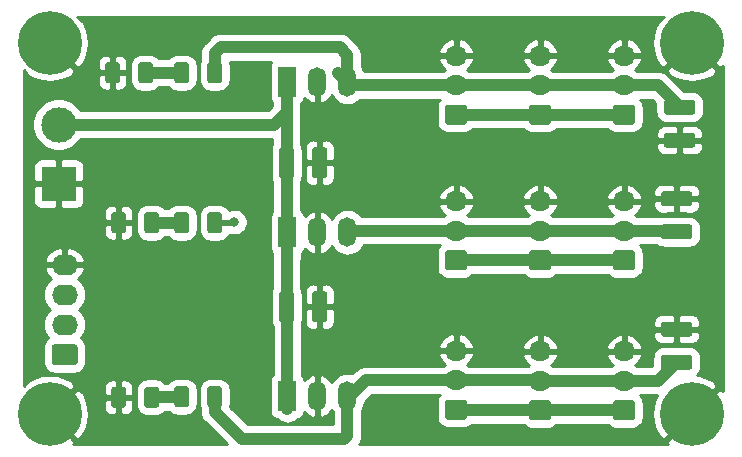
<source format=gbr>
G04 #@! TF.GenerationSoftware,KiCad,Pcbnew,5.1.2-f72e74a~84~ubuntu18.04.1*
G04 #@! TF.CreationDate,2019-08-10T11:06:46+02:00*
G04 #@! TF.ProjectId,Axiface,41786966-6163-4652-9e6b-696361645f70,rev?*
G04 #@! TF.SameCoordinates,Original*
G04 #@! TF.FileFunction,Copper,L1,Top*
G04 #@! TF.FilePolarity,Positive*
%FSLAX46Y46*%
G04 Gerber Fmt 4.6, Leading zero omitted, Abs format (unit mm)*
G04 Created by KiCad (PCBNEW 5.1.2-f72e74a~84~ubuntu18.04.1) date 2019-08-10 11:06:46*
%MOMM*%
%LPD*%
G04 APERTURE LIST*
%ADD10O,1.500000X2.500000*%
%ADD11R,1.500000X2.500000*%
%ADD12C,0.100000*%
%ADD13C,1.700000*%
%ADD14O,1.850000X1.700000*%
%ADD15C,1.250000*%
%ADD16C,3.000000*%
%ADD17R,3.000000X3.000000*%
%ADD18C,1.740000*%
%ADD19O,2.200000X1.740000*%
%ADD20C,5.400000*%
%ADD21C,0.800000*%
%ADD22C,1.000000*%
%ADD23C,0.500000*%
%ADD24C,0.254000*%
G04 APERTURE END LIST*
D10*
X116890800Y-130759200D03*
X114350800Y-130759200D03*
D11*
X111810800Y-130759200D03*
D10*
X116916200Y-116890800D03*
X114376200Y-116890800D03*
D11*
X111836200Y-116890800D03*
D10*
X116890800Y-104140000D03*
X114350800Y-104140000D03*
D11*
X111810800Y-104140000D03*
D12*
G36*
X133922504Y-131104204D02*
G01*
X133946773Y-131107804D01*
X133970571Y-131113765D01*
X133993671Y-131122030D01*
X134015849Y-131132520D01*
X134036893Y-131145133D01*
X134056598Y-131159747D01*
X134074777Y-131176223D01*
X134091253Y-131194402D01*
X134105867Y-131214107D01*
X134118480Y-131235151D01*
X134128970Y-131257329D01*
X134137235Y-131280429D01*
X134143196Y-131304227D01*
X134146796Y-131328496D01*
X134148000Y-131353000D01*
X134148000Y-132553000D01*
X134146796Y-132577504D01*
X134143196Y-132601773D01*
X134137235Y-132625571D01*
X134128970Y-132648671D01*
X134118480Y-132670849D01*
X134105867Y-132691893D01*
X134091253Y-132711598D01*
X134074777Y-132729777D01*
X134056598Y-132746253D01*
X134036893Y-132760867D01*
X134015849Y-132773480D01*
X133993671Y-132783970D01*
X133970571Y-132792235D01*
X133946773Y-132798196D01*
X133922504Y-132801796D01*
X133898000Y-132803000D01*
X132548000Y-132803000D01*
X132523496Y-132801796D01*
X132499227Y-132798196D01*
X132475429Y-132792235D01*
X132452329Y-132783970D01*
X132430151Y-132773480D01*
X132409107Y-132760867D01*
X132389402Y-132746253D01*
X132371223Y-132729777D01*
X132354747Y-132711598D01*
X132340133Y-132691893D01*
X132327520Y-132670849D01*
X132317030Y-132648671D01*
X132308765Y-132625571D01*
X132302804Y-132601773D01*
X132299204Y-132577504D01*
X132298000Y-132553000D01*
X132298000Y-131353000D01*
X132299204Y-131328496D01*
X132302804Y-131304227D01*
X132308765Y-131280429D01*
X132317030Y-131257329D01*
X132327520Y-131235151D01*
X132340133Y-131214107D01*
X132354747Y-131194402D01*
X132371223Y-131176223D01*
X132389402Y-131159747D01*
X132409107Y-131145133D01*
X132430151Y-131132520D01*
X132452329Y-131122030D01*
X132475429Y-131113765D01*
X132499227Y-131107804D01*
X132523496Y-131104204D01*
X132548000Y-131103000D01*
X133898000Y-131103000D01*
X133922504Y-131104204D01*
X133922504Y-131104204D01*
G37*
D13*
X133223000Y-131953000D03*
D14*
X133223000Y-129453000D03*
X133223000Y-126953000D03*
X126111000Y-101934000D03*
X126111000Y-104434000D03*
D12*
G36*
X126810504Y-106085204D02*
G01*
X126834773Y-106088804D01*
X126858571Y-106094765D01*
X126881671Y-106103030D01*
X126903849Y-106113520D01*
X126924893Y-106126133D01*
X126944598Y-106140747D01*
X126962777Y-106157223D01*
X126979253Y-106175402D01*
X126993867Y-106195107D01*
X127006480Y-106216151D01*
X127016970Y-106238329D01*
X127025235Y-106261429D01*
X127031196Y-106285227D01*
X127034796Y-106309496D01*
X127036000Y-106334000D01*
X127036000Y-107534000D01*
X127034796Y-107558504D01*
X127031196Y-107582773D01*
X127025235Y-107606571D01*
X127016970Y-107629671D01*
X127006480Y-107651849D01*
X126993867Y-107672893D01*
X126979253Y-107692598D01*
X126962777Y-107710777D01*
X126944598Y-107727253D01*
X126924893Y-107741867D01*
X126903849Y-107754480D01*
X126881671Y-107764970D01*
X126858571Y-107773235D01*
X126834773Y-107779196D01*
X126810504Y-107782796D01*
X126786000Y-107784000D01*
X125436000Y-107784000D01*
X125411496Y-107782796D01*
X125387227Y-107779196D01*
X125363429Y-107773235D01*
X125340329Y-107764970D01*
X125318151Y-107754480D01*
X125297107Y-107741867D01*
X125277402Y-107727253D01*
X125259223Y-107710777D01*
X125242747Y-107692598D01*
X125228133Y-107672893D01*
X125215520Y-107651849D01*
X125205030Y-107629671D01*
X125196765Y-107606571D01*
X125190804Y-107582773D01*
X125187204Y-107558504D01*
X125186000Y-107534000D01*
X125186000Y-106334000D01*
X125187204Y-106309496D01*
X125190804Y-106285227D01*
X125196765Y-106261429D01*
X125205030Y-106238329D01*
X125215520Y-106216151D01*
X125228133Y-106195107D01*
X125242747Y-106175402D01*
X125259223Y-106157223D01*
X125277402Y-106140747D01*
X125297107Y-106126133D01*
X125318151Y-106113520D01*
X125340329Y-106103030D01*
X125363429Y-106094765D01*
X125387227Y-106088804D01*
X125411496Y-106085204D01*
X125436000Y-106084000D01*
X126786000Y-106084000D01*
X126810504Y-106085204D01*
X126810504Y-106085204D01*
G37*
D13*
X126111000Y-106934000D03*
D14*
X126111000Y-126913000D03*
X126111000Y-129413000D03*
D12*
G36*
X126810504Y-131064204D02*
G01*
X126834773Y-131067804D01*
X126858571Y-131073765D01*
X126881671Y-131082030D01*
X126903849Y-131092520D01*
X126924893Y-131105133D01*
X126944598Y-131119747D01*
X126962777Y-131136223D01*
X126979253Y-131154402D01*
X126993867Y-131174107D01*
X127006480Y-131195151D01*
X127016970Y-131217329D01*
X127025235Y-131240429D01*
X127031196Y-131264227D01*
X127034796Y-131288496D01*
X127036000Y-131313000D01*
X127036000Y-132513000D01*
X127034796Y-132537504D01*
X127031196Y-132561773D01*
X127025235Y-132585571D01*
X127016970Y-132608671D01*
X127006480Y-132630849D01*
X126993867Y-132651893D01*
X126979253Y-132671598D01*
X126962777Y-132689777D01*
X126944598Y-132706253D01*
X126924893Y-132720867D01*
X126903849Y-132733480D01*
X126881671Y-132743970D01*
X126858571Y-132752235D01*
X126834773Y-132758196D01*
X126810504Y-132761796D01*
X126786000Y-132763000D01*
X125436000Y-132763000D01*
X125411496Y-132761796D01*
X125387227Y-132758196D01*
X125363429Y-132752235D01*
X125340329Y-132743970D01*
X125318151Y-132733480D01*
X125297107Y-132720867D01*
X125277402Y-132706253D01*
X125259223Y-132689777D01*
X125242747Y-132671598D01*
X125228133Y-132651893D01*
X125215520Y-132630849D01*
X125205030Y-132608671D01*
X125196765Y-132585571D01*
X125190804Y-132561773D01*
X125187204Y-132537504D01*
X125186000Y-132513000D01*
X125186000Y-131313000D01*
X125187204Y-131288496D01*
X125190804Y-131264227D01*
X125196765Y-131240429D01*
X125205030Y-131217329D01*
X125215520Y-131195151D01*
X125228133Y-131174107D01*
X125242747Y-131154402D01*
X125259223Y-131136223D01*
X125277402Y-131119747D01*
X125297107Y-131105133D01*
X125318151Y-131092520D01*
X125340329Y-131082030D01*
X125363429Y-131073765D01*
X125387227Y-131067804D01*
X125411496Y-131064204D01*
X125436000Y-131063000D01*
X126786000Y-131063000D01*
X126810504Y-131064204D01*
X126810504Y-131064204D01*
G37*
D13*
X126111000Y-131913000D03*
D14*
X140335000Y-114253000D03*
X140335000Y-116753000D03*
D12*
G36*
X141034504Y-118404204D02*
G01*
X141058773Y-118407804D01*
X141082571Y-118413765D01*
X141105671Y-118422030D01*
X141127849Y-118432520D01*
X141148893Y-118445133D01*
X141168598Y-118459747D01*
X141186777Y-118476223D01*
X141203253Y-118494402D01*
X141217867Y-118514107D01*
X141230480Y-118535151D01*
X141240970Y-118557329D01*
X141249235Y-118580429D01*
X141255196Y-118604227D01*
X141258796Y-118628496D01*
X141260000Y-118653000D01*
X141260000Y-119853000D01*
X141258796Y-119877504D01*
X141255196Y-119901773D01*
X141249235Y-119925571D01*
X141240970Y-119948671D01*
X141230480Y-119970849D01*
X141217867Y-119991893D01*
X141203253Y-120011598D01*
X141186777Y-120029777D01*
X141168598Y-120046253D01*
X141148893Y-120060867D01*
X141127849Y-120073480D01*
X141105671Y-120083970D01*
X141082571Y-120092235D01*
X141058773Y-120098196D01*
X141034504Y-120101796D01*
X141010000Y-120103000D01*
X139660000Y-120103000D01*
X139635496Y-120101796D01*
X139611227Y-120098196D01*
X139587429Y-120092235D01*
X139564329Y-120083970D01*
X139542151Y-120073480D01*
X139521107Y-120060867D01*
X139501402Y-120046253D01*
X139483223Y-120029777D01*
X139466747Y-120011598D01*
X139452133Y-119991893D01*
X139439520Y-119970849D01*
X139429030Y-119948671D01*
X139420765Y-119925571D01*
X139414804Y-119901773D01*
X139411204Y-119877504D01*
X139410000Y-119853000D01*
X139410000Y-118653000D01*
X139411204Y-118628496D01*
X139414804Y-118604227D01*
X139420765Y-118580429D01*
X139429030Y-118557329D01*
X139439520Y-118535151D01*
X139452133Y-118514107D01*
X139466747Y-118494402D01*
X139483223Y-118476223D01*
X139501402Y-118459747D01*
X139521107Y-118445133D01*
X139542151Y-118432520D01*
X139564329Y-118422030D01*
X139587429Y-118413765D01*
X139611227Y-118407804D01*
X139635496Y-118404204D01*
X139660000Y-118403000D01*
X141010000Y-118403000D01*
X141034504Y-118404204D01*
X141034504Y-118404204D01*
G37*
D13*
X140335000Y-119253000D03*
D12*
G36*
X126810504Y-118404204D02*
G01*
X126834773Y-118407804D01*
X126858571Y-118413765D01*
X126881671Y-118422030D01*
X126903849Y-118432520D01*
X126924893Y-118445133D01*
X126944598Y-118459747D01*
X126962777Y-118476223D01*
X126979253Y-118494402D01*
X126993867Y-118514107D01*
X127006480Y-118535151D01*
X127016970Y-118557329D01*
X127025235Y-118580429D01*
X127031196Y-118604227D01*
X127034796Y-118628496D01*
X127036000Y-118653000D01*
X127036000Y-119853000D01*
X127034796Y-119877504D01*
X127031196Y-119901773D01*
X127025235Y-119925571D01*
X127016970Y-119948671D01*
X127006480Y-119970849D01*
X126993867Y-119991893D01*
X126979253Y-120011598D01*
X126962777Y-120029777D01*
X126944598Y-120046253D01*
X126924893Y-120060867D01*
X126903849Y-120073480D01*
X126881671Y-120083970D01*
X126858571Y-120092235D01*
X126834773Y-120098196D01*
X126810504Y-120101796D01*
X126786000Y-120103000D01*
X125436000Y-120103000D01*
X125411496Y-120101796D01*
X125387227Y-120098196D01*
X125363429Y-120092235D01*
X125340329Y-120083970D01*
X125318151Y-120073480D01*
X125297107Y-120060867D01*
X125277402Y-120046253D01*
X125259223Y-120029777D01*
X125242747Y-120011598D01*
X125228133Y-119991893D01*
X125215520Y-119970849D01*
X125205030Y-119948671D01*
X125196765Y-119925571D01*
X125190804Y-119901773D01*
X125187204Y-119877504D01*
X125186000Y-119853000D01*
X125186000Y-118653000D01*
X125187204Y-118628496D01*
X125190804Y-118604227D01*
X125196765Y-118580429D01*
X125205030Y-118557329D01*
X125215520Y-118535151D01*
X125228133Y-118514107D01*
X125242747Y-118494402D01*
X125259223Y-118476223D01*
X125277402Y-118459747D01*
X125297107Y-118445133D01*
X125318151Y-118432520D01*
X125340329Y-118422030D01*
X125363429Y-118413765D01*
X125387227Y-118407804D01*
X125411496Y-118404204D01*
X125436000Y-118403000D01*
X126786000Y-118403000D01*
X126810504Y-118404204D01*
X126810504Y-118404204D01*
G37*
D13*
X126111000Y-119253000D03*
D14*
X126111000Y-116753000D03*
X126111000Y-114253000D03*
D12*
G36*
X141034504Y-106085204D02*
G01*
X141058773Y-106088804D01*
X141082571Y-106094765D01*
X141105671Y-106103030D01*
X141127849Y-106113520D01*
X141148893Y-106126133D01*
X141168598Y-106140747D01*
X141186777Y-106157223D01*
X141203253Y-106175402D01*
X141217867Y-106195107D01*
X141230480Y-106216151D01*
X141240970Y-106238329D01*
X141249235Y-106261429D01*
X141255196Y-106285227D01*
X141258796Y-106309496D01*
X141260000Y-106334000D01*
X141260000Y-107534000D01*
X141258796Y-107558504D01*
X141255196Y-107582773D01*
X141249235Y-107606571D01*
X141240970Y-107629671D01*
X141230480Y-107651849D01*
X141217867Y-107672893D01*
X141203253Y-107692598D01*
X141186777Y-107710777D01*
X141168598Y-107727253D01*
X141148893Y-107741867D01*
X141127849Y-107754480D01*
X141105671Y-107764970D01*
X141082571Y-107773235D01*
X141058773Y-107779196D01*
X141034504Y-107782796D01*
X141010000Y-107784000D01*
X139660000Y-107784000D01*
X139635496Y-107782796D01*
X139611227Y-107779196D01*
X139587429Y-107773235D01*
X139564329Y-107764970D01*
X139542151Y-107754480D01*
X139521107Y-107741867D01*
X139501402Y-107727253D01*
X139483223Y-107710777D01*
X139466747Y-107692598D01*
X139452133Y-107672893D01*
X139439520Y-107651849D01*
X139429030Y-107629671D01*
X139420765Y-107606571D01*
X139414804Y-107582773D01*
X139411204Y-107558504D01*
X139410000Y-107534000D01*
X139410000Y-106334000D01*
X139411204Y-106309496D01*
X139414804Y-106285227D01*
X139420765Y-106261429D01*
X139429030Y-106238329D01*
X139439520Y-106216151D01*
X139452133Y-106195107D01*
X139466747Y-106175402D01*
X139483223Y-106157223D01*
X139501402Y-106140747D01*
X139521107Y-106126133D01*
X139542151Y-106113520D01*
X139564329Y-106103030D01*
X139587429Y-106094765D01*
X139611227Y-106088804D01*
X139635496Y-106085204D01*
X139660000Y-106084000D01*
X141010000Y-106084000D01*
X141034504Y-106085204D01*
X141034504Y-106085204D01*
G37*
D13*
X140335000Y-106934000D03*
D14*
X140335000Y-104434000D03*
X140335000Y-101934000D03*
D12*
G36*
X141034504Y-131104204D02*
G01*
X141058773Y-131107804D01*
X141082571Y-131113765D01*
X141105671Y-131122030D01*
X141127849Y-131132520D01*
X141148893Y-131145133D01*
X141168598Y-131159747D01*
X141186777Y-131176223D01*
X141203253Y-131194402D01*
X141217867Y-131214107D01*
X141230480Y-131235151D01*
X141240970Y-131257329D01*
X141249235Y-131280429D01*
X141255196Y-131304227D01*
X141258796Y-131328496D01*
X141260000Y-131353000D01*
X141260000Y-132553000D01*
X141258796Y-132577504D01*
X141255196Y-132601773D01*
X141249235Y-132625571D01*
X141240970Y-132648671D01*
X141230480Y-132670849D01*
X141217867Y-132691893D01*
X141203253Y-132711598D01*
X141186777Y-132729777D01*
X141168598Y-132746253D01*
X141148893Y-132760867D01*
X141127849Y-132773480D01*
X141105671Y-132783970D01*
X141082571Y-132792235D01*
X141058773Y-132798196D01*
X141034504Y-132801796D01*
X141010000Y-132803000D01*
X139660000Y-132803000D01*
X139635496Y-132801796D01*
X139611227Y-132798196D01*
X139587429Y-132792235D01*
X139564329Y-132783970D01*
X139542151Y-132773480D01*
X139521107Y-132760867D01*
X139501402Y-132746253D01*
X139483223Y-132729777D01*
X139466747Y-132711598D01*
X139452133Y-132691893D01*
X139439520Y-132670849D01*
X139429030Y-132648671D01*
X139420765Y-132625571D01*
X139414804Y-132601773D01*
X139411204Y-132577504D01*
X139410000Y-132553000D01*
X139410000Y-131353000D01*
X139411204Y-131328496D01*
X139414804Y-131304227D01*
X139420765Y-131280429D01*
X139429030Y-131257329D01*
X139439520Y-131235151D01*
X139452133Y-131214107D01*
X139466747Y-131194402D01*
X139483223Y-131176223D01*
X139501402Y-131159747D01*
X139521107Y-131145133D01*
X139542151Y-131132520D01*
X139564329Y-131122030D01*
X139587429Y-131113765D01*
X139611227Y-131107804D01*
X139635496Y-131104204D01*
X139660000Y-131103000D01*
X141010000Y-131103000D01*
X141034504Y-131104204D01*
X141034504Y-131104204D01*
G37*
D13*
X140335000Y-131953000D03*
D14*
X140335000Y-129453000D03*
X140335000Y-126953000D03*
X133223000Y-114253000D03*
X133223000Y-116753000D03*
D12*
G36*
X133922504Y-118404204D02*
G01*
X133946773Y-118407804D01*
X133970571Y-118413765D01*
X133993671Y-118422030D01*
X134015849Y-118432520D01*
X134036893Y-118445133D01*
X134056598Y-118459747D01*
X134074777Y-118476223D01*
X134091253Y-118494402D01*
X134105867Y-118514107D01*
X134118480Y-118535151D01*
X134128970Y-118557329D01*
X134137235Y-118580429D01*
X134143196Y-118604227D01*
X134146796Y-118628496D01*
X134148000Y-118653000D01*
X134148000Y-119853000D01*
X134146796Y-119877504D01*
X134143196Y-119901773D01*
X134137235Y-119925571D01*
X134128970Y-119948671D01*
X134118480Y-119970849D01*
X134105867Y-119991893D01*
X134091253Y-120011598D01*
X134074777Y-120029777D01*
X134056598Y-120046253D01*
X134036893Y-120060867D01*
X134015849Y-120073480D01*
X133993671Y-120083970D01*
X133970571Y-120092235D01*
X133946773Y-120098196D01*
X133922504Y-120101796D01*
X133898000Y-120103000D01*
X132548000Y-120103000D01*
X132523496Y-120101796D01*
X132499227Y-120098196D01*
X132475429Y-120092235D01*
X132452329Y-120083970D01*
X132430151Y-120073480D01*
X132409107Y-120060867D01*
X132389402Y-120046253D01*
X132371223Y-120029777D01*
X132354747Y-120011598D01*
X132340133Y-119991893D01*
X132327520Y-119970849D01*
X132317030Y-119948671D01*
X132308765Y-119925571D01*
X132302804Y-119901773D01*
X132299204Y-119877504D01*
X132298000Y-119853000D01*
X132298000Y-118653000D01*
X132299204Y-118628496D01*
X132302804Y-118604227D01*
X132308765Y-118580429D01*
X132317030Y-118557329D01*
X132327520Y-118535151D01*
X132340133Y-118514107D01*
X132354747Y-118494402D01*
X132371223Y-118476223D01*
X132389402Y-118459747D01*
X132409107Y-118445133D01*
X132430151Y-118432520D01*
X132452329Y-118422030D01*
X132475429Y-118413765D01*
X132499227Y-118407804D01*
X132523496Y-118404204D01*
X132548000Y-118403000D01*
X133898000Y-118403000D01*
X133922504Y-118404204D01*
X133922504Y-118404204D01*
G37*
D13*
X133223000Y-119253000D03*
D14*
X133223000Y-101934000D03*
X133223000Y-104434000D03*
D12*
G36*
X133922504Y-106085204D02*
G01*
X133946773Y-106088804D01*
X133970571Y-106094765D01*
X133993671Y-106103030D01*
X134015849Y-106113520D01*
X134036893Y-106126133D01*
X134056598Y-106140747D01*
X134074777Y-106157223D01*
X134091253Y-106175402D01*
X134105867Y-106195107D01*
X134118480Y-106216151D01*
X134128970Y-106238329D01*
X134137235Y-106261429D01*
X134143196Y-106285227D01*
X134146796Y-106309496D01*
X134148000Y-106334000D01*
X134148000Y-107534000D01*
X134146796Y-107558504D01*
X134143196Y-107582773D01*
X134137235Y-107606571D01*
X134128970Y-107629671D01*
X134118480Y-107651849D01*
X134105867Y-107672893D01*
X134091253Y-107692598D01*
X134074777Y-107710777D01*
X134056598Y-107727253D01*
X134036893Y-107741867D01*
X134015849Y-107754480D01*
X133993671Y-107764970D01*
X133970571Y-107773235D01*
X133946773Y-107779196D01*
X133922504Y-107782796D01*
X133898000Y-107784000D01*
X132548000Y-107784000D01*
X132523496Y-107782796D01*
X132499227Y-107779196D01*
X132475429Y-107773235D01*
X132452329Y-107764970D01*
X132430151Y-107754480D01*
X132409107Y-107741867D01*
X132389402Y-107727253D01*
X132371223Y-107710777D01*
X132354747Y-107692598D01*
X132340133Y-107672893D01*
X132327520Y-107651849D01*
X132317030Y-107629671D01*
X132308765Y-107606571D01*
X132302804Y-107582773D01*
X132299204Y-107558504D01*
X132298000Y-107534000D01*
X132298000Y-106334000D01*
X132299204Y-106309496D01*
X132302804Y-106285227D01*
X132308765Y-106261429D01*
X132317030Y-106238329D01*
X132327520Y-106216151D01*
X132340133Y-106195107D01*
X132354747Y-106175402D01*
X132371223Y-106157223D01*
X132389402Y-106140747D01*
X132409107Y-106126133D01*
X132430151Y-106113520D01*
X132452329Y-106103030D01*
X132475429Y-106094765D01*
X132499227Y-106088804D01*
X132523496Y-106085204D01*
X132548000Y-106084000D01*
X133898000Y-106084000D01*
X133922504Y-106085204D01*
X133922504Y-106085204D01*
G37*
D13*
X133223000Y-106934000D03*
D12*
G36*
X145879504Y-124468204D02*
G01*
X145903773Y-124471804D01*
X145927571Y-124477765D01*
X145950671Y-124486030D01*
X145972849Y-124496520D01*
X145993893Y-124509133D01*
X146013598Y-124523747D01*
X146031777Y-124540223D01*
X146048253Y-124558402D01*
X146062867Y-124578107D01*
X146075480Y-124599151D01*
X146085970Y-124621329D01*
X146094235Y-124644429D01*
X146100196Y-124668227D01*
X146103796Y-124692496D01*
X146105000Y-124717000D01*
X146105000Y-125467000D01*
X146103796Y-125491504D01*
X146100196Y-125515773D01*
X146094235Y-125539571D01*
X146085970Y-125562671D01*
X146075480Y-125584849D01*
X146062867Y-125605893D01*
X146048253Y-125625598D01*
X146031777Y-125643777D01*
X146013598Y-125660253D01*
X145993893Y-125674867D01*
X145972849Y-125687480D01*
X145950671Y-125697970D01*
X145927571Y-125706235D01*
X145903773Y-125712196D01*
X145879504Y-125715796D01*
X145855000Y-125717000D01*
X143705000Y-125717000D01*
X143680496Y-125715796D01*
X143656227Y-125712196D01*
X143632429Y-125706235D01*
X143609329Y-125697970D01*
X143587151Y-125687480D01*
X143566107Y-125674867D01*
X143546402Y-125660253D01*
X143528223Y-125643777D01*
X143511747Y-125625598D01*
X143497133Y-125605893D01*
X143484520Y-125584849D01*
X143474030Y-125562671D01*
X143465765Y-125539571D01*
X143459804Y-125515773D01*
X143456204Y-125491504D01*
X143455000Y-125467000D01*
X143455000Y-124717000D01*
X143456204Y-124692496D01*
X143459804Y-124668227D01*
X143465765Y-124644429D01*
X143474030Y-124621329D01*
X143484520Y-124599151D01*
X143497133Y-124578107D01*
X143511747Y-124558402D01*
X143528223Y-124540223D01*
X143546402Y-124523747D01*
X143566107Y-124509133D01*
X143587151Y-124496520D01*
X143609329Y-124486030D01*
X143632429Y-124477765D01*
X143656227Y-124471804D01*
X143680496Y-124468204D01*
X143705000Y-124467000D01*
X145855000Y-124467000D01*
X145879504Y-124468204D01*
X145879504Y-124468204D01*
G37*
D15*
X144780000Y-125092000D03*
D12*
G36*
X145879504Y-127268204D02*
G01*
X145903773Y-127271804D01*
X145927571Y-127277765D01*
X145950671Y-127286030D01*
X145972849Y-127296520D01*
X145993893Y-127309133D01*
X146013598Y-127323747D01*
X146031777Y-127340223D01*
X146048253Y-127358402D01*
X146062867Y-127378107D01*
X146075480Y-127399151D01*
X146085970Y-127421329D01*
X146094235Y-127444429D01*
X146100196Y-127468227D01*
X146103796Y-127492496D01*
X146105000Y-127517000D01*
X146105000Y-128267000D01*
X146103796Y-128291504D01*
X146100196Y-128315773D01*
X146094235Y-128339571D01*
X146085970Y-128362671D01*
X146075480Y-128384849D01*
X146062867Y-128405893D01*
X146048253Y-128425598D01*
X146031777Y-128443777D01*
X146013598Y-128460253D01*
X145993893Y-128474867D01*
X145972849Y-128487480D01*
X145950671Y-128497970D01*
X145927571Y-128506235D01*
X145903773Y-128512196D01*
X145879504Y-128515796D01*
X145855000Y-128517000D01*
X143705000Y-128517000D01*
X143680496Y-128515796D01*
X143656227Y-128512196D01*
X143632429Y-128506235D01*
X143609329Y-128497970D01*
X143587151Y-128487480D01*
X143566107Y-128474867D01*
X143546402Y-128460253D01*
X143528223Y-128443777D01*
X143511747Y-128425598D01*
X143497133Y-128405893D01*
X143484520Y-128384849D01*
X143474030Y-128362671D01*
X143465765Y-128339571D01*
X143459804Y-128315773D01*
X143456204Y-128291504D01*
X143455000Y-128267000D01*
X143455000Y-127517000D01*
X143456204Y-127492496D01*
X143459804Y-127468227D01*
X143465765Y-127444429D01*
X143474030Y-127421329D01*
X143484520Y-127399151D01*
X143497133Y-127378107D01*
X143511747Y-127358402D01*
X143528223Y-127340223D01*
X143546402Y-127323747D01*
X143566107Y-127309133D01*
X143587151Y-127296520D01*
X143609329Y-127286030D01*
X143632429Y-127277765D01*
X143656227Y-127271804D01*
X143680496Y-127268204D01*
X143705000Y-127267000D01*
X145855000Y-127267000D01*
X145879504Y-127268204D01*
X145879504Y-127268204D01*
G37*
D15*
X144780000Y-127892000D03*
D12*
G36*
X146133504Y-108472204D02*
G01*
X146157773Y-108475804D01*
X146181571Y-108481765D01*
X146204671Y-108490030D01*
X146226849Y-108500520D01*
X146247893Y-108513133D01*
X146267598Y-108527747D01*
X146285777Y-108544223D01*
X146302253Y-108562402D01*
X146316867Y-108582107D01*
X146329480Y-108603151D01*
X146339970Y-108625329D01*
X146348235Y-108648429D01*
X146354196Y-108672227D01*
X146357796Y-108696496D01*
X146359000Y-108721000D01*
X146359000Y-109471000D01*
X146357796Y-109495504D01*
X146354196Y-109519773D01*
X146348235Y-109543571D01*
X146339970Y-109566671D01*
X146329480Y-109588849D01*
X146316867Y-109609893D01*
X146302253Y-109629598D01*
X146285777Y-109647777D01*
X146267598Y-109664253D01*
X146247893Y-109678867D01*
X146226849Y-109691480D01*
X146204671Y-109701970D01*
X146181571Y-109710235D01*
X146157773Y-109716196D01*
X146133504Y-109719796D01*
X146109000Y-109721000D01*
X143959000Y-109721000D01*
X143934496Y-109719796D01*
X143910227Y-109716196D01*
X143886429Y-109710235D01*
X143863329Y-109701970D01*
X143841151Y-109691480D01*
X143820107Y-109678867D01*
X143800402Y-109664253D01*
X143782223Y-109647777D01*
X143765747Y-109629598D01*
X143751133Y-109609893D01*
X143738520Y-109588849D01*
X143728030Y-109566671D01*
X143719765Y-109543571D01*
X143713804Y-109519773D01*
X143710204Y-109495504D01*
X143709000Y-109471000D01*
X143709000Y-108721000D01*
X143710204Y-108696496D01*
X143713804Y-108672227D01*
X143719765Y-108648429D01*
X143728030Y-108625329D01*
X143738520Y-108603151D01*
X143751133Y-108582107D01*
X143765747Y-108562402D01*
X143782223Y-108544223D01*
X143800402Y-108527747D01*
X143820107Y-108513133D01*
X143841151Y-108500520D01*
X143863329Y-108490030D01*
X143886429Y-108481765D01*
X143910227Y-108475804D01*
X143934496Y-108472204D01*
X143959000Y-108471000D01*
X146109000Y-108471000D01*
X146133504Y-108472204D01*
X146133504Y-108472204D01*
G37*
D15*
X145034000Y-109096000D03*
D12*
G36*
X146133504Y-105672204D02*
G01*
X146157773Y-105675804D01*
X146181571Y-105681765D01*
X146204671Y-105690030D01*
X146226849Y-105700520D01*
X146247893Y-105713133D01*
X146267598Y-105727747D01*
X146285777Y-105744223D01*
X146302253Y-105762402D01*
X146316867Y-105782107D01*
X146329480Y-105803151D01*
X146339970Y-105825329D01*
X146348235Y-105848429D01*
X146354196Y-105872227D01*
X146357796Y-105896496D01*
X146359000Y-105921000D01*
X146359000Y-106671000D01*
X146357796Y-106695504D01*
X146354196Y-106719773D01*
X146348235Y-106743571D01*
X146339970Y-106766671D01*
X146329480Y-106788849D01*
X146316867Y-106809893D01*
X146302253Y-106829598D01*
X146285777Y-106847777D01*
X146267598Y-106864253D01*
X146247893Y-106878867D01*
X146226849Y-106891480D01*
X146204671Y-106901970D01*
X146181571Y-106910235D01*
X146157773Y-106916196D01*
X146133504Y-106919796D01*
X146109000Y-106921000D01*
X143959000Y-106921000D01*
X143934496Y-106919796D01*
X143910227Y-106916196D01*
X143886429Y-106910235D01*
X143863329Y-106901970D01*
X143841151Y-106891480D01*
X143820107Y-106878867D01*
X143800402Y-106864253D01*
X143782223Y-106847777D01*
X143765747Y-106829598D01*
X143751133Y-106809893D01*
X143738520Y-106788849D01*
X143728030Y-106766671D01*
X143719765Y-106743571D01*
X143713804Y-106719773D01*
X143710204Y-106695504D01*
X143709000Y-106671000D01*
X143709000Y-105921000D01*
X143710204Y-105896496D01*
X143713804Y-105872227D01*
X143719765Y-105848429D01*
X143728030Y-105825329D01*
X143738520Y-105803151D01*
X143751133Y-105782107D01*
X143765747Y-105762402D01*
X143782223Y-105744223D01*
X143800402Y-105727747D01*
X143820107Y-105713133D01*
X143841151Y-105700520D01*
X143863329Y-105690030D01*
X143886429Y-105681765D01*
X143910227Y-105675804D01*
X143934496Y-105672204D01*
X143959000Y-105671000D01*
X146109000Y-105671000D01*
X146133504Y-105672204D01*
X146133504Y-105672204D01*
G37*
D15*
X145034000Y-106296000D03*
D12*
G36*
X145879504Y-116216204D02*
G01*
X145903773Y-116219804D01*
X145927571Y-116225765D01*
X145950671Y-116234030D01*
X145972849Y-116244520D01*
X145993893Y-116257133D01*
X146013598Y-116271747D01*
X146031777Y-116288223D01*
X146048253Y-116306402D01*
X146062867Y-116326107D01*
X146075480Y-116347151D01*
X146085970Y-116369329D01*
X146094235Y-116392429D01*
X146100196Y-116416227D01*
X146103796Y-116440496D01*
X146105000Y-116465000D01*
X146105000Y-117215000D01*
X146103796Y-117239504D01*
X146100196Y-117263773D01*
X146094235Y-117287571D01*
X146085970Y-117310671D01*
X146075480Y-117332849D01*
X146062867Y-117353893D01*
X146048253Y-117373598D01*
X146031777Y-117391777D01*
X146013598Y-117408253D01*
X145993893Y-117422867D01*
X145972849Y-117435480D01*
X145950671Y-117445970D01*
X145927571Y-117454235D01*
X145903773Y-117460196D01*
X145879504Y-117463796D01*
X145855000Y-117465000D01*
X143705000Y-117465000D01*
X143680496Y-117463796D01*
X143656227Y-117460196D01*
X143632429Y-117454235D01*
X143609329Y-117445970D01*
X143587151Y-117435480D01*
X143566107Y-117422867D01*
X143546402Y-117408253D01*
X143528223Y-117391777D01*
X143511747Y-117373598D01*
X143497133Y-117353893D01*
X143484520Y-117332849D01*
X143474030Y-117310671D01*
X143465765Y-117287571D01*
X143459804Y-117263773D01*
X143456204Y-117239504D01*
X143455000Y-117215000D01*
X143455000Y-116465000D01*
X143456204Y-116440496D01*
X143459804Y-116416227D01*
X143465765Y-116392429D01*
X143474030Y-116369329D01*
X143484520Y-116347151D01*
X143497133Y-116326107D01*
X143511747Y-116306402D01*
X143528223Y-116288223D01*
X143546402Y-116271747D01*
X143566107Y-116257133D01*
X143587151Y-116244520D01*
X143609329Y-116234030D01*
X143632429Y-116225765D01*
X143656227Y-116219804D01*
X143680496Y-116216204D01*
X143705000Y-116215000D01*
X145855000Y-116215000D01*
X145879504Y-116216204D01*
X145879504Y-116216204D01*
G37*
D15*
X144780000Y-116840000D03*
D12*
G36*
X145879504Y-113416204D02*
G01*
X145903773Y-113419804D01*
X145927571Y-113425765D01*
X145950671Y-113434030D01*
X145972849Y-113444520D01*
X145993893Y-113457133D01*
X146013598Y-113471747D01*
X146031777Y-113488223D01*
X146048253Y-113506402D01*
X146062867Y-113526107D01*
X146075480Y-113547151D01*
X146085970Y-113569329D01*
X146094235Y-113592429D01*
X146100196Y-113616227D01*
X146103796Y-113640496D01*
X146105000Y-113665000D01*
X146105000Y-114415000D01*
X146103796Y-114439504D01*
X146100196Y-114463773D01*
X146094235Y-114487571D01*
X146085970Y-114510671D01*
X146075480Y-114532849D01*
X146062867Y-114553893D01*
X146048253Y-114573598D01*
X146031777Y-114591777D01*
X146013598Y-114608253D01*
X145993893Y-114622867D01*
X145972849Y-114635480D01*
X145950671Y-114645970D01*
X145927571Y-114654235D01*
X145903773Y-114660196D01*
X145879504Y-114663796D01*
X145855000Y-114665000D01*
X143705000Y-114665000D01*
X143680496Y-114663796D01*
X143656227Y-114660196D01*
X143632429Y-114654235D01*
X143609329Y-114645970D01*
X143587151Y-114635480D01*
X143566107Y-114622867D01*
X143546402Y-114608253D01*
X143528223Y-114591777D01*
X143511747Y-114573598D01*
X143497133Y-114553893D01*
X143484520Y-114532849D01*
X143474030Y-114510671D01*
X143465765Y-114487571D01*
X143459804Y-114463773D01*
X143456204Y-114439504D01*
X143455000Y-114415000D01*
X143455000Y-113665000D01*
X143456204Y-113640496D01*
X143459804Y-113616227D01*
X143465765Y-113592429D01*
X143474030Y-113569329D01*
X143484520Y-113547151D01*
X143497133Y-113526107D01*
X143511747Y-113506402D01*
X143528223Y-113488223D01*
X143546402Y-113471747D01*
X143566107Y-113457133D01*
X143587151Y-113444520D01*
X143609329Y-113434030D01*
X143632429Y-113425765D01*
X143656227Y-113419804D01*
X143680496Y-113416204D01*
X143705000Y-113415000D01*
X145855000Y-113415000D01*
X145879504Y-113416204D01*
X145879504Y-113416204D01*
G37*
D15*
X144780000Y-114040000D03*
D12*
G36*
X112159504Y-109674204D02*
G01*
X112183773Y-109677804D01*
X112207571Y-109683765D01*
X112230671Y-109692030D01*
X112252849Y-109702520D01*
X112273893Y-109715133D01*
X112293598Y-109729747D01*
X112311777Y-109746223D01*
X112328253Y-109764402D01*
X112342867Y-109784107D01*
X112355480Y-109805151D01*
X112365970Y-109827329D01*
X112374235Y-109850429D01*
X112380196Y-109874227D01*
X112383796Y-109898496D01*
X112385000Y-109923000D01*
X112385000Y-112073000D01*
X112383796Y-112097504D01*
X112380196Y-112121773D01*
X112374235Y-112145571D01*
X112365970Y-112168671D01*
X112355480Y-112190849D01*
X112342867Y-112211893D01*
X112328253Y-112231598D01*
X112311777Y-112249777D01*
X112293598Y-112266253D01*
X112273893Y-112280867D01*
X112252849Y-112293480D01*
X112230671Y-112303970D01*
X112207571Y-112312235D01*
X112183773Y-112318196D01*
X112159504Y-112321796D01*
X112135000Y-112323000D01*
X111385000Y-112323000D01*
X111360496Y-112321796D01*
X111336227Y-112318196D01*
X111312429Y-112312235D01*
X111289329Y-112303970D01*
X111267151Y-112293480D01*
X111246107Y-112280867D01*
X111226402Y-112266253D01*
X111208223Y-112249777D01*
X111191747Y-112231598D01*
X111177133Y-112211893D01*
X111164520Y-112190849D01*
X111154030Y-112168671D01*
X111145765Y-112145571D01*
X111139804Y-112121773D01*
X111136204Y-112097504D01*
X111135000Y-112073000D01*
X111135000Y-109923000D01*
X111136204Y-109898496D01*
X111139804Y-109874227D01*
X111145765Y-109850429D01*
X111154030Y-109827329D01*
X111164520Y-109805151D01*
X111177133Y-109784107D01*
X111191747Y-109764402D01*
X111208223Y-109746223D01*
X111226402Y-109729747D01*
X111246107Y-109715133D01*
X111267151Y-109702520D01*
X111289329Y-109692030D01*
X111312429Y-109683765D01*
X111336227Y-109677804D01*
X111360496Y-109674204D01*
X111385000Y-109673000D01*
X112135000Y-109673000D01*
X112159504Y-109674204D01*
X112159504Y-109674204D01*
G37*
D15*
X111760000Y-110998000D03*
D12*
G36*
X114959504Y-109674204D02*
G01*
X114983773Y-109677804D01*
X115007571Y-109683765D01*
X115030671Y-109692030D01*
X115052849Y-109702520D01*
X115073893Y-109715133D01*
X115093598Y-109729747D01*
X115111777Y-109746223D01*
X115128253Y-109764402D01*
X115142867Y-109784107D01*
X115155480Y-109805151D01*
X115165970Y-109827329D01*
X115174235Y-109850429D01*
X115180196Y-109874227D01*
X115183796Y-109898496D01*
X115185000Y-109923000D01*
X115185000Y-112073000D01*
X115183796Y-112097504D01*
X115180196Y-112121773D01*
X115174235Y-112145571D01*
X115165970Y-112168671D01*
X115155480Y-112190849D01*
X115142867Y-112211893D01*
X115128253Y-112231598D01*
X115111777Y-112249777D01*
X115093598Y-112266253D01*
X115073893Y-112280867D01*
X115052849Y-112293480D01*
X115030671Y-112303970D01*
X115007571Y-112312235D01*
X114983773Y-112318196D01*
X114959504Y-112321796D01*
X114935000Y-112323000D01*
X114185000Y-112323000D01*
X114160496Y-112321796D01*
X114136227Y-112318196D01*
X114112429Y-112312235D01*
X114089329Y-112303970D01*
X114067151Y-112293480D01*
X114046107Y-112280867D01*
X114026402Y-112266253D01*
X114008223Y-112249777D01*
X113991747Y-112231598D01*
X113977133Y-112211893D01*
X113964520Y-112190849D01*
X113954030Y-112168671D01*
X113945765Y-112145571D01*
X113939804Y-112121773D01*
X113936204Y-112097504D01*
X113935000Y-112073000D01*
X113935000Y-109923000D01*
X113936204Y-109898496D01*
X113939804Y-109874227D01*
X113945765Y-109850429D01*
X113954030Y-109827329D01*
X113964520Y-109805151D01*
X113977133Y-109784107D01*
X113991747Y-109764402D01*
X114008223Y-109746223D01*
X114026402Y-109729747D01*
X114046107Y-109715133D01*
X114067151Y-109702520D01*
X114089329Y-109692030D01*
X114112429Y-109683765D01*
X114136227Y-109677804D01*
X114160496Y-109674204D01*
X114185000Y-109673000D01*
X114935000Y-109673000D01*
X114959504Y-109674204D01*
X114959504Y-109674204D01*
G37*
D15*
X114560000Y-110998000D03*
D12*
G36*
X112159504Y-121866204D02*
G01*
X112183773Y-121869804D01*
X112207571Y-121875765D01*
X112230671Y-121884030D01*
X112252849Y-121894520D01*
X112273893Y-121907133D01*
X112293598Y-121921747D01*
X112311777Y-121938223D01*
X112328253Y-121956402D01*
X112342867Y-121976107D01*
X112355480Y-121997151D01*
X112365970Y-122019329D01*
X112374235Y-122042429D01*
X112380196Y-122066227D01*
X112383796Y-122090496D01*
X112385000Y-122115000D01*
X112385000Y-124265000D01*
X112383796Y-124289504D01*
X112380196Y-124313773D01*
X112374235Y-124337571D01*
X112365970Y-124360671D01*
X112355480Y-124382849D01*
X112342867Y-124403893D01*
X112328253Y-124423598D01*
X112311777Y-124441777D01*
X112293598Y-124458253D01*
X112273893Y-124472867D01*
X112252849Y-124485480D01*
X112230671Y-124495970D01*
X112207571Y-124504235D01*
X112183773Y-124510196D01*
X112159504Y-124513796D01*
X112135000Y-124515000D01*
X111385000Y-124515000D01*
X111360496Y-124513796D01*
X111336227Y-124510196D01*
X111312429Y-124504235D01*
X111289329Y-124495970D01*
X111267151Y-124485480D01*
X111246107Y-124472867D01*
X111226402Y-124458253D01*
X111208223Y-124441777D01*
X111191747Y-124423598D01*
X111177133Y-124403893D01*
X111164520Y-124382849D01*
X111154030Y-124360671D01*
X111145765Y-124337571D01*
X111139804Y-124313773D01*
X111136204Y-124289504D01*
X111135000Y-124265000D01*
X111135000Y-122115000D01*
X111136204Y-122090496D01*
X111139804Y-122066227D01*
X111145765Y-122042429D01*
X111154030Y-122019329D01*
X111164520Y-121997151D01*
X111177133Y-121976107D01*
X111191747Y-121956402D01*
X111208223Y-121938223D01*
X111226402Y-121921747D01*
X111246107Y-121907133D01*
X111267151Y-121894520D01*
X111289329Y-121884030D01*
X111312429Y-121875765D01*
X111336227Y-121869804D01*
X111360496Y-121866204D01*
X111385000Y-121865000D01*
X112135000Y-121865000D01*
X112159504Y-121866204D01*
X112159504Y-121866204D01*
G37*
D15*
X111760000Y-123190000D03*
D12*
G36*
X114959504Y-121866204D02*
G01*
X114983773Y-121869804D01*
X115007571Y-121875765D01*
X115030671Y-121884030D01*
X115052849Y-121894520D01*
X115073893Y-121907133D01*
X115093598Y-121921747D01*
X115111777Y-121938223D01*
X115128253Y-121956402D01*
X115142867Y-121976107D01*
X115155480Y-121997151D01*
X115165970Y-122019329D01*
X115174235Y-122042429D01*
X115180196Y-122066227D01*
X115183796Y-122090496D01*
X115185000Y-122115000D01*
X115185000Y-124265000D01*
X115183796Y-124289504D01*
X115180196Y-124313773D01*
X115174235Y-124337571D01*
X115165970Y-124360671D01*
X115155480Y-124382849D01*
X115142867Y-124403893D01*
X115128253Y-124423598D01*
X115111777Y-124441777D01*
X115093598Y-124458253D01*
X115073893Y-124472867D01*
X115052849Y-124485480D01*
X115030671Y-124495970D01*
X115007571Y-124504235D01*
X114983773Y-124510196D01*
X114959504Y-124513796D01*
X114935000Y-124515000D01*
X114185000Y-124515000D01*
X114160496Y-124513796D01*
X114136227Y-124510196D01*
X114112429Y-124504235D01*
X114089329Y-124495970D01*
X114067151Y-124485480D01*
X114046107Y-124472867D01*
X114026402Y-124458253D01*
X114008223Y-124441777D01*
X113991747Y-124423598D01*
X113977133Y-124403893D01*
X113964520Y-124382849D01*
X113954030Y-124360671D01*
X113945765Y-124337571D01*
X113939804Y-124313773D01*
X113936204Y-124289504D01*
X113935000Y-124265000D01*
X113935000Y-122115000D01*
X113936204Y-122090496D01*
X113939804Y-122066227D01*
X113945765Y-122042429D01*
X113954030Y-122019329D01*
X113964520Y-121997151D01*
X113977133Y-121976107D01*
X113991747Y-121956402D01*
X114008223Y-121938223D01*
X114026402Y-121921747D01*
X114046107Y-121907133D01*
X114067151Y-121894520D01*
X114089329Y-121884030D01*
X114112429Y-121875765D01*
X114136227Y-121869804D01*
X114160496Y-121866204D01*
X114185000Y-121865000D01*
X114935000Y-121865000D01*
X114959504Y-121866204D01*
X114959504Y-121866204D01*
G37*
D15*
X114560000Y-123190000D03*
D12*
G36*
X97427504Y-102504204D02*
G01*
X97451773Y-102507804D01*
X97475571Y-102513765D01*
X97498671Y-102522030D01*
X97520849Y-102532520D01*
X97541893Y-102545133D01*
X97561598Y-102559747D01*
X97579777Y-102576223D01*
X97596253Y-102594402D01*
X97610867Y-102614107D01*
X97623480Y-102635151D01*
X97633970Y-102657329D01*
X97642235Y-102680429D01*
X97648196Y-102704227D01*
X97651796Y-102728496D01*
X97653000Y-102753000D01*
X97653000Y-104003000D01*
X97651796Y-104027504D01*
X97648196Y-104051773D01*
X97642235Y-104075571D01*
X97633970Y-104098671D01*
X97623480Y-104120849D01*
X97610867Y-104141893D01*
X97596253Y-104161598D01*
X97579777Y-104179777D01*
X97561598Y-104196253D01*
X97541893Y-104210867D01*
X97520849Y-104223480D01*
X97498671Y-104233970D01*
X97475571Y-104242235D01*
X97451773Y-104248196D01*
X97427504Y-104251796D01*
X97403000Y-104253000D01*
X96653000Y-104253000D01*
X96628496Y-104251796D01*
X96604227Y-104248196D01*
X96580429Y-104242235D01*
X96557329Y-104233970D01*
X96535151Y-104223480D01*
X96514107Y-104210867D01*
X96494402Y-104196253D01*
X96476223Y-104179777D01*
X96459747Y-104161598D01*
X96445133Y-104141893D01*
X96432520Y-104120849D01*
X96422030Y-104098671D01*
X96413765Y-104075571D01*
X96407804Y-104051773D01*
X96404204Y-104027504D01*
X96403000Y-104003000D01*
X96403000Y-102753000D01*
X96404204Y-102728496D01*
X96407804Y-102704227D01*
X96413765Y-102680429D01*
X96422030Y-102657329D01*
X96432520Y-102635151D01*
X96445133Y-102614107D01*
X96459747Y-102594402D01*
X96476223Y-102576223D01*
X96494402Y-102559747D01*
X96514107Y-102545133D01*
X96535151Y-102532520D01*
X96557329Y-102522030D01*
X96580429Y-102513765D01*
X96604227Y-102507804D01*
X96628496Y-102504204D01*
X96653000Y-102503000D01*
X97403000Y-102503000D01*
X97427504Y-102504204D01*
X97427504Y-102504204D01*
G37*
D15*
X97028000Y-103378000D03*
D12*
G36*
X100227504Y-102504204D02*
G01*
X100251773Y-102507804D01*
X100275571Y-102513765D01*
X100298671Y-102522030D01*
X100320849Y-102532520D01*
X100341893Y-102545133D01*
X100361598Y-102559747D01*
X100379777Y-102576223D01*
X100396253Y-102594402D01*
X100410867Y-102614107D01*
X100423480Y-102635151D01*
X100433970Y-102657329D01*
X100442235Y-102680429D01*
X100448196Y-102704227D01*
X100451796Y-102728496D01*
X100453000Y-102753000D01*
X100453000Y-104003000D01*
X100451796Y-104027504D01*
X100448196Y-104051773D01*
X100442235Y-104075571D01*
X100433970Y-104098671D01*
X100423480Y-104120849D01*
X100410867Y-104141893D01*
X100396253Y-104161598D01*
X100379777Y-104179777D01*
X100361598Y-104196253D01*
X100341893Y-104210867D01*
X100320849Y-104223480D01*
X100298671Y-104233970D01*
X100275571Y-104242235D01*
X100251773Y-104248196D01*
X100227504Y-104251796D01*
X100203000Y-104253000D01*
X99453000Y-104253000D01*
X99428496Y-104251796D01*
X99404227Y-104248196D01*
X99380429Y-104242235D01*
X99357329Y-104233970D01*
X99335151Y-104223480D01*
X99314107Y-104210867D01*
X99294402Y-104196253D01*
X99276223Y-104179777D01*
X99259747Y-104161598D01*
X99245133Y-104141893D01*
X99232520Y-104120849D01*
X99222030Y-104098671D01*
X99213765Y-104075571D01*
X99207804Y-104051773D01*
X99204204Y-104027504D01*
X99203000Y-104003000D01*
X99203000Y-102753000D01*
X99204204Y-102728496D01*
X99207804Y-102704227D01*
X99213765Y-102680429D01*
X99222030Y-102657329D01*
X99232520Y-102635151D01*
X99245133Y-102614107D01*
X99259747Y-102594402D01*
X99276223Y-102576223D01*
X99294402Y-102559747D01*
X99314107Y-102545133D01*
X99335151Y-102532520D01*
X99357329Y-102522030D01*
X99380429Y-102513765D01*
X99404227Y-102507804D01*
X99428496Y-102504204D01*
X99453000Y-102503000D01*
X100203000Y-102503000D01*
X100227504Y-102504204D01*
X100227504Y-102504204D01*
G37*
D15*
X99828000Y-103378000D03*
D12*
G36*
X100735504Y-115204204D02*
G01*
X100759773Y-115207804D01*
X100783571Y-115213765D01*
X100806671Y-115222030D01*
X100828849Y-115232520D01*
X100849893Y-115245133D01*
X100869598Y-115259747D01*
X100887777Y-115276223D01*
X100904253Y-115294402D01*
X100918867Y-115314107D01*
X100931480Y-115335151D01*
X100941970Y-115357329D01*
X100950235Y-115380429D01*
X100956196Y-115404227D01*
X100959796Y-115428496D01*
X100961000Y-115453000D01*
X100961000Y-116703000D01*
X100959796Y-116727504D01*
X100956196Y-116751773D01*
X100950235Y-116775571D01*
X100941970Y-116798671D01*
X100931480Y-116820849D01*
X100918867Y-116841893D01*
X100904253Y-116861598D01*
X100887777Y-116879777D01*
X100869598Y-116896253D01*
X100849893Y-116910867D01*
X100828849Y-116923480D01*
X100806671Y-116933970D01*
X100783571Y-116942235D01*
X100759773Y-116948196D01*
X100735504Y-116951796D01*
X100711000Y-116953000D01*
X99961000Y-116953000D01*
X99936496Y-116951796D01*
X99912227Y-116948196D01*
X99888429Y-116942235D01*
X99865329Y-116933970D01*
X99843151Y-116923480D01*
X99822107Y-116910867D01*
X99802402Y-116896253D01*
X99784223Y-116879777D01*
X99767747Y-116861598D01*
X99753133Y-116841893D01*
X99740520Y-116820849D01*
X99730030Y-116798671D01*
X99721765Y-116775571D01*
X99715804Y-116751773D01*
X99712204Y-116727504D01*
X99711000Y-116703000D01*
X99711000Y-115453000D01*
X99712204Y-115428496D01*
X99715804Y-115404227D01*
X99721765Y-115380429D01*
X99730030Y-115357329D01*
X99740520Y-115335151D01*
X99753133Y-115314107D01*
X99767747Y-115294402D01*
X99784223Y-115276223D01*
X99802402Y-115259747D01*
X99822107Y-115245133D01*
X99843151Y-115232520D01*
X99865329Y-115222030D01*
X99888429Y-115213765D01*
X99912227Y-115207804D01*
X99936496Y-115204204D01*
X99961000Y-115203000D01*
X100711000Y-115203000D01*
X100735504Y-115204204D01*
X100735504Y-115204204D01*
G37*
D15*
X100336000Y-116078000D03*
D12*
G36*
X97935504Y-115204204D02*
G01*
X97959773Y-115207804D01*
X97983571Y-115213765D01*
X98006671Y-115222030D01*
X98028849Y-115232520D01*
X98049893Y-115245133D01*
X98069598Y-115259747D01*
X98087777Y-115276223D01*
X98104253Y-115294402D01*
X98118867Y-115314107D01*
X98131480Y-115335151D01*
X98141970Y-115357329D01*
X98150235Y-115380429D01*
X98156196Y-115404227D01*
X98159796Y-115428496D01*
X98161000Y-115453000D01*
X98161000Y-116703000D01*
X98159796Y-116727504D01*
X98156196Y-116751773D01*
X98150235Y-116775571D01*
X98141970Y-116798671D01*
X98131480Y-116820849D01*
X98118867Y-116841893D01*
X98104253Y-116861598D01*
X98087777Y-116879777D01*
X98069598Y-116896253D01*
X98049893Y-116910867D01*
X98028849Y-116923480D01*
X98006671Y-116933970D01*
X97983571Y-116942235D01*
X97959773Y-116948196D01*
X97935504Y-116951796D01*
X97911000Y-116953000D01*
X97161000Y-116953000D01*
X97136496Y-116951796D01*
X97112227Y-116948196D01*
X97088429Y-116942235D01*
X97065329Y-116933970D01*
X97043151Y-116923480D01*
X97022107Y-116910867D01*
X97002402Y-116896253D01*
X96984223Y-116879777D01*
X96967747Y-116861598D01*
X96953133Y-116841893D01*
X96940520Y-116820849D01*
X96930030Y-116798671D01*
X96921765Y-116775571D01*
X96915804Y-116751773D01*
X96912204Y-116727504D01*
X96911000Y-116703000D01*
X96911000Y-115453000D01*
X96912204Y-115428496D01*
X96915804Y-115404227D01*
X96921765Y-115380429D01*
X96930030Y-115357329D01*
X96940520Y-115335151D01*
X96953133Y-115314107D01*
X96967747Y-115294402D01*
X96984223Y-115276223D01*
X97002402Y-115259747D01*
X97022107Y-115245133D01*
X97043151Y-115232520D01*
X97065329Y-115222030D01*
X97088429Y-115213765D01*
X97112227Y-115207804D01*
X97136496Y-115204204D01*
X97161000Y-115203000D01*
X97911000Y-115203000D01*
X97935504Y-115204204D01*
X97935504Y-115204204D01*
G37*
D15*
X97536000Y-116078000D03*
D12*
G36*
X97935504Y-129986204D02*
G01*
X97959773Y-129989804D01*
X97983571Y-129995765D01*
X98006671Y-130004030D01*
X98028849Y-130014520D01*
X98049893Y-130027133D01*
X98069598Y-130041747D01*
X98087777Y-130058223D01*
X98104253Y-130076402D01*
X98118867Y-130096107D01*
X98131480Y-130117151D01*
X98141970Y-130139329D01*
X98150235Y-130162429D01*
X98156196Y-130186227D01*
X98159796Y-130210496D01*
X98161000Y-130235000D01*
X98161000Y-131485000D01*
X98159796Y-131509504D01*
X98156196Y-131533773D01*
X98150235Y-131557571D01*
X98141970Y-131580671D01*
X98131480Y-131602849D01*
X98118867Y-131623893D01*
X98104253Y-131643598D01*
X98087777Y-131661777D01*
X98069598Y-131678253D01*
X98049893Y-131692867D01*
X98028849Y-131705480D01*
X98006671Y-131715970D01*
X97983571Y-131724235D01*
X97959773Y-131730196D01*
X97935504Y-131733796D01*
X97911000Y-131735000D01*
X97161000Y-131735000D01*
X97136496Y-131733796D01*
X97112227Y-131730196D01*
X97088429Y-131724235D01*
X97065329Y-131715970D01*
X97043151Y-131705480D01*
X97022107Y-131692867D01*
X97002402Y-131678253D01*
X96984223Y-131661777D01*
X96967747Y-131643598D01*
X96953133Y-131623893D01*
X96940520Y-131602849D01*
X96930030Y-131580671D01*
X96921765Y-131557571D01*
X96915804Y-131533773D01*
X96912204Y-131509504D01*
X96911000Y-131485000D01*
X96911000Y-130235000D01*
X96912204Y-130210496D01*
X96915804Y-130186227D01*
X96921765Y-130162429D01*
X96930030Y-130139329D01*
X96940520Y-130117151D01*
X96953133Y-130096107D01*
X96967747Y-130076402D01*
X96984223Y-130058223D01*
X97002402Y-130041747D01*
X97022107Y-130027133D01*
X97043151Y-130014520D01*
X97065329Y-130004030D01*
X97088429Y-129995765D01*
X97112227Y-129989804D01*
X97136496Y-129986204D01*
X97161000Y-129985000D01*
X97911000Y-129985000D01*
X97935504Y-129986204D01*
X97935504Y-129986204D01*
G37*
D15*
X97536000Y-130860000D03*
D12*
G36*
X100735504Y-129986204D02*
G01*
X100759773Y-129989804D01*
X100783571Y-129995765D01*
X100806671Y-130004030D01*
X100828849Y-130014520D01*
X100849893Y-130027133D01*
X100869598Y-130041747D01*
X100887777Y-130058223D01*
X100904253Y-130076402D01*
X100918867Y-130096107D01*
X100931480Y-130117151D01*
X100941970Y-130139329D01*
X100950235Y-130162429D01*
X100956196Y-130186227D01*
X100959796Y-130210496D01*
X100961000Y-130235000D01*
X100961000Y-131485000D01*
X100959796Y-131509504D01*
X100956196Y-131533773D01*
X100950235Y-131557571D01*
X100941970Y-131580671D01*
X100931480Y-131602849D01*
X100918867Y-131623893D01*
X100904253Y-131643598D01*
X100887777Y-131661777D01*
X100869598Y-131678253D01*
X100849893Y-131692867D01*
X100828849Y-131705480D01*
X100806671Y-131715970D01*
X100783571Y-131724235D01*
X100759773Y-131730196D01*
X100735504Y-131733796D01*
X100711000Y-131735000D01*
X99961000Y-131735000D01*
X99936496Y-131733796D01*
X99912227Y-131730196D01*
X99888429Y-131724235D01*
X99865329Y-131715970D01*
X99843151Y-131705480D01*
X99822107Y-131692867D01*
X99802402Y-131678253D01*
X99784223Y-131661777D01*
X99767747Y-131643598D01*
X99753133Y-131623893D01*
X99740520Y-131602849D01*
X99730030Y-131580671D01*
X99721765Y-131557571D01*
X99715804Y-131533773D01*
X99712204Y-131509504D01*
X99711000Y-131485000D01*
X99711000Y-130235000D01*
X99712204Y-130210496D01*
X99715804Y-130186227D01*
X99721765Y-130162429D01*
X99730030Y-130139329D01*
X99740520Y-130117151D01*
X99753133Y-130096107D01*
X99767747Y-130076402D01*
X99784223Y-130058223D01*
X99802402Y-130041747D01*
X99822107Y-130027133D01*
X99843151Y-130014520D01*
X99865329Y-130004030D01*
X99888429Y-129995765D01*
X99912227Y-129989804D01*
X99936496Y-129986204D01*
X99961000Y-129985000D01*
X100711000Y-129985000D01*
X100735504Y-129986204D01*
X100735504Y-129986204D01*
G37*
D15*
X100336000Y-130860000D03*
D16*
X92456000Y-107776000D03*
D17*
X92456000Y-112776000D03*
D12*
G36*
X93838505Y-126385204D02*
G01*
X93862773Y-126388804D01*
X93886572Y-126394765D01*
X93909671Y-126403030D01*
X93931850Y-126413520D01*
X93952893Y-126426132D01*
X93972599Y-126440747D01*
X93990777Y-126457223D01*
X94007253Y-126475401D01*
X94021868Y-126495107D01*
X94034480Y-126516150D01*
X94044970Y-126538329D01*
X94053235Y-126561428D01*
X94059196Y-126585227D01*
X94062796Y-126609495D01*
X94064000Y-126633999D01*
X94064000Y-127874001D01*
X94062796Y-127898505D01*
X94059196Y-127922773D01*
X94053235Y-127946572D01*
X94044970Y-127969671D01*
X94034480Y-127991850D01*
X94021868Y-128012893D01*
X94007253Y-128032599D01*
X93990777Y-128050777D01*
X93972599Y-128067253D01*
X93952893Y-128081868D01*
X93931850Y-128094480D01*
X93909671Y-128104970D01*
X93886572Y-128113235D01*
X93862773Y-128119196D01*
X93838505Y-128122796D01*
X93814001Y-128124000D01*
X92113999Y-128124000D01*
X92089495Y-128122796D01*
X92065227Y-128119196D01*
X92041428Y-128113235D01*
X92018329Y-128104970D01*
X91996150Y-128094480D01*
X91975107Y-128081868D01*
X91955401Y-128067253D01*
X91937223Y-128050777D01*
X91920747Y-128032599D01*
X91906132Y-128012893D01*
X91893520Y-127991850D01*
X91883030Y-127969671D01*
X91874765Y-127946572D01*
X91868804Y-127922773D01*
X91865204Y-127898505D01*
X91864000Y-127874001D01*
X91864000Y-126633999D01*
X91865204Y-126609495D01*
X91868804Y-126585227D01*
X91874765Y-126561428D01*
X91883030Y-126538329D01*
X91893520Y-126516150D01*
X91906132Y-126495107D01*
X91920747Y-126475401D01*
X91937223Y-126457223D01*
X91955401Y-126440747D01*
X91975107Y-126426132D01*
X91996150Y-126413520D01*
X92018329Y-126403030D01*
X92041428Y-126394765D01*
X92065227Y-126388804D01*
X92089495Y-126385204D01*
X92113999Y-126384000D01*
X93814001Y-126384000D01*
X93838505Y-126385204D01*
X93838505Y-126385204D01*
G37*
D18*
X92964000Y-127254000D03*
D19*
X92964000Y-124714000D03*
X92964000Y-122174000D03*
X92964000Y-119634000D03*
D12*
G36*
X103269504Y-102504204D02*
G01*
X103293773Y-102507804D01*
X103317571Y-102513765D01*
X103340671Y-102522030D01*
X103362849Y-102532520D01*
X103383893Y-102545133D01*
X103403598Y-102559747D01*
X103421777Y-102576223D01*
X103438253Y-102594402D01*
X103452867Y-102614107D01*
X103465480Y-102635151D01*
X103475970Y-102657329D01*
X103484235Y-102680429D01*
X103490196Y-102704227D01*
X103493796Y-102728496D01*
X103495000Y-102753000D01*
X103495000Y-104003000D01*
X103493796Y-104027504D01*
X103490196Y-104051773D01*
X103484235Y-104075571D01*
X103475970Y-104098671D01*
X103465480Y-104120849D01*
X103452867Y-104141893D01*
X103438253Y-104161598D01*
X103421777Y-104179777D01*
X103403598Y-104196253D01*
X103383893Y-104210867D01*
X103362849Y-104223480D01*
X103340671Y-104233970D01*
X103317571Y-104242235D01*
X103293773Y-104248196D01*
X103269504Y-104251796D01*
X103245000Y-104253000D01*
X102495000Y-104253000D01*
X102470496Y-104251796D01*
X102446227Y-104248196D01*
X102422429Y-104242235D01*
X102399329Y-104233970D01*
X102377151Y-104223480D01*
X102356107Y-104210867D01*
X102336402Y-104196253D01*
X102318223Y-104179777D01*
X102301747Y-104161598D01*
X102287133Y-104141893D01*
X102274520Y-104120849D01*
X102264030Y-104098671D01*
X102255765Y-104075571D01*
X102249804Y-104051773D01*
X102246204Y-104027504D01*
X102245000Y-104003000D01*
X102245000Y-102753000D01*
X102246204Y-102728496D01*
X102249804Y-102704227D01*
X102255765Y-102680429D01*
X102264030Y-102657329D01*
X102274520Y-102635151D01*
X102287133Y-102614107D01*
X102301747Y-102594402D01*
X102318223Y-102576223D01*
X102336402Y-102559747D01*
X102356107Y-102545133D01*
X102377151Y-102532520D01*
X102399329Y-102522030D01*
X102422429Y-102513765D01*
X102446227Y-102507804D01*
X102470496Y-102504204D01*
X102495000Y-102503000D01*
X103245000Y-102503000D01*
X103269504Y-102504204D01*
X103269504Y-102504204D01*
G37*
D15*
X102870000Y-103378000D03*
D12*
G36*
X106069504Y-102504204D02*
G01*
X106093773Y-102507804D01*
X106117571Y-102513765D01*
X106140671Y-102522030D01*
X106162849Y-102532520D01*
X106183893Y-102545133D01*
X106203598Y-102559747D01*
X106221777Y-102576223D01*
X106238253Y-102594402D01*
X106252867Y-102614107D01*
X106265480Y-102635151D01*
X106275970Y-102657329D01*
X106284235Y-102680429D01*
X106290196Y-102704227D01*
X106293796Y-102728496D01*
X106295000Y-102753000D01*
X106295000Y-104003000D01*
X106293796Y-104027504D01*
X106290196Y-104051773D01*
X106284235Y-104075571D01*
X106275970Y-104098671D01*
X106265480Y-104120849D01*
X106252867Y-104141893D01*
X106238253Y-104161598D01*
X106221777Y-104179777D01*
X106203598Y-104196253D01*
X106183893Y-104210867D01*
X106162849Y-104223480D01*
X106140671Y-104233970D01*
X106117571Y-104242235D01*
X106093773Y-104248196D01*
X106069504Y-104251796D01*
X106045000Y-104253000D01*
X105295000Y-104253000D01*
X105270496Y-104251796D01*
X105246227Y-104248196D01*
X105222429Y-104242235D01*
X105199329Y-104233970D01*
X105177151Y-104223480D01*
X105156107Y-104210867D01*
X105136402Y-104196253D01*
X105118223Y-104179777D01*
X105101747Y-104161598D01*
X105087133Y-104141893D01*
X105074520Y-104120849D01*
X105064030Y-104098671D01*
X105055765Y-104075571D01*
X105049804Y-104051773D01*
X105046204Y-104027504D01*
X105045000Y-104003000D01*
X105045000Y-102753000D01*
X105046204Y-102728496D01*
X105049804Y-102704227D01*
X105055765Y-102680429D01*
X105064030Y-102657329D01*
X105074520Y-102635151D01*
X105087133Y-102614107D01*
X105101747Y-102594402D01*
X105118223Y-102576223D01*
X105136402Y-102559747D01*
X105156107Y-102545133D01*
X105177151Y-102532520D01*
X105199329Y-102522030D01*
X105222429Y-102513765D01*
X105246227Y-102507804D01*
X105270496Y-102504204D01*
X105295000Y-102503000D01*
X106045000Y-102503000D01*
X106069504Y-102504204D01*
X106069504Y-102504204D01*
G37*
D15*
X105670000Y-103378000D03*
D12*
G36*
X106069504Y-115204204D02*
G01*
X106093773Y-115207804D01*
X106117571Y-115213765D01*
X106140671Y-115222030D01*
X106162849Y-115232520D01*
X106183893Y-115245133D01*
X106203598Y-115259747D01*
X106221777Y-115276223D01*
X106238253Y-115294402D01*
X106252867Y-115314107D01*
X106265480Y-115335151D01*
X106275970Y-115357329D01*
X106284235Y-115380429D01*
X106290196Y-115404227D01*
X106293796Y-115428496D01*
X106295000Y-115453000D01*
X106295000Y-116703000D01*
X106293796Y-116727504D01*
X106290196Y-116751773D01*
X106284235Y-116775571D01*
X106275970Y-116798671D01*
X106265480Y-116820849D01*
X106252867Y-116841893D01*
X106238253Y-116861598D01*
X106221777Y-116879777D01*
X106203598Y-116896253D01*
X106183893Y-116910867D01*
X106162849Y-116923480D01*
X106140671Y-116933970D01*
X106117571Y-116942235D01*
X106093773Y-116948196D01*
X106069504Y-116951796D01*
X106045000Y-116953000D01*
X105295000Y-116953000D01*
X105270496Y-116951796D01*
X105246227Y-116948196D01*
X105222429Y-116942235D01*
X105199329Y-116933970D01*
X105177151Y-116923480D01*
X105156107Y-116910867D01*
X105136402Y-116896253D01*
X105118223Y-116879777D01*
X105101747Y-116861598D01*
X105087133Y-116841893D01*
X105074520Y-116820849D01*
X105064030Y-116798671D01*
X105055765Y-116775571D01*
X105049804Y-116751773D01*
X105046204Y-116727504D01*
X105045000Y-116703000D01*
X105045000Y-115453000D01*
X105046204Y-115428496D01*
X105049804Y-115404227D01*
X105055765Y-115380429D01*
X105064030Y-115357329D01*
X105074520Y-115335151D01*
X105087133Y-115314107D01*
X105101747Y-115294402D01*
X105118223Y-115276223D01*
X105136402Y-115259747D01*
X105156107Y-115245133D01*
X105177151Y-115232520D01*
X105199329Y-115222030D01*
X105222429Y-115213765D01*
X105246227Y-115207804D01*
X105270496Y-115204204D01*
X105295000Y-115203000D01*
X106045000Y-115203000D01*
X106069504Y-115204204D01*
X106069504Y-115204204D01*
G37*
D15*
X105670000Y-116078000D03*
D12*
G36*
X103269504Y-115204204D02*
G01*
X103293773Y-115207804D01*
X103317571Y-115213765D01*
X103340671Y-115222030D01*
X103362849Y-115232520D01*
X103383893Y-115245133D01*
X103403598Y-115259747D01*
X103421777Y-115276223D01*
X103438253Y-115294402D01*
X103452867Y-115314107D01*
X103465480Y-115335151D01*
X103475970Y-115357329D01*
X103484235Y-115380429D01*
X103490196Y-115404227D01*
X103493796Y-115428496D01*
X103495000Y-115453000D01*
X103495000Y-116703000D01*
X103493796Y-116727504D01*
X103490196Y-116751773D01*
X103484235Y-116775571D01*
X103475970Y-116798671D01*
X103465480Y-116820849D01*
X103452867Y-116841893D01*
X103438253Y-116861598D01*
X103421777Y-116879777D01*
X103403598Y-116896253D01*
X103383893Y-116910867D01*
X103362849Y-116923480D01*
X103340671Y-116933970D01*
X103317571Y-116942235D01*
X103293773Y-116948196D01*
X103269504Y-116951796D01*
X103245000Y-116953000D01*
X102495000Y-116953000D01*
X102470496Y-116951796D01*
X102446227Y-116948196D01*
X102422429Y-116942235D01*
X102399329Y-116933970D01*
X102377151Y-116923480D01*
X102356107Y-116910867D01*
X102336402Y-116896253D01*
X102318223Y-116879777D01*
X102301747Y-116861598D01*
X102287133Y-116841893D01*
X102274520Y-116820849D01*
X102264030Y-116798671D01*
X102255765Y-116775571D01*
X102249804Y-116751773D01*
X102246204Y-116727504D01*
X102245000Y-116703000D01*
X102245000Y-115453000D01*
X102246204Y-115428496D01*
X102249804Y-115404227D01*
X102255765Y-115380429D01*
X102264030Y-115357329D01*
X102274520Y-115335151D01*
X102287133Y-115314107D01*
X102301747Y-115294402D01*
X102318223Y-115276223D01*
X102336402Y-115259747D01*
X102356107Y-115245133D01*
X102377151Y-115232520D01*
X102399329Y-115222030D01*
X102422429Y-115213765D01*
X102446227Y-115207804D01*
X102470496Y-115204204D01*
X102495000Y-115203000D01*
X103245000Y-115203000D01*
X103269504Y-115204204D01*
X103269504Y-115204204D01*
G37*
D15*
X102870000Y-116078000D03*
D12*
G36*
X103269504Y-129936204D02*
G01*
X103293773Y-129939804D01*
X103317571Y-129945765D01*
X103340671Y-129954030D01*
X103362849Y-129964520D01*
X103383893Y-129977133D01*
X103403598Y-129991747D01*
X103421777Y-130008223D01*
X103438253Y-130026402D01*
X103452867Y-130046107D01*
X103465480Y-130067151D01*
X103475970Y-130089329D01*
X103484235Y-130112429D01*
X103490196Y-130136227D01*
X103493796Y-130160496D01*
X103495000Y-130185000D01*
X103495000Y-131435000D01*
X103493796Y-131459504D01*
X103490196Y-131483773D01*
X103484235Y-131507571D01*
X103475970Y-131530671D01*
X103465480Y-131552849D01*
X103452867Y-131573893D01*
X103438253Y-131593598D01*
X103421777Y-131611777D01*
X103403598Y-131628253D01*
X103383893Y-131642867D01*
X103362849Y-131655480D01*
X103340671Y-131665970D01*
X103317571Y-131674235D01*
X103293773Y-131680196D01*
X103269504Y-131683796D01*
X103245000Y-131685000D01*
X102495000Y-131685000D01*
X102470496Y-131683796D01*
X102446227Y-131680196D01*
X102422429Y-131674235D01*
X102399329Y-131665970D01*
X102377151Y-131655480D01*
X102356107Y-131642867D01*
X102336402Y-131628253D01*
X102318223Y-131611777D01*
X102301747Y-131593598D01*
X102287133Y-131573893D01*
X102274520Y-131552849D01*
X102264030Y-131530671D01*
X102255765Y-131507571D01*
X102249804Y-131483773D01*
X102246204Y-131459504D01*
X102245000Y-131435000D01*
X102245000Y-130185000D01*
X102246204Y-130160496D01*
X102249804Y-130136227D01*
X102255765Y-130112429D01*
X102264030Y-130089329D01*
X102274520Y-130067151D01*
X102287133Y-130046107D01*
X102301747Y-130026402D01*
X102318223Y-130008223D01*
X102336402Y-129991747D01*
X102356107Y-129977133D01*
X102377151Y-129964520D01*
X102399329Y-129954030D01*
X102422429Y-129945765D01*
X102446227Y-129939804D01*
X102470496Y-129936204D01*
X102495000Y-129935000D01*
X103245000Y-129935000D01*
X103269504Y-129936204D01*
X103269504Y-129936204D01*
G37*
D15*
X102870000Y-130810000D03*
D12*
G36*
X106069504Y-129936204D02*
G01*
X106093773Y-129939804D01*
X106117571Y-129945765D01*
X106140671Y-129954030D01*
X106162849Y-129964520D01*
X106183893Y-129977133D01*
X106203598Y-129991747D01*
X106221777Y-130008223D01*
X106238253Y-130026402D01*
X106252867Y-130046107D01*
X106265480Y-130067151D01*
X106275970Y-130089329D01*
X106284235Y-130112429D01*
X106290196Y-130136227D01*
X106293796Y-130160496D01*
X106295000Y-130185000D01*
X106295000Y-131435000D01*
X106293796Y-131459504D01*
X106290196Y-131483773D01*
X106284235Y-131507571D01*
X106275970Y-131530671D01*
X106265480Y-131552849D01*
X106252867Y-131573893D01*
X106238253Y-131593598D01*
X106221777Y-131611777D01*
X106203598Y-131628253D01*
X106183893Y-131642867D01*
X106162849Y-131655480D01*
X106140671Y-131665970D01*
X106117571Y-131674235D01*
X106093773Y-131680196D01*
X106069504Y-131683796D01*
X106045000Y-131685000D01*
X105295000Y-131685000D01*
X105270496Y-131683796D01*
X105246227Y-131680196D01*
X105222429Y-131674235D01*
X105199329Y-131665970D01*
X105177151Y-131655480D01*
X105156107Y-131642867D01*
X105136402Y-131628253D01*
X105118223Y-131611777D01*
X105101747Y-131593598D01*
X105087133Y-131573893D01*
X105074520Y-131552849D01*
X105064030Y-131530671D01*
X105055765Y-131507571D01*
X105049804Y-131483773D01*
X105046204Y-131459504D01*
X105045000Y-131435000D01*
X105045000Y-130185000D01*
X105046204Y-130160496D01*
X105049804Y-130136227D01*
X105055765Y-130112429D01*
X105064030Y-130089329D01*
X105074520Y-130067151D01*
X105087133Y-130046107D01*
X105101747Y-130026402D01*
X105118223Y-130008223D01*
X105136402Y-129991747D01*
X105156107Y-129977133D01*
X105177151Y-129964520D01*
X105199329Y-129954030D01*
X105222429Y-129945765D01*
X105246227Y-129939804D01*
X105270496Y-129936204D01*
X105295000Y-129935000D01*
X106045000Y-129935000D01*
X106069504Y-129936204D01*
X106069504Y-129936204D01*
G37*
D15*
X105670000Y-130810000D03*
D20*
X91694000Y-132295900D03*
X91694000Y-100838000D03*
X146050000Y-100838000D03*
X146050000Y-132295900D03*
D21*
X107340400Y-116027200D03*
D22*
X111760000Y-118973600D02*
X111836200Y-118897400D01*
X111760000Y-123190000D02*
X111760000Y-118973600D01*
X111760000Y-106680000D02*
X111760000Y-110998000D01*
X111760000Y-118821200D02*
X111836200Y-118897400D01*
X111760000Y-110998000D02*
X111760000Y-118821200D01*
X110664000Y-107776000D02*
X111760000Y-106680000D01*
X92456000Y-107776000D02*
X110664000Y-107776000D01*
X111836200Y-131851400D02*
X111836200Y-131351400D01*
X111836200Y-123266200D02*
X111760000Y-123190000D01*
X111836200Y-131851400D02*
X111836200Y-123266200D01*
X111760000Y-104578010D02*
X111810800Y-104578010D01*
X111760000Y-106680000D02*
X111760000Y-104578010D01*
X126111000Y-104434000D02*
X133223000Y-104434000D01*
X133223000Y-104434000D02*
X140335000Y-104434000D01*
X143172000Y-104434000D02*
X145034000Y-106296000D01*
X140335000Y-104434000D02*
X143172000Y-104434000D01*
X117562000Y-104434000D02*
X126111000Y-104434000D01*
X116078000Y-103378000D02*
X116840000Y-104140000D01*
X105670000Y-103378000D02*
X105670000Y-101746400D01*
X105670000Y-101746400D02*
X106172000Y-101244400D01*
X106172000Y-101244400D02*
X116281200Y-101244400D01*
X116890800Y-101854000D02*
X116890800Y-104140000D01*
X116281200Y-101244400D02*
X116890800Y-101854000D01*
X126111000Y-116753000D02*
X133223000Y-116753000D01*
X133223000Y-116753000D02*
X140335000Y-116753000D01*
X144693000Y-116753000D02*
X144780000Y-116840000D01*
X140335000Y-116753000D02*
X144693000Y-116753000D01*
X117054000Y-116753000D02*
X116916200Y-116890800D01*
X126111000Y-116753000D02*
X117054000Y-116753000D01*
D23*
X107289600Y-116078000D02*
X107340400Y-116027200D01*
X105670000Y-116078000D02*
X107289600Y-116078000D01*
D22*
X133183000Y-129413000D02*
X133223000Y-129453000D01*
X126111000Y-129413000D02*
X133183000Y-129413000D01*
X133223000Y-129453000D02*
X140335000Y-129453000D01*
X143219000Y-129453000D02*
X144780000Y-127892000D01*
X140335000Y-129453000D02*
X143219000Y-129453000D01*
X116916200Y-131851400D02*
X116916200Y-130987800D01*
X118491000Y-129413000D02*
X126111000Y-129413000D01*
X116916200Y-130987800D02*
X118491000Y-129413000D01*
X116916200Y-134101400D02*
X116916200Y-131851400D01*
X107950000Y-134366000D02*
X116651600Y-134366000D01*
X105670000Y-131785000D02*
X105664000Y-131791000D01*
X105664000Y-132080000D02*
X107950000Y-134366000D01*
X105664000Y-131791000D02*
X105664000Y-132080000D01*
X105670000Y-130810000D02*
X105670000Y-131785000D01*
X116651600Y-134366000D02*
X116916200Y-134101400D01*
X99828000Y-103378000D02*
X102870000Y-103378000D01*
X100336000Y-116078000D02*
X102870000Y-116078000D01*
X102820000Y-130860000D02*
X102870000Y-130810000D01*
X100336000Y-130860000D02*
X102820000Y-130860000D01*
X126111000Y-106934000D02*
X133223000Y-106934000D01*
X133223000Y-106934000D02*
X140335000Y-106934000D01*
X126111000Y-119253000D02*
X133223000Y-119253000D01*
X133223000Y-119253000D02*
X140335000Y-119253000D01*
X140335000Y-131953000D02*
X133223000Y-131953000D01*
X126151000Y-131953000D02*
X126111000Y-131913000D01*
X133223000Y-131953000D02*
X126151000Y-131953000D01*
D24*
G36*
X143266172Y-98972411D02*
G01*
X142955704Y-99551356D01*
X142764148Y-100179746D01*
X142698866Y-100833431D01*
X142762366Y-101487293D01*
X142952208Y-102116203D01*
X143261096Y-102695992D01*
X143266172Y-102703589D01*
X143704626Y-103003769D01*
X145870395Y-100838000D01*
X145856253Y-100823858D01*
X146035858Y-100644253D01*
X146050000Y-100658395D01*
X146064143Y-100644253D01*
X146243748Y-100823858D01*
X146229605Y-100838000D01*
X148395374Y-103003769D01*
X148702000Y-102793843D01*
X148702001Y-130340058D01*
X148395374Y-130130131D01*
X146229605Y-132295900D01*
X146243748Y-132310043D01*
X146064143Y-132489648D01*
X146050000Y-132475505D01*
X143884231Y-134641274D01*
X144033293Y-134859000D01*
X117881753Y-134859000D01*
X117941349Y-134786383D01*
X118055284Y-134573224D01*
X118125445Y-134341934D01*
X118143200Y-134161668D01*
X118143200Y-134161660D01*
X118149135Y-134101400D01*
X118143200Y-134041140D01*
X118143200Y-132049364D01*
X118261972Y-131827158D01*
X118346429Y-131548743D01*
X118367800Y-131331756D01*
X118367800Y-131271439D01*
X118999240Y-130640000D01*
X124725986Y-130640000D01*
X124620730Y-130768254D01*
X124530120Y-130937772D01*
X124474323Y-131121711D01*
X124455483Y-131313000D01*
X124455483Y-132513000D01*
X124474323Y-132704289D01*
X124530120Y-132888228D01*
X124620730Y-133057746D01*
X124742670Y-133206330D01*
X124891254Y-133328270D01*
X125060772Y-133418880D01*
X125244711Y-133474677D01*
X125436000Y-133493517D01*
X126786000Y-133493517D01*
X126977289Y-133474677D01*
X127161228Y-133418880D01*
X127330746Y-133328270D01*
X127479330Y-133206330D01*
X127500939Y-133180000D01*
X131800234Y-133180000D01*
X131854670Y-133246330D01*
X132003254Y-133368270D01*
X132172772Y-133458880D01*
X132356711Y-133514677D01*
X132548000Y-133533517D01*
X133898000Y-133533517D01*
X134089289Y-133514677D01*
X134273228Y-133458880D01*
X134442746Y-133368270D01*
X134591330Y-133246330D01*
X134645766Y-133180000D01*
X138912234Y-133180000D01*
X138966670Y-133246330D01*
X139115254Y-133368270D01*
X139284772Y-133458880D01*
X139468711Y-133514677D01*
X139660000Y-133533517D01*
X141010000Y-133533517D01*
X141201289Y-133514677D01*
X141385228Y-133458880D01*
X141554746Y-133368270D01*
X141703330Y-133246330D01*
X141825270Y-133097746D01*
X141915880Y-132928228D01*
X141971677Y-132744289D01*
X141990517Y-132553000D01*
X141990517Y-131353000D01*
X141971677Y-131161711D01*
X141915880Y-130977772D01*
X141825270Y-130808254D01*
X141720014Y-130680000D01*
X143132273Y-130680000D01*
X142955704Y-131009256D01*
X142764148Y-131637646D01*
X142698866Y-132291331D01*
X142762366Y-132945193D01*
X142952208Y-133574103D01*
X143261096Y-134153892D01*
X143266172Y-134161489D01*
X143704626Y-134461669D01*
X145870395Y-132295900D01*
X145856253Y-132281758D01*
X146035858Y-132102153D01*
X146050000Y-132116295D01*
X148215769Y-129950526D01*
X147915589Y-129512072D01*
X147336644Y-129201604D01*
X146708254Y-129010048D01*
X146511671Y-128990416D01*
X146548330Y-128960330D01*
X146670270Y-128811746D01*
X146760880Y-128642228D01*
X146816677Y-128458289D01*
X146835517Y-128267000D01*
X146835517Y-127517000D01*
X146816677Y-127325711D01*
X146760880Y-127141772D01*
X146670270Y-126972254D01*
X146548330Y-126823670D01*
X146399746Y-126701730D01*
X146230228Y-126611120D01*
X146046289Y-126555323D01*
X145855000Y-126536483D01*
X143705000Y-126536483D01*
X143513711Y-126555323D01*
X143329772Y-126611120D01*
X143160254Y-126701730D01*
X143011670Y-126823670D01*
X142889730Y-126972254D01*
X142799120Y-127141772D01*
X142743323Y-127325711D01*
X142724483Y-127517000D01*
X142724483Y-128212278D01*
X142710761Y-128226000D01*
X141400736Y-128226000D01*
X141293317Y-128137844D01*
X141454695Y-128006540D01*
X141640157Y-127782487D01*
X141778345Y-127526557D01*
X141851476Y-127309890D01*
X141730155Y-127080000D01*
X140462000Y-127080000D01*
X140462000Y-127100000D01*
X140208000Y-127100000D01*
X140208000Y-127080000D01*
X138939845Y-127080000D01*
X138818524Y-127309890D01*
X138891655Y-127526557D01*
X139029843Y-127782487D01*
X139215305Y-128006540D01*
X139376683Y-128137844D01*
X139269264Y-128226000D01*
X134288736Y-128226000D01*
X134181317Y-128137844D01*
X134342695Y-128006540D01*
X134528157Y-127782487D01*
X134666345Y-127526557D01*
X134739476Y-127309890D01*
X134618155Y-127080000D01*
X133350000Y-127080000D01*
X133350000Y-127100000D01*
X133096000Y-127100000D01*
X133096000Y-127080000D01*
X131827845Y-127080000D01*
X131706524Y-127309890D01*
X131779655Y-127526557D01*
X131917843Y-127782487D01*
X132103305Y-128006540D01*
X132264683Y-128137844D01*
X132206005Y-128186000D01*
X127176736Y-128186000D01*
X127069317Y-128097844D01*
X127230695Y-127966540D01*
X127416157Y-127742487D01*
X127554345Y-127486557D01*
X127627476Y-127269890D01*
X127506155Y-127040000D01*
X126238000Y-127040000D01*
X126238000Y-127060000D01*
X125984000Y-127060000D01*
X125984000Y-127040000D01*
X124715845Y-127040000D01*
X124594524Y-127269890D01*
X124667655Y-127486557D01*
X124805843Y-127742487D01*
X124991305Y-127966540D01*
X125152683Y-128097844D01*
X125045264Y-128186000D01*
X118551263Y-128186000D01*
X118491000Y-128180065D01*
X118430737Y-128186000D01*
X118430732Y-128186000D01*
X118370946Y-128191889D01*
X118250466Y-128203754D01*
X118041975Y-128267000D01*
X118019176Y-128273916D01*
X117806017Y-128387851D01*
X117619183Y-128541183D01*
X117580765Y-128587995D01*
X117322167Y-128846593D01*
X117180342Y-128803571D01*
X116890800Y-128775054D01*
X116601257Y-128803571D01*
X116322842Y-128888028D01*
X116066253Y-129025178D01*
X115841350Y-129209750D01*
X115656778Y-129434654D01*
X115570894Y-129595331D01*
X115431828Y-129384139D01*
X115240340Y-129190055D01*
X115014668Y-129037058D01*
X114763484Y-128931027D01*
X114691985Y-128916882D01*
X114477800Y-129039544D01*
X114477800Y-130632200D01*
X114497800Y-130632200D01*
X114497800Y-130886200D01*
X114477800Y-130886200D01*
X114477800Y-132478856D01*
X114691985Y-132601518D01*
X114763484Y-132587373D01*
X115014668Y-132481342D01*
X115240340Y-132328345D01*
X115431828Y-132134261D01*
X115570894Y-131923069D01*
X115656778Y-132083747D01*
X115689201Y-132123254D01*
X115689200Y-133139000D01*
X108458240Y-133139000D01*
X106992445Y-131673206D01*
X107006677Y-131626289D01*
X107025517Y-131435000D01*
X107025517Y-130185000D01*
X107006677Y-129993711D01*
X106950880Y-129809772D01*
X106860270Y-129640254D01*
X106738330Y-129491670D01*
X106589746Y-129369730D01*
X106420228Y-129279120D01*
X106236289Y-129223323D01*
X106045000Y-129204483D01*
X105295000Y-129204483D01*
X105103711Y-129223323D01*
X104919772Y-129279120D01*
X104750254Y-129369730D01*
X104601670Y-129491670D01*
X104479730Y-129640254D01*
X104389120Y-129809772D01*
X104333323Y-129993711D01*
X104314483Y-130185000D01*
X104314483Y-131435000D01*
X104333323Y-131626289D01*
X104389120Y-131810228D01*
X104437000Y-131899804D01*
X104437000Y-132019740D01*
X104431065Y-132080000D01*
X104437000Y-132140260D01*
X104437000Y-132140268D01*
X104454755Y-132320534D01*
X104524916Y-132551824D01*
X104638852Y-132764983D01*
X104792184Y-132951817D01*
X104838995Y-132990235D01*
X106707760Y-134859000D01*
X93710707Y-134859000D01*
X93859769Y-134641274D01*
X91694000Y-132475505D01*
X91679858Y-132489648D01*
X91500253Y-132310043D01*
X91514395Y-132295900D01*
X91873605Y-132295900D01*
X94039374Y-134461669D01*
X94477828Y-134161489D01*
X94788296Y-133582544D01*
X94979852Y-132954154D01*
X95045134Y-132300469D01*
X94990219Y-131735000D01*
X96272928Y-131735000D01*
X96285188Y-131859482D01*
X96321498Y-131979180D01*
X96380463Y-132089494D01*
X96459815Y-132186185D01*
X96556506Y-132265537D01*
X96666820Y-132324502D01*
X96786518Y-132360812D01*
X96911000Y-132373072D01*
X97250250Y-132370000D01*
X97409000Y-132211250D01*
X97409000Y-130987000D01*
X97663000Y-130987000D01*
X97663000Y-132211250D01*
X97821750Y-132370000D01*
X98161000Y-132373072D01*
X98285482Y-132360812D01*
X98405180Y-132324502D01*
X98515494Y-132265537D01*
X98612185Y-132186185D01*
X98691537Y-132089494D01*
X98750502Y-131979180D01*
X98786812Y-131859482D01*
X98799072Y-131735000D01*
X98796000Y-131145750D01*
X98637250Y-130987000D01*
X97663000Y-130987000D01*
X97409000Y-130987000D01*
X96434750Y-130987000D01*
X96276000Y-131145750D01*
X96272928Y-131735000D01*
X94990219Y-131735000D01*
X94981634Y-131646607D01*
X94791792Y-131017697D01*
X94482904Y-130437908D01*
X94477828Y-130430311D01*
X94039374Y-130130131D01*
X91873605Y-132295900D01*
X91514395Y-132295900D01*
X91500253Y-132281758D01*
X91679858Y-132102153D01*
X91694000Y-132116295D01*
X93825295Y-129985000D01*
X96272928Y-129985000D01*
X96276000Y-130574250D01*
X96434750Y-130733000D01*
X97409000Y-130733000D01*
X97409000Y-129508750D01*
X97663000Y-129508750D01*
X97663000Y-130733000D01*
X98637250Y-130733000D01*
X98796000Y-130574250D01*
X98797768Y-130235000D01*
X98980483Y-130235000D01*
X98980483Y-131485000D01*
X98999323Y-131676289D01*
X99055120Y-131860228D01*
X99145730Y-132029746D01*
X99267670Y-132178330D01*
X99416254Y-132300270D01*
X99585772Y-132390880D01*
X99769711Y-132446677D01*
X99961000Y-132465517D01*
X100711000Y-132465517D01*
X100902289Y-132446677D01*
X101086228Y-132390880D01*
X101255746Y-132300270D01*
X101404330Y-132178330D01*
X101479283Y-132087000D01*
X101767751Y-132087000D01*
X101801670Y-132128330D01*
X101950254Y-132250270D01*
X102119772Y-132340880D01*
X102303711Y-132396677D01*
X102495000Y-132415517D01*
X103245000Y-132415517D01*
X103436289Y-132396677D01*
X103620228Y-132340880D01*
X103789746Y-132250270D01*
X103938330Y-132128330D01*
X104060270Y-131979746D01*
X104150880Y-131810228D01*
X104206677Y-131626289D01*
X104225517Y-131435000D01*
X104225517Y-130185000D01*
X104206677Y-129993711D01*
X104150880Y-129809772D01*
X104060270Y-129640254D01*
X103938330Y-129491670D01*
X103789746Y-129369730D01*
X103620228Y-129279120D01*
X103436289Y-129223323D01*
X103245000Y-129204483D01*
X102495000Y-129204483D01*
X102303711Y-129223323D01*
X102119772Y-129279120D01*
X101950254Y-129369730D01*
X101801670Y-129491670D01*
X101685683Y-129633000D01*
X101479283Y-129633000D01*
X101404330Y-129541670D01*
X101255746Y-129419730D01*
X101086228Y-129329120D01*
X100902289Y-129273323D01*
X100711000Y-129254483D01*
X99961000Y-129254483D01*
X99769711Y-129273323D01*
X99585772Y-129329120D01*
X99416254Y-129419730D01*
X99267670Y-129541670D01*
X99145730Y-129690254D01*
X99055120Y-129859772D01*
X98999323Y-130043711D01*
X98980483Y-130235000D01*
X98797768Y-130235000D01*
X98799072Y-129985000D01*
X98786812Y-129860518D01*
X98750502Y-129740820D01*
X98691537Y-129630506D01*
X98612185Y-129533815D01*
X98515494Y-129454463D01*
X98405180Y-129395498D01*
X98285482Y-129359188D01*
X98161000Y-129346928D01*
X97821750Y-129350000D01*
X97663000Y-129508750D01*
X97409000Y-129508750D01*
X97250250Y-129350000D01*
X96911000Y-129346928D01*
X96786518Y-129359188D01*
X96666820Y-129395498D01*
X96556506Y-129454463D01*
X96459815Y-129533815D01*
X96380463Y-129630506D01*
X96321498Y-129740820D01*
X96285188Y-129860518D01*
X96272928Y-129985000D01*
X93825295Y-129985000D01*
X93859769Y-129950526D01*
X93559589Y-129512072D01*
X92980644Y-129201604D01*
X92352254Y-129010048D01*
X91698569Y-128944766D01*
X91044707Y-129008266D01*
X90415797Y-129198108D01*
X89836008Y-129506996D01*
X89828411Y-129512072D01*
X89535000Y-129940639D01*
X89535000Y-122174000D01*
X91129273Y-122174000D01*
X91160107Y-122487067D01*
X91251426Y-122788102D01*
X91399718Y-123065539D01*
X91599287Y-123308713D01*
X91764134Y-123444000D01*
X91599287Y-123579287D01*
X91399718Y-123822461D01*
X91251426Y-124099898D01*
X91160107Y-124400933D01*
X91129273Y-124714000D01*
X91160107Y-125027067D01*
X91251426Y-125328102D01*
X91399718Y-125605539D01*
X91573026Y-125816714D01*
X91569253Y-125818730D01*
X91420669Y-125940669D01*
X91298730Y-126089253D01*
X91208120Y-126258772D01*
X91152323Y-126442710D01*
X91133483Y-126633999D01*
X91133483Y-127874001D01*
X91152323Y-128065290D01*
X91208120Y-128249228D01*
X91298730Y-128418747D01*
X91420669Y-128567331D01*
X91569253Y-128689270D01*
X91738772Y-128779880D01*
X91922710Y-128835677D01*
X92113999Y-128854517D01*
X93814001Y-128854517D01*
X94005290Y-128835677D01*
X94189228Y-128779880D01*
X94358747Y-128689270D01*
X94507331Y-128567331D01*
X94629270Y-128418747D01*
X94719880Y-128249228D01*
X94775677Y-128065290D01*
X94794517Y-127874001D01*
X94794517Y-126633999D01*
X94775677Y-126442710D01*
X94719880Y-126258772D01*
X94629270Y-126089253D01*
X94507331Y-125940669D01*
X94358747Y-125818730D01*
X94354974Y-125816714D01*
X94528282Y-125605539D01*
X94676574Y-125328102D01*
X94767893Y-125027067D01*
X94798727Y-124714000D01*
X94767893Y-124400933D01*
X94676574Y-124099898D01*
X94528282Y-123822461D01*
X94328713Y-123579287D01*
X94163866Y-123444000D01*
X94328713Y-123308713D01*
X94528282Y-123065539D01*
X94676574Y-122788102D01*
X94767893Y-122487067D01*
X94798727Y-122174000D01*
X94767893Y-121860933D01*
X94676574Y-121559898D01*
X94528282Y-121282461D01*
X94328713Y-121039287D01*
X94092388Y-120845339D01*
X94142903Y-120812256D01*
X94354536Y-120604494D01*
X94521571Y-120359437D01*
X94637588Y-120086502D01*
X94655302Y-119994031D01*
X94534246Y-119761000D01*
X93091000Y-119761000D01*
X93091000Y-119781000D01*
X92837000Y-119781000D01*
X92837000Y-119761000D01*
X91393754Y-119761000D01*
X91272698Y-119994031D01*
X91290412Y-120086502D01*
X91406429Y-120359437D01*
X91573464Y-120604494D01*
X91785097Y-120812256D01*
X91835612Y-120845339D01*
X91599287Y-121039287D01*
X91399718Y-121282461D01*
X91251426Y-121559898D01*
X91160107Y-121860933D01*
X91129273Y-122174000D01*
X89535000Y-122174000D01*
X89535000Y-119273969D01*
X91272698Y-119273969D01*
X91393754Y-119507000D01*
X92837000Y-119507000D01*
X92837000Y-118283414D01*
X93091000Y-118283414D01*
X93091000Y-119507000D01*
X94534246Y-119507000D01*
X94655302Y-119273969D01*
X94637588Y-119181498D01*
X94521571Y-118908563D01*
X94354536Y-118663506D01*
X94142903Y-118455744D01*
X93894804Y-118293262D01*
X93619773Y-118182304D01*
X93328380Y-118127134D01*
X93091000Y-118283414D01*
X92837000Y-118283414D01*
X92599620Y-118127134D01*
X92308227Y-118182304D01*
X92033196Y-118293262D01*
X91785097Y-118455744D01*
X91573464Y-118663506D01*
X91406429Y-118908563D01*
X91290412Y-119181498D01*
X91272698Y-119273969D01*
X89535000Y-119273969D01*
X89535000Y-116953000D01*
X96272928Y-116953000D01*
X96285188Y-117077482D01*
X96321498Y-117197180D01*
X96380463Y-117307494D01*
X96459815Y-117404185D01*
X96556506Y-117483537D01*
X96666820Y-117542502D01*
X96786518Y-117578812D01*
X96911000Y-117591072D01*
X97250250Y-117588000D01*
X97409000Y-117429250D01*
X97409000Y-116205000D01*
X97663000Y-116205000D01*
X97663000Y-117429250D01*
X97821750Y-117588000D01*
X98161000Y-117591072D01*
X98285482Y-117578812D01*
X98405180Y-117542502D01*
X98515494Y-117483537D01*
X98612185Y-117404185D01*
X98691537Y-117307494D01*
X98750502Y-117197180D01*
X98786812Y-117077482D01*
X98799072Y-116953000D01*
X98796000Y-116363750D01*
X98637250Y-116205000D01*
X97663000Y-116205000D01*
X97409000Y-116205000D01*
X96434750Y-116205000D01*
X96276000Y-116363750D01*
X96272928Y-116953000D01*
X89535000Y-116953000D01*
X89535000Y-115203000D01*
X96272928Y-115203000D01*
X96276000Y-115792250D01*
X96434750Y-115951000D01*
X97409000Y-115951000D01*
X97409000Y-114726750D01*
X97663000Y-114726750D01*
X97663000Y-115951000D01*
X98637250Y-115951000D01*
X98796000Y-115792250D01*
X98797768Y-115453000D01*
X98980483Y-115453000D01*
X98980483Y-116703000D01*
X98999323Y-116894289D01*
X99055120Y-117078228D01*
X99145730Y-117247746D01*
X99267670Y-117396330D01*
X99416254Y-117518270D01*
X99585772Y-117608880D01*
X99769711Y-117664677D01*
X99961000Y-117683517D01*
X100711000Y-117683517D01*
X100902289Y-117664677D01*
X101086228Y-117608880D01*
X101255746Y-117518270D01*
X101404330Y-117396330D01*
X101479283Y-117305000D01*
X101726717Y-117305000D01*
X101801670Y-117396330D01*
X101950254Y-117518270D01*
X102119772Y-117608880D01*
X102303711Y-117664677D01*
X102495000Y-117683517D01*
X103245000Y-117683517D01*
X103436289Y-117664677D01*
X103620228Y-117608880D01*
X103789746Y-117518270D01*
X103938330Y-117396330D01*
X104060270Y-117247746D01*
X104150880Y-117078228D01*
X104206677Y-116894289D01*
X104225517Y-116703000D01*
X104225517Y-115453000D01*
X104314483Y-115453000D01*
X104314483Y-116703000D01*
X104333323Y-116894289D01*
X104389120Y-117078228D01*
X104479730Y-117247746D01*
X104601670Y-117396330D01*
X104750254Y-117518270D01*
X104919772Y-117608880D01*
X105103711Y-117664677D01*
X105295000Y-117683517D01*
X106045000Y-117683517D01*
X106236289Y-117664677D01*
X106420228Y-117608880D01*
X106589746Y-117518270D01*
X106738330Y-117396330D01*
X106860270Y-117247746D01*
X106947605Y-117084355D01*
X107011666Y-117110890D01*
X107229400Y-117154200D01*
X107451400Y-117154200D01*
X107669134Y-117110890D01*
X107874235Y-117025934D01*
X108058821Y-116902598D01*
X108215798Y-116745621D01*
X108339134Y-116561035D01*
X108424090Y-116355934D01*
X108467400Y-116138200D01*
X108467400Y-115916200D01*
X108424090Y-115698466D01*
X108339134Y-115493365D01*
X108215798Y-115308779D01*
X108058821Y-115151802D01*
X107874235Y-115028466D01*
X107669134Y-114943510D01*
X107451400Y-114900200D01*
X107229400Y-114900200D01*
X107011666Y-114943510D01*
X106903142Y-114988462D01*
X106860270Y-114908254D01*
X106738330Y-114759670D01*
X106589746Y-114637730D01*
X106420228Y-114547120D01*
X106236289Y-114491323D01*
X106045000Y-114472483D01*
X105295000Y-114472483D01*
X105103711Y-114491323D01*
X104919772Y-114547120D01*
X104750254Y-114637730D01*
X104601670Y-114759670D01*
X104479730Y-114908254D01*
X104389120Y-115077772D01*
X104333323Y-115261711D01*
X104314483Y-115453000D01*
X104225517Y-115453000D01*
X104206677Y-115261711D01*
X104150880Y-115077772D01*
X104060270Y-114908254D01*
X103938330Y-114759670D01*
X103789746Y-114637730D01*
X103620228Y-114547120D01*
X103436289Y-114491323D01*
X103245000Y-114472483D01*
X102495000Y-114472483D01*
X102303711Y-114491323D01*
X102119772Y-114547120D01*
X101950254Y-114637730D01*
X101801670Y-114759670D01*
X101726717Y-114851000D01*
X101479283Y-114851000D01*
X101404330Y-114759670D01*
X101255746Y-114637730D01*
X101086228Y-114547120D01*
X100902289Y-114491323D01*
X100711000Y-114472483D01*
X99961000Y-114472483D01*
X99769711Y-114491323D01*
X99585772Y-114547120D01*
X99416254Y-114637730D01*
X99267670Y-114759670D01*
X99145730Y-114908254D01*
X99055120Y-115077772D01*
X98999323Y-115261711D01*
X98980483Y-115453000D01*
X98797768Y-115453000D01*
X98799072Y-115203000D01*
X98786812Y-115078518D01*
X98750502Y-114958820D01*
X98691537Y-114848506D01*
X98612185Y-114751815D01*
X98515494Y-114672463D01*
X98405180Y-114613498D01*
X98285482Y-114577188D01*
X98161000Y-114564928D01*
X97821750Y-114568000D01*
X97663000Y-114726750D01*
X97409000Y-114726750D01*
X97250250Y-114568000D01*
X96911000Y-114564928D01*
X96786518Y-114577188D01*
X96666820Y-114613498D01*
X96556506Y-114672463D01*
X96459815Y-114751815D01*
X96380463Y-114848506D01*
X96321498Y-114958820D01*
X96285188Y-115078518D01*
X96272928Y-115203000D01*
X89535000Y-115203000D01*
X89535000Y-114276000D01*
X90317928Y-114276000D01*
X90330188Y-114400482D01*
X90366498Y-114520180D01*
X90425463Y-114630494D01*
X90504815Y-114727185D01*
X90601506Y-114806537D01*
X90711820Y-114865502D01*
X90831518Y-114901812D01*
X90956000Y-114914072D01*
X92170250Y-114911000D01*
X92329000Y-114752250D01*
X92329000Y-112903000D01*
X92583000Y-112903000D01*
X92583000Y-114752250D01*
X92741750Y-114911000D01*
X93956000Y-114914072D01*
X94080482Y-114901812D01*
X94200180Y-114865502D01*
X94310494Y-114806537D01*
X94407185Y-114727185D01*
X94486537Y-114630494D01*
X94545502Y-114520180D01*
X94581812Y-114400482D01*
X94594072Y-114276000D01*
X94591000Y-113061750D01*
X94432250Y-112903000D01*
X92583000Y-112903000D01*
X92329000Y-112903000D01*
X90479750Y-112903000D01*
X90321000Y-113061750D01*
X90317928Y-114276000D01*
X89535000Y-114276000D01*
X89535000Y-111276000D01*
X90317928Y-111276000D01*
X90321000Y-112490250D01*
X90479750Y-112649000D01*
X92329000Y-112649000D01*
X92329000Y-110799750D01*
X92583000Y-110799750D01*
X92583000Y-112649000D01*
X94432250Y-112649000D01*
X94591000Y-112490250D01*
X94594072Y-111276000D01*
X94581812Y-111151518D01*
X94545502Y-111031820D01*
X94486537Y-110921506D01*
X94407185Y-110824815D01*
X94310494Y-110745463D01*
X94200180Y-110686498D01*
X94080482Y-110650188D01*
X93956000Y-110637928D01*
X92741750Y-110641000D01*
X92583000Y-110799750D01*
X92329000Y-110799750D01*
X92170250Y-110641000D01*
X90956000Y-110637928D01*
X90831518Y-110650188D01*
X90711820Y-110686498D01*
X90601506Y-110745463D01*
X90504815Y-110824815D01*
X90425463Y-110921506D01*
X90366498Y-111031820D01*
X90330188Y-111151518D01*
X90317928Y-111276000D01*
X89535000Y-111276000D01*
X89535000Y-107556660D01*
X90229000Y-107556660D01*
X90229000Y-107995340D01*
X90314582Y-108425592D01*
X90482458Y-108830880D01*
X90726176Y-109195630D01*
X91036370Y-109505824D01*
X91401120Y-109749542D01*
X91806408Y-109917418D01*
X92236660Y-110003000D01*
X92675340Y-110003000D01*
X93105592Y-109917418D01*
X93510880Y-109749542D01*
X93875630Y-109505824D01*
X94185824Y-109195630D01*
X94314535Y-109003000D01*
X110533001Y-109003000D01*
X110533001Y-109446969D01*
X110479120Y-109547772D01*
X110423323Y-109731711D01*
X110404483Y-109923000D01*
X110404483Y-112073000D01*
X110423323Y-112264289D01*
X110479120Y-112448228D01*
X110533000Y-112549030D01*
X110533001Y-115168899D01*
X110478797Y-115234947D01*
X110411290Y-115361243D01*
X110369720Y-115498283D01*
X110355683Y-115640800D01*
X110355683Y-118140800D01*
X110369720Y-118283317D01*
X110411290Y-118420357D01*
X110478797Y-118546653D01*
X110533001Y-118612701D01*
X110533001Y-118760930D01*
X110527065Y-118821200D01*
X110534570Y-118897399D01*
X110527065Y-118973600D01*
X110533001Y-119033870D01*
X110533000Y-121638970D01*
X110479120Y-121739772D01*
X110423323Y-121923711D01*
X110404483Y-122115000D01*
X110404483Y-124265000D01*
X110423323Y-124456289D01*
X110479120Y-124640228D01*
X110569730Y-124809746D01*
X110609201Y-124857841D01*
X110609200Y-128939340D01*
X110544246Y-128992646D01*
X110453397Y-129103347D01*
X110385890Y-129229643D01*
X110344320Y-129366683D01*
X110330283Y-129509200D01*
X110330283Y-132009200D01*
X110344320Y-132151717D01*
X110385890Y-132288757D01*
X110453397Y-132415053D01*
X110544246Y-132525754D01*
X110654947Y-132616603D01*
X110781243Y-132684110D01*
X110918283Y-132725680D01*
X110974081Y-132731176D01*
X111151217Y-132876549D01*
X111364376Y-132990484D01*
X111595666Y-133060645D01*
X111836200Y-133084336D01*
X112076733Y-133060645D01*
X112308023Y-132990484D01*
X112521182Y-132876549D01*
X112706012Y-132724863D01*
X112840357Y-132684110D01*
X112966653Y-132616603D01*
X113077354Y-132525754D01*
X113168203Y-132415053D01*
X113235710Y-132288757D01*
X113277280Y-132151717D01*
X113278162Y-132142765D01*
X113461260Y-132328345D01*
X113686932Y-132481342D01*
X113938116Y-132587373D01*
X114009615Y-132601518D01*
X114223800Y-132478856D01*
X114223800Y-130886200D01*
X114203800Y-130886200D01*
X114203800Y-130632200D01*
X114223800Y-130632200D01*
X114223800Y-129039544D01*
X114009615Y-128916882D01*
X113938116Y-128931027D01*
X113686932Y-129037058D01*
X113461260Y-129190055D01*
X113278162Y-129375635D01*
X113277280Y-129366683D01*
X113235710Y-129229643D01*
X113168203Y-129103347D01*
X113077354Y-128992646D01*
X113063200Y-128981030D01*
X113063200Y-126556110D01*
X124594524Y-126556110D01*
X124715845Y-126786000D01*
X125984000Y-126786000D01*
X125984000Y-125588973D01*
X126238000Y-125588973D01*
X126238000Y-126786000D01*
X127506155Y-126786000D01*
X127606366Y-126596110D01*
X131706524Y-126596110D01*
X131827845Y-126826000D01*
X133096000Y-126826000D01*
X133096000Y-125628973D01*
X133350000Y-125628973D01*
X133350000Y-126826000D01*
X134618155Y-126826000D01*
X134739476Y-126596110D01*
X138818524Y-126596110D01*
X138939845Y-126826000D01*
X140208000Y-126826000D01*
X140208000Y-125628973D01*
X140462000Y-125628973D01*
X140462000Y-126826000D01*
X141730155Y-126826000D01*
X141851476Y-126596110D01*
X141778345Y-126379443D01*
X141640157Y-126123513D01*
X141454695Y-125899460D01*
X141230446Y-125717000D01*
X142816928Y-125717000D01*
X142829188Y-125841482D01*
X142865498Y-125961180D01*
X142924463Y-126071494D01*
X143003815Y-126168185D01*
X143100506Y-126247537D01*
X143210820Y-126306502D01*
X143330518Y-126342812D01*
X143455000Y-126355072D01*
X144494250Y-126352000D01*
X144653000Y-126193250D01*
X144653000Y-125219000D01*
X144907000Y-125219000D01*
X144907000Y-126193250D01*
X145065750Y-126352000D01*
X146105000Y-126355072D01*
X146229482Y-126342812D01*
X146349180Y-126306502D01*
X146459494Y-126247537D01*
X146556185Y-126168185D01*
X146635537Y-126071494D01*
X146694502Y-125961180D01*
X146730812Y-125841482D01*
X146743072Y-125717000D01*
X146740000Y-125377750D01*
X146581250Y-125219000D01*
X144907000Y-125219000D01*
X144653000Y-125219000D01*
X142978750Y-125219000D01*
X142820000Y-125377750D01*
X142816928Y-125717000D01*
X141230446Y-125717000D01*
X141229086Y-125715894D01*
X140972000Y-125579869D01*
X140693317Y-125496613D01*
X140462000Y-125628973D01*
X140208000Y-125628973D01*
X139976683Y-125496613D01*
X139698000Y-125579869D01*
X139440914Y-125715894D01*
X139215305Y-125899460D01*
X139029843Y-126123513D01*
X138891655Y-126379443D01*
X138818524Y-126596110D01*
X134739476Y-126596110D01*
X134666345Y-126379443D01*
X134528157Y-126123513D01*
X134342695Y-125899460D01*
X134117086Y-125715894D01*
X133860000Y-125579869D01*
X133581317Y-125496613D01*
X133350000Y-125628973D01*
X133096000Y-125628973D01*
X132864683Y-125496613D01*
X132586000Y-125579869D01*
X132328914Y-125715894D01*
X132103305Y-125899460D01*
X131917843Y-126123513D01*
X131779655Y-126379443D01*
X131706524Y-126596110D01*
X127606366Y-126596110D01*
X127627476Y-126556110D01*
X127554345Y-126339443D01*
X127416157Y-126083513D01*
X127230695Y-125859460D01*
X127005086Y-125675894D01*
X126748000Y-125539869D01*
X126469317Y-125456613D01*
X126238000Y-125588973D01*
X125984000Y-125588973D01*
X125752683Y-125456613D01*
X125474000Y-125539869D01*
X125216914Y-125675894D01*
X124991305Y-125859460D01*
X124805843Y-126083513D01*
X124667655Y-126339443D01*
X124594524Y-126556110D01*
X113063200Y-126556110D01*
X113063200Y-124566648D01*
X113078867Y-124515000D01*
X113296928Y-124515000D01*
X113309188Y-124639482D01*
X113345498Y-124759180D01*
X113404463Y-124869494D01*
X113483815Y-124966185D01*
X113580506Y-125045537D01*
X113690820Y-125104502D01*
X113810518Y-125140812D01*
X113935000Y-125153072D01*
X114274250Y-125150000D01*
X114433000Y-124991250D01*
X114433000Y-123317000D01*
X114687000Y-123317000D01*
X114687000Y-124991250D01*
X114845750Y-125150000D01*
X115185000Y-125153072D01*
X115309482Y-125140812D01*
X115429180Y-125104502D01*
X115539494Y-125045537D01*
X115636185Y-124966185D01*
X115715537Y-124869494D01*
X115774502Y-124759180D01*
X115810812Y-124639482D01*
X115823072Y-124515000D01*
X115822931Y-124467000D01*
X142816928Y-124467000D01*
X142820000Y-124806250D01*
X142978750Y-124965000D01*
X144653000Y-124965000D01*
X144653000Y-123990750D01*
X144907000Y-123990750D01*
X144907000Y-124965000D01*
X146581250Y-124965000D01*
X146740000Y-124806250D01*
X146743072Y-124467000D01*
X146730812Y-124342518D01*
X146694502Y-124222820D01*
X146635537Y-124112506D01*
X146556185Y-124015815D01*
X146459494Y-123936463D01*
X146349180Y-123877498D01*
X146229482Y-123841188D01*
X146105000Y-123828928D01*
X145065750Y-123832000D01*
X144907000Y-123990750D01*
X144653000Y-123990750D01*
X144494250Y-123832000D01*
X143455000Y-123828928D01*
X143330518Y-123841188D01*
X143210820Y-123877498D01*
X143100506Y-123936463D01*
X143003815Y-124015815D01*
X142924463Y-124112506D01*
X142865498Y-124222820D01*
X142829188Y-124342518D01*
X142816928Y-124467000D01*
X115822931Y-124467000D01*
X115820000Y-123475750D01*
X115661250Y-123317000D01*
X114687000Y-123317000D01*
X114433000Y-123317000D01*
X113458750Y-123317000D01*
X113300000Y-123475750D01*
X113296928Y-124515000D01*
X113078867Y-124515000D01*
X113096677Y-124456289D01*
X113115517Y-124265000D01*
X113115517Y-122115000D01*
X113096677Y-121923711D01*
X113078868Y-121865000D01*
X113296928Y-121865000D01*
X113300000Y-122904250D01*
X113458750Y-123063000D01*
X114433000Y-123063000D01*
X114433000Y-121388750D01*
X114687000Y-121388750D01*
X114687000Y-123063000D01*
X115661250Y-123063000D01*
X115820000Y-122904250D01*
X115823072Y-121865000D01*
X115810812Y-121740518D01*
X115774502Y-121620820D01*
X115715537Y-121510506D01*
X115636185Y-121413815D01*
X115539494Y-121334463D01*
X115429180Y-121275498D01*
X115309482Y-121239188D01*
X115185000Y-121226928D01*
X114845750Y-121230000D01*
X114687000Y-121388750D01*
X114433000Y-121388750D01*
X114274250Y-121230000D01*
X113935000Y-121226928D01*
X113810518Y-121239188D01*
X113690820Y-121275498D01*
X113580506Y-121334463D01*
X113483815Y-121413815D01*
X113404463Y-121510506D01*
X113345498Y-121620820D01*
X113309188Y-121740518D01*
X113296928Y-121865000D01*
X113078868Y-121865000D01*
X113040880Y-121739772D01*
X112987000Y-121638970D01*
X112987000Y-119330599D01*
X113045445Y-119137933D01*
X113067566Y-118913332D01*
X113069135Y-118897401D01*
X113066924Y-118874946D01*
X113049775Y-118700832D01*
X113102754Y-118657354D01*
X113193603Y-118546653D01*
X113261110Y-118420357D01*
X113302680Y-118283317D01*
X113303562Y-118274365D01*
X113486660Y-118459945D01*
X113712332Y-118612942D01*
X113963516Y-118718973D01*
X114035015Y-118733118D01*
X114249200Y-118610456D01*
X114249200Y-117017800D01*
X114229200Y-117017800D01*
X114229200Y-116763800D01*
X114249200Y-116763800D01*
X114249200Y-115171144D01*
X114503200Y-115171144D01*
X114503200Y-116763800D01*
X114523200Y-116763800D01*
X114523200Y-117017800D01*
X114503200Y-117017800D01*
X114503200Y-118610456D01*
X114717385Y-118733118D01*
X114788884Y-118718973D01*
X115040068Y-118612942D01*
X115265740Y-118459945D01*
X115457228Y-118265861D01*
X115596294Y-118054669D01*
X115682178Y-118215347D01*
X115866751Y-118440250D01*
X116091654Y-118624822D01*
X116348243Y-118761972D01*
X116626658Y-118846429D01*
X116916200Y-118874946D01*
X117205743Y-118846429D01*
X117484158Y-118761972D01*
X117740747Y-118624822D01*
X117965650Y-118440250D01*
X118150222Y-118215347D01*
X118276018Y-117980000D01*
X124725986Y-117980000D01*
X124620730Y-118108254D01*
X124530120Y-118277772D01*
X124474323Y-118461711D01*
X124455483Y-118653000D01*
X124455483Y-119853000D01*
X124474323Y-120044289D01*
X124530120Y-120228228D01*
X124620730Y-120397746D01*
X124742670Y-120546330D01*
X124891254Y-120668270D01*
X125060772Y-120758880D01*
X125244711Y-120814677D01*
X125436000Y-120833517D01*
X126786000Y-120833517D01*
X126977289Y-120814677D01*
X127161228Y-120758880D01*
X127330746Y-120668270D01*
X127479330Y-120546330D01*
X127533766Y-120480000D01*
X131800234Y-120480000D01*
X131854670Y-120546330D01*
X132003254Y-120668270D01*
X132172772Y-120758880D01*
X132356711Y-120814677D01*
X132548000Y-120833517D01*
X133898000Y-120833517D01*
X134089289Y-120814677D01*
X134273228Y-120758880D01*
X134442746Y-120668270D01*
X134591330Y-120546330D01*
X134645766Y-120480000D01*
X138912234Y-120480000D01*
X138966670Y-120546330D01*
X139115254Y-120668270D01*
X139284772Y-120758880D01*
X139468711Y-120814677D01*
X139660000Y-120833517D01*
X141010000Y-120833517D01*
X141201289Y-120814677D01*
X141385228Y-120758880D01*
X141554746Y-120668270D01*
X141703330Y-120546330D01*
X141825270Y-120397746D01*
X141915880Y-120228228D01*
X141971677Y-120044289D01*
X141990517Y-119853000D01*
X141990517Y-118653000D01*
X141971677Y-118461711D01*
X141915880Y-118277772D01*
X141825270Y-118108254D01*
X141720014Y-117980000D01*
X143099000Y-117980000D01*
X143160254Y-118030270D01*
X143329772Y-118120880D01*
X143513711Y-118176677D01*
X143705000Y-118195517D01*
X145855000Y-118195517D01*
X146046289Y-118176677D01*
X146230228Y-118120880D01*
X146399746Y-118030270D01*
X146548330Y-117908330D01*
X146670270Y-117759746D01*
X146760880Y-117590228D01*
X146816677Y-117406289D01*
X146835517Y-117215000D01*
X146835517Y-116465000D01*
X146816677Y-116273711D01*
X146760880Y-116089772D01*
X146670270Y-115920254D01*
X146548330Y-115771670D01*
X146399746Y-115649730D01*
X146230228Y-115559120D01*
X146046289Y-115503323D01*
X145855000Y-115484483D01*
X143705000Y-115484483D01*
X143513711Y-115503323D01*
X143438955Y-115526000D01*
X141400736Y-115526000D01*
X141293317Y-115437844D01*
X141454695Y-115306540D01*
X141640157Y-115082487D01*
X141778345Y-114826557D01*
X141832874Y-114665000D01*
X142816928Y-114665000D01*
X142829188Y-114789482D01*
X142865498Y-114909180D01*
X142924463Y-115019494D01*
X143003815Y-115116185D01*
X143100506Y-115195537D01*
X143210820Y-115254502D01*
X143330518Y-115290812D01*
X143455000Y-115303072D01*
X144494250Y-115300000D01*
X144653000Y-115141250D01*
X144653000Y-114167000D01*
X144907000Y-114167000D01*
X144907000Y-115141250D01*
X145065750Y-115300000D01*
X146105000Y-115303072D01*
X146229482Y-115290812D01*
X146349180Y-115254502D01*
X146459494Y-115195537D01*
X146556185Y-115116185D01*
X146635537Y-115019494D01*
X146694502Y-114909180D01*
X146730812Y-114789482D01*
X146743072Y-114665000D01*
X146740000Y-114325750D01*
X146581250Y-114167000D01*
X144907000Y-114167000D01*
X144653000Y-114167000D01*
X142978750Y-114167000D01*
X142820000Y-114325750D01*
X142816928Y-114665000D01*
X141832874Y-114665000D01*
X141851476Y-114609890D01*
X141730155Y-114380000D01*
X140462000Y-114380000D01*
X140462000Y-114400000D01*
X140208000Y-114400000D01*
X140208000Y-114380000D01*
X138939845Y-114380000D01*
X138818524Y-114609890D01*
X138891655Y-114826557D01*
X139029843Y-115082487D01*
X139215305Y-115306540D01*
X139376683Y-115437844D01*
X139269264Y-115526000D01*
X134288736Y-115526000D01*
X134181317Y-115437844D01*
X134342695Y-115306540D01*
X134528157Y-115082487D01*
X134666345Y-114826557D01*
X134739476Y-114609890D01*
X134618155Y-114380000D01*
X133350000Y-114380000D01*
X133350000Y-114400000D01*
X133096000Y-114400000D01*
X133096000Y-114380000D01*
X131827845Y-114380000D01*
X131706524Y-114609890D01*
X131779655Y-114826557D01*
X131917843Y-115082487D01*
X132103305Y-115306540D01*
X132264683Y-115437844D01*
X132157264Y-115526000D01*
X127176736Y-115526000D01*
X127069317Y-115437844D01*
X127230695Y-115306540D01*
X127416157Y-115082487D01*
X127554345Y-114826557D01*
X127627476Y-114609890D01*
X127506155Y-114380000D01*
X126238000Y-114380000D01*
X126238000Y-114400000D01*
X125984000Y-114400000D01*
X125984000Y-114380000D01*
X124715845Y-114380000D01*
X124594524Y-114609890D01*
X124667655Y-114826557D01*
X124805843Y-115082487D01*
X124991305Y-115306540D01*
X125152683Y-115437844D01*
X125045264Y-115526000D01*
X118117187Y-115526000D01*
X117965650Y-115341350D01*
X117740746Y-115156778D01*
X117484157Y-115019628D01*
X117205742Y-114935171D01*
X116916200Y-114906654D01*
X116626657Y-114935171D01*
X116348242Y-115019628D01*
X116091653Y-115156778D01*
X115866750Y-115341350D01*
X115682178Y-115566254D01*
X115596294Y-115726931D01*
X115457228Y-115515739D01*
X115265740Y-115321655D01*
X115040068Y-115168658D01*
X114788884Y-115062627D01*
X114717385Y-115048482D01*
X114503200Y-115171144D01*
X114249200Y-115171144D01*
X114035015Y-115048482D01*
X113963516Y-115062627D01*
X113712332Y-115168658D01*
X113486660Y-115321655D01*
X113303562Y-115507235D01*
X113302680Y-115498283D01*
X113261110Y-115361243D01*
X113193603Y-115234947D01*
X113102754Y-115124246D01*
X112992053Y-115033397D01*
X112987000Y-115030696D01*
X112987000Y-113896110D01*
X124594524Y-113896110D01*
X124715845Y-114126000D01*
X125984000Y-114126000D01*
X125984000Y-112928973D01*
X126238000Y-112928973D01*
X126238000Y-114126000D01*
X127506155Y-114126000D01*
X127627476Y-113896110D01*
X131706524Y-113896110D01*
X131827845Y-114126000D01*
X133096000Y-114126000D01*
X133096000Y-112928973D01*
X133350000Y-112928973D01*
X133350000Y-114126000D01*
X134618155Y-114126000D01*
X134739476Y-113896110D01*
X138818524Y-113896110D01*
X138939845Y-114126000D01*
X140208000Y-114126000D01*
X140208000Y-112928973D01*
X140462000Y-112928973D01*
X140462000Y-114126000D01*
X141730155Y-114126000D01*
X141851476Y-113896110D01*
X141778345Y-113679443D01*
X141640157Y-113423513D01*
X141633111Y-113415000D01*
X142816928Y-113415000D01*
X142820000Y-113754250D01*
X142978750Y-113913000D01*
X144653000Y-113913000D01*
X144653000Y-112938750D01*
X144907000Y-112938750D01*
X144907000Y-113913000D01*
X146581250Y-113913000D01*
X146740000Y-113754250D01*
X146743072Y-113415000D01*
X146730812Y-113290518D01*
X146694502Y-113170820D01*
X146635537Y-113060506D01*
X146556185Y-112963815D01*
X146459494Y-112884463D01*
X146349180Y-112825498D01*
X146229482Y-112789188D01*
X146105000Y-112776928D01*
X145065750Y-112780000D01*
X144907000Y-112938750D01*
X144653000Y-112938750D01*
X144494250Y-112780000D01*
X143455000Y-112776928D01*
X143330518Y-112789188D01*
X143210820Y-112825498D01*
X143100506Y-112884463D01*
X143003815Y-112963815D01*
X142924463Y-113060506D01*
X142865498Y-113170820D01*
X142829188Y-113290518D01*
X142816928Y-113415000D01*
X141633111Y-113415000D01*
X141454695Y-113199460D01*
X141229086Y-113015894D01*
X140972000Y-112879869D01*
X140693317Y-112796613D01*
X140462000Y-112928973D01*
X140208000Y-112928973D01*
X139976683Y-112796613D01*
X139698000Y-112879869D01*
X139440914Y-113015894D01*
X139215305Y-113199460D01*
X139029843Y-113423513D01*
X138891655Y-113679443D01*
X138818524Y-113896110D01*
X134739476Y-113896110D01*
X134666345Y-113679443D01*
X134528157Y-113423513D01*
X134342695Y-113199460D01*
X134117086Y-113015894D01*
X133860000Y-112879869D01*
X133581317Y-112796613D01*
X133350000Y-112928973D01*
X133096000Y-112928973D01*
X132864683Y-112796613D01*
X132586000Y-112879869D01*
X132328914Y-113015894D01*
X132103305Y-113199460D01*
X131917843Y-113423513D01*
X131779655Y-113679443D01*
X131706524Y-113896110D01*
X127627476Y-113896110D01*
X127554345Y-113679443D01*
X127416157Y-113423513D01*
X127230695Y-113199460D01*
X127005086Y-113015894D01*
X126748000Y-112879869D01*
X126469317Y-112796613D01*
X126238000Y-112928973D01*
X125984000Y-112928973D01*
X125752683Y-112796613D01*
X125474000Y-112879869D01*
X125216914Y-113015894D01*
X124991305Y-113199460D01*
X124805843Y-113423513D01*
X124667655Y-113679443D01*
X124594524Y-113896110D01*
X112987000Y-113896110D01*
X112987000Y-112549030D01*
X113040880Y-112448228D01*
X113078867Y-112323000D01*
X113296928Y-112323000D01*
X113309188Y-112447482D01*
X113345498Y-112567180D01*
X113404463Y-112677494D01*
X113483815Y-112774185D01*
X113580506Y-112853537D01*
X113690820Y-112912502D01*
X113810518Y-112948812D01*
X113935000Y-112961072D01*
X114274250Y-112958000D01*
X114433000Y-112799250D01*
X114433000Y-111125000D01*
X114687000Y-111125000D01*
X114687000Y-112799250D01*
X114845750Y-112958000D01*
X115185000Y-112961072D01*
X115309482Y-112948812D01*
X115429180Y-112912502D01*
X115539494Y-112853537D01*
X115636185Y-112774185D01*
X115715537Y-112677494D01*
X115774502Y-112567180D01*
X115810812Y-112447482D01*
X115823072Y-112323000D01*
X115820000Y-111283750D01*
X115661250Y-111125000D01*
X114687000Y-111125000D01*
X114433000Y-111125000D01*
X113458750Y-111125000D01*
X113300000Y-111283750D01*
X113296928Y-112323000D01*
X113078867Y-112323000D01*
X113096677Y-112264289D01*
X113115517Y-112073000D01*
X113115517Y-109923000D01*
X113096677Y-109731711D01*
X113078868Y-109673000D01*
X113296928Y-109673000D01*
X113300000Y-110712250D01*
X113458750Y-110871000D01*
X114433000Y-110871000D01*
X114433000Y-109196750D01*
X114687000Y-109196750D01*
X114687000Y-110871000D01*
X115661250Y-110871000D01*
X115820000Y-110712250D01*
X115822930Y-109721000D01*
X143070928Y-109721000D01*
X143083188Y-109845482D01*
X143119498Y-109965180D01*
X143178463Y-110075494D01*
X143257815Y-110172185D01*
X143354506Y-110251537D01*
X143464820Y-110310502D01*
X143584518Y-110346812D01*
X143709000Y-110359072D01*
X144748250Y-110356000D01*
X144907000Y-110197250D01*
X144907000Y-109223000D01*
X145161000Y-109223000D01*
X145161000Y-110197250D01*
X145319750Y-110356000D01*
X146359000Y-110359072D01*
X146483482Y-110346812D01*
X146603180Y-110310502D01*
X146713494Y-110251537D01*
X146810185Y-110172185D01*
X146889537Y-110075494D01*
X146948502Y-109965180D01*
X146984812Y-109845482D01*
X146997072Y-109721000D01*
X146994000Y-109381750D01*
X146835250Y-109223000D01*
X145161000Y-109223000D01*
X144907000Y-109223000D01*
X143232750Y-109223000D01*
X143074000Y-109381750D01*
X143070928Y-109721000D01*
X115822930Y-109721000D01*
X115823072Y-109673000D01*
X115810812Y-109548518D01*
X115774502Y-109428820D01*
X115715537Y-109318506D01*
X115636185Y-109221815D01*
X115539494Y-109142463D01*
X115429180Y-109083498D01*
X115309482Y-109047188D01*
X115185000Y-109034928D01*
X114845750Y-109038000D01*
X114687000Y-109196750D01*
X114433000Y-109196750D01*
X114274250Y-109038000D01*
X113935000Y-109034928D01*
X113810518Y-109047188D01*
X113690820Y-109083498D01*
X113580506Y-109142463D01*
X113483815Y-109221815D01*
X113404463Y-109318506D01*
X113345498Y-109428820D01*
X113309188Y-109548518D01*
X113296928Y-109673000D01*
X113078868Y-109673000D01*
X113040880Y-109547772D01*
X112987000Y-109446970D01*
X112987000Y-106740261D01*
X112992935Y-106680001D01*
X112987000Y-106619741D01*
X112987000Y-105980705D01*
X113077354Y-105906554D01*
X113168203Y-105795853D01*
X113235710Y-105669557D01*
X113277280Y-105532517D01*
X113278162Y-105523565D01*
X113461260Y-105709145D01*
X113686932Y-105862142D01*
X113938116Y-105968173D01*
X114009615Y-105982318D01*
X114223800Y-105859656D01*
X114223800Y-104267000D01*
X114203800Y-104267000D01*
X114203800Y-104013000D01*
X114223800Y-104013000D01*
X114223800Y-103993000D01*
X114477800Y-103993000D01*
X114477800Y-104013000D01*
X114497800Y-104013000D01*
X114497800Y-104267000D01*
X114477800Y-104267000D01*
X114477800Y-105859656D01*
X114691985Y-105982318D01*
X114763484Y-105968173D01*
X115014668Y-105862142D01*
X115240340Y-105709145D01*
X115431828Y-105515061D01*
X115570894Y-105303869D01*
X115656778Y-105464547D01*
X115841351Y-105689450D01*
X116066254Y-105874022D01*
X116322843Y-106011172D01*
X116601258Y-106095629D01*
X116890800Y-106124146D01*
X117180343Y-106095629D01*
X117458758Y-106011172D01*
X117715347Y-105874022D01*
X117940250Y-105689450D01*
X117963598Y-105661000D01*
X124725986Y-105661000D01*
X124620730Y-105789254D01*
X124530120Y-105958772D01*
X124474323Y-106142711D01*
X124455483Y-106334000D01*
X124455483Y-107534000D01*
X124474323Y-107725289D01*
X124530120Y-107909228D01*
X124620730Y-108078746D01*
X124742670Y-108227330D01*
X124891254Y-108349270D01*
X125060772Y-108439880D01*
X125244711Y-108495677D01*
X125436000Y-108514517D01*
X126786000Y-108514517D01*
X126977289Y-108495677D01*
X127161228Y-108439880D01*
X127330746Y-108349270D01*
X127479330Y-108227330D01*
X127533766Y-108161000D01*
X131800234Y-108161000D01*
X131854670Y-108227330D01*
X132003254Y-108349270D01*
X132172772Y-108439880D01*
X132356711Y-108495677D01*
X132548000Y-108514517D01*
X133898000Y-108514517D01*
X134089289Y-108495677D01*
X134273228Y-108439880D01*
X134442746Y-108349270D01*
X134591330Y-108227330D01*
X134645766Y-108161000D01*
X138912234Y-108161000D01*
X138966670Y-108227330D01*
X139115254Y-108349270D01*
X139284772Y-108439880D01*
X139468711Y-108495677D01*
X139660000Y-108514517D01*
X141010000Y-108514517D01*
X141201289Y-108495677D01*
X141282638Y-108471000D01*
X143070928Y-108471000D01*
X143074000Y-108810250D01*
X143232750Y-108969000D01*
X144907000Y-108969000D01*
X144907000Y-107994750D01*
X145161000Y-107994750D01*
X145161000Y-108969000D01*
X146835250Y-108969000D01*
X146994000Y-108810250D01*
X146997072Y-108471000D01*
X146984812Y-108346518D01*
X146948502Y-108226820D01*
X146889537Y-108116506D01*
X146810185Y-108019815D01*
X146713494Y-107940463D01*
X146603180Y-107881498D01*
X146483482Y-107845188D01*
X146359000Y-107832928D01*
X145319750Y-107836000D01*
X145161000Y-107994750D01*
X144907000Y-107994750D01*
X144748250Y-107836000D01*
X143709000Y-107832928D01*
X143584518Y-107845188D01*
X143464820Y-107881498D01*
X143354506Y-107940463D01*
X143257815Y-108019815D01*
X143178463Y-108116506D01*
X143119498Y-108226820D01*
X143083188Y-108346518D01*
X143070928Y-108471000D01*
X141282638Y-108471000D01*
X141385228Y-108439880D01*
X141554746Y-108349270D01*
X141703330Y-108227330D01*
X141825270Y-108078746D01*
X141915880Y-107909228D01*
X141971677Y-107725289D01*
X141990517Y-107534000D01*
X141990517Y-106334000D01*
X141971677Y-106142711D01*
X141915880Y-105958772D01*
X141825270Y-105789254D01*
X141720014Y-105661000D01*
X142663761Y-105661000D01*
X142978483Y-105975722D01*
X142978483Y-106671000D01*
X142997323Y-106862289D01*
X143053120Y-107046228D01*
X143143730Y-107215746D01*
X143265670Y-107364330D01*
X143414254Y-107486270D01*
X143583772Y-107576880D01*
X143767711Y-107632677D01*
X143959000Y-107651517D01*
X146109000Y-107651517D01*
X146300289Y-107632677D01*
X146484228Y-107576880D01*
X146653746Y-107486270D01*
X146802330Y-107364330D01*
X146924270Y-107215746D01*
X147014880Y-107046228D01*
X147070677Y-106862289D01*
X147089517Y-106671000D01*
X147089517Y-105921000D01*
X147070677Y-105729711D01*
X147014880Y-105545772D01*
X146924270Y-105376254D01*
X146802330Y-105227670D01*
X146653746Y-105105730D01*
X146484228Y-105015120D01*
X146300289Y-104959323D01*
X146109000Y-104940483D01*
X145413723Y-104940483D01*
X144082239Y-103609000D01*
X144043817Y-103562183D01*
X143856983Y-103408851D01*
X143643824Y-103294916D01*
X143412534Y-103224755D01*
X143232268Y-103207000D01*
X143232260Y-103207000D01*
X143172000Y-103201065D01*
X143111740Y-103207000D01*
X141400736Y-103207000D01*
X141371948Y-103183374D01*
X143884231Y-103183374D01*
X144184411Y-103621828D01*
X144763356Y-103932296D01*
X145391746Y-104123852D01*
X146045431Y-104189134D01*
X146699293Y-104125634D01*
X147328203Y-103935792D01*
X147907992Y-103626904D01*
X147915589Y-103621828D01*
X148215769Y-103183374D01*
X146050000Y-101017605D01*
X143884231Y-103183374D01*
X141371948Y-103183374D01*
X141293317Y-103118844D01*
X141454695Y-102987540D01*
X141640157Y-102763487D01*
X141778345Y-102507557D01*
X141851476Y-102290890D01*
X141730155Y-102061000D01*
X140462000Y-102061000D01*
X140462000Y-102081000D01*
X140208000Y-102081000D01*
X140208000Y-102061000D01*
X138939845Y-102061000D01*
X138818524Y-102290890D01*
X138891655Y-102507557D01*
X139029843Y-102763487D01*
X139215305Y-102987540D01*
X139376683Y-103118844D01*
X139269264Y-103207000D01*
X134288736Y-103207000D01*
X134181317Y-103118844D01*
X134342695Y-102987540D01*
X134528157Y-102763487D01*
X134666345Y-102507557D01*
X134739476Y-102290890D01*
X134618155Y-102061000D01*
X133350000Y-102061000D01*
X133350000Y-102081000D01*
X133096000Y-102081000D01*
X133096000Y-102061000D01*
X131827845Y-102061000D01*
X131706524Y-102290890D01*
X131779655Y-102507557D01*
X131917843Y-102763487D01*
X132103305Y-102987540D01*
X132264683Y-103118844D01*
X132157264Y-103207000D01*
X127176736Y-103207000D01*
X127069317Y-103118844D01*
X127230695Y-102987540D01*
X127416157Y-102763487D01*
X127554345Y-102507557D01*
X127627476Y-102290890D01*
X127506155Y-102061000D01*
X126238000Y-102061000D01*
X126238000Y-102081000D01*
X125984000Y-102081000D01*
X125984000Y-102061000D01*
X124715845Y-102061000D01*
X124594524Y-102290890D01*
X124667655Y-102507557D01*
X124805843Y-102763487D01*
X124991305Y-102987540D01*
X125152683Y-103118844D01*
X125045264Y-103207000D01*
X118302911Y-103207000D01*
X118261972Y-103072042D01*
X118124822Y-102815453D01*
X118117800Y-102806897D01*
X118117800Y-101914263D01*
X118123735Y-101854000D01*
X118117563Y-101791323D01*
X118110166Y-101716224D01*
X118100046Y-101613466D01*
X118089018Y-101577110D01*
X124594524Y-101577110D01*
X124715845Y-101807000D01*
X125984000Y-101807000D01*
X125984000Y-100609973D01*
X126238000Y-100609973D01*
X126238000Y-101807000D01*
X127506155Y-101807000D01*
X127627476Y-101577110D01*
X131706524Y-101577110D01*
X131827845Y-101807000D01*
X133096000Y-101807000D01*
X133096000Y-100609973D01*
X133350000Y-100609973D01*
X133350000Y-101807000D01*
X134618155Y-101807000D01*
X134739476Y-101577110D01*
X138818524Y-101577110D01*
X138939845Y-101807000D01*
X140208000Y-101807000D01*
X140208000Y-100609973D01*
X140462000Y-100609973D01*
X140462000Y-101807000D01*
X141730155Y-101807000D01*
X141851476Y-101577110D01*
X141778345Y-101360443D01*
X141640157Y-101104513D01*
X141454695Y-100880460D01*
X141229086Y-100696894D01*
X140972000Y-100560869D01*
X140693317Y-100477613D01*
X140462000Y-100609973D01*
X140208000Y-100609973D01*
X139976683Y-100477613D01*
X139698000Y-100560869D01*
X139440914Y-100696894D01*
X139215305Y-100880460D01*
X139029843Y-101104513D01*
X138891655Y-101360443D01*
X138818524Y-101577110D01*
X134739476Y-101577110D01*
X134666345Y-101360443D01*
X134528157Y-101104513D01*
X134342695Y-100880460D01*
X134117086Y-100696894D01*
X133860000Y-100560869D01*
X133581317Y-100477613D01*
X133350000Y-100609973D01*
X133096000Y-100609973D01*
X132864683Y-100477613D01*
X132586000Y-100560869D01*
X132328914Y-100696894D01*
X132103305Y-100880460D01*
X131917843Y-101104513D01*
X131779655Y-101360443D01*
X131706524Y-101577110D01*
X127627476Y-101577110D01*
X127554345Y-101360443D01*
X127416157Y-101104513D01*
X127230695Y-100880460D01*
X127005086Y-100696894D01*
X126748000Y-100560869D01*
X126469317Y-100477613D01*
X126238000Y-100609973D01*
X125984000Y-100609973D01*
X125752683Y-100477613D01*
X125474000Y-100560869D01*
X125216914Y-100696894D01*
X124991305Y-100880460D01*
X124805843Y-101104513D01*
X124667655Y-101360443D01*
X124594524Y-101577110D01*
X118089018Y-101577110D01*
X118029884Y-101382176D01*
X117915949Y-101169017D01*
X117762617Y-100982183D01*
X117715801Y-100943762D01*
X117191439Y-100419400D01*
X117153017Y-100372583D01*
X116966183Y-100219251D01*
X116753024Y-100105316D01*
X116521734Y-100035155D01*
X116341468Y-100017400D01*
X116341460Y-100017400D01*
X116281200Y-100011465D01*
X116220940Y-100017400D01*
X106232259Y-100017400D01*
X106171999Y-100011465D01*
X106111739Y-100017400D01*
X106111732Y-100017400D01*
X105931466Y-100035155D01*
X105700176Y-100105316D01*
X105487017Y-100219251D01*
X105300183Y-100372583D01*
X105261761Y-100419400D01*
X104844996Y-100836165D01*
X104798184Y-100874583D01*
X104644852Y-101061417D01*
X104530917Y-101274576D01*
X104460755Y-101505866D01*
X104443000Y-101686132D01*
X104443000Y-101686140D01*
X104437065Y-101746400D01*
X104443000Y-101806660D01*
X104443000Y-102276970D01*
X104389120Y-102377772D01*
X104333323Y-102561711D01*
X104314483Y-102753000D01*
X104314483Y-104003000D01*
X104333323Y-104194289D01*
X104389120Y-104378228D01*
X104479730Y-104547746D01*
X104601670Y-104696330D01*
X104750254Y-104818270D01*
X104919772Y-104908880D01*
X105103711Y-104964677D01*
X105295000Y-104983517D01*
X106045000Y-104983517D01*
X106236289Y-104964677D01*
X106420228Y-104908880D01*
X106589746Y-104818270D01*
X106738330Y-104696330D01*
X106860270Y-104547746D01*
X106950880Y-104378228D01*
X107006677Y-104194289D01*
X107025517Y-104003000D01*
X107025517Y-102753000D01*
X107006677Y-102561711D01*
X106979282Y-102471400D01*
X110463858Y-102471400D01*
X110453397Y-102484147D01*
X110385890Y-102610443D01*
X110344320Y-102747483D01*
X110330283Y-102890000D01*
X110330283Y-105390000D01*
X110344320Y-105532517D01*
X110385890Y-105669557D01*
X110453397Y-105795853D01*
X110533000Y-105892851D01*
X110533000Y-106171760D01*
X110155761Y-106549000D01*
X94314535Y-106549000D01*
X94185824Y-106356370D01*
X93875630Y-106046176D01*
X93510880Y-105802458D01*
X93105592Y-105634582D01*
X92675340Y-105549000D01*
X92236660Y-105549000D01*
X91806408Y-105634582D01*
X91401120Y-105802458D01*
X91036370Y-106046176D01*
X90726176Y-106356370D01*
X90482458Y-106721120D01*
X90314582Y-107126408D01*
X90229000Y-107556660D01*
X89535000Y-107556660D01*
X89535000Y-104253000D01*
X95764928Y-104253000D01*
X95777188Y-104377482D01*
X95813498Y-104497180D01*
X95872463Y-104607494D01*
X95951815Y-104704185D01*
X96048506Y-104783537D01*
X96158820Y-104842502D01*
X96278518Y-104878812D01*
X96403000Y-104891072D01*
X96742250Y-104888000D01*
X96901000Y-104729250D01*
X96901000Y-103505000D01*
X97155000Y-103505000D01*
X97155000Y-104729250D01*
X97313750Y-104888000D01*
X97653000Y-104891072D01*
X97777482Y-104878812D01*
X97897180Y-104842502D01*
X98007494Y-104783537D01*
X98104185Y-104704185D01*
X98183537Y-104607494D01*
X98242502Y-104497180D01*
X98278812Y-104377482D01*
X98291072Y-104253000D01*
X98288000Y-103663750D01*
X98129250Y-103505000D01*
X97155000Y-103505000D01*
X96901000Y-103505000D01*
X95926750Y-103505000D01*
X95768000Y-103663750D01*
X95764928Y-104253000D01*
X89535000Y-104253000D01*
X89535000Y-103193261D01*
X89828411Y-103621828D01*
X90407356Y-103932296D01*
X91035746Y-104123852D01*
X91689431Y-104189134D01*
X92343293Y-104125634D01*
X92972203Y-103935792D01*
X93551992Y-103626904D01*
X93559589Y-103621828D01*
X93859769Y-103183374D01*
X91694000Y-101017605D01*
X91679858Y-101031748D01*
X91500253Y-100852143D01*
X91514395Y-100838000D01*
X91500253Y-100823858D01*
X91679858Y-100644253D01*
X91694000Y-100658395D01*
X91708143Y-100644253D01*
X91887748Y-100823858D01*
X91873605Y-100838000D01*
X94039374Y-103003769D01*
X94477828Y-102703589D01*
X94585396Y-102503000D01*
X95764928Y-102503000D01*
X95768000Y-103092250D01*
X95926750Y-103251000D01*
X96901000Y-103251000D01*
X96901000Y-102026750D01*
X97155000Y-102026750D01*
X97155000Y-103251000D01*
X98129250Y-103251000D01*
X98288000Y-103092250D01*
X98289768Y-102753000D01*
X98472483Y-102753000D01*
X98472483Y-104003000D01*
X98491323Y-104194289D01*
X98547120Y-104378228D01*
X98637730Y-104547746D01*
X98759670Y-104696330D01*
X98908254Y-104818270D01*
X99077772Y-104908880D01*
X99261711Y-104964677D01*
X99453000Y-104983517D01*
X100203000Y-104983517D01*
X100394289Y-104964677D01*
X100578228Y-104908880D01*
X100747746Y-104818270D01*
X100896330Y-104696330D01*
X100971283Y-104605000D01*
X101726717Y-104605000D01*
X101801670Y-104696330D01*
X101950254Y-104818270D01*
X102119772Y-104908880D01*
X102303711Y-104964677D01*
X102495000Y-104983517D01*
X103245000Y-104983517D01*
X103436289Y-104964677D01*
X103620228Y-104908880D01*
X103789746Y-104818270D01*
X103938330Y-104696330D01*
X104060270Y-104547746D01*
X104150880Y-104378228D01*
X104206677Y-104194289D01*
X104225517Y-104003000D01*
X104225517Y-102753000D01*
X104206677Y-102561711D01*
X104150880Y-102377772D01*
X104060270Y-102208254D01*
X103938330Y-102059670D01*
X103789746Y-101937730D01*
X103620228Y-101847120D01*
X103436289Y-101791323D01*
X103245000Y-101772483D01*
X102495000Y-101772483D01*
X102303711Y-101791323D01*
X102119772Y-101847120D01*
X101950254Y-101937730D01*
X101801670Y-102059670D01*
X101726717Y-102151000D01*
X100971283Y-102151000D01*
X100896330Y-102059670D01*
X100747746Y-101937730D01*
X100578228Y-101847120D01*
X100394289Y-101791323D01*
X100203000Y-101772483D01*
X99453000Y-101772483D01*
X99261711Y-101791323D01*
X99077772Y-101847120D01*
X98908254Y-101937730D01*
X98759670Y-102059670D01*
X98637730Y-102208254D01*
X98547120Y-102377772D01*
X98491323Y-102561711D01*
X98472483Y-102753000D01*
X98289768Y-102753000D01*
X98291072Y-102503000D01*
X98278812Y-102378518D01*
X98242502Y-102258820D01*
X98183537Y-102148506D01*
X98104185Y-102051815D01*
X98007494Y-101972463D01*
X97897180Y-101913498D01*
X97777482Y-101877188D01*
X97653000Y-101864928D01*
X97313750Y-101868000D01*
X97155000Y-102026750D01*
X96901000Y-102026750D01*
X96742250Y-101868000D01*
X96403000Y-101864928D01*
X96278518Y-101877188D01*
X96158820Y-101913498D01*
X96048506Y-101972463D01*
X95951815Y-102051815D01*
X95872463Y-102148506D01*
X95813498Y-102258820D01*
X95777188Y-102378518D01*
X95764928Y-102503000D01*
X94585396Y-102503000D01*
X94788296Y-102124644D01*
X94979852Y-101496254D01*
X95045134Y-100842569D01*
X94981634Y-100188707D01*
X94791792Y-99559797D01*
X94482904Y-98980008D01*
X94477828Y-98972411D01*
X94049261Y-98679000D01*
X143694739Y-98679000D01*
X143266172Y-98972411D01*
X143266172Y-98972411D01*
G37*
X143266172Y-98972411D02*
X142955704Y-99551356D01*
X142764148Y-100179746D01*
X142698866Y-100833431D01*
X142762366Y-101487293D01*
X142952208Y-102116203D01*
X143261096Y-102695992D01*
X143266172Y-102703589D01*
X143704626Y-103003769D01*
X145870395Y-100838000D01*
X145856253Y-100823858D01*
X146035858Y-100644253D01*
X146050000Y-100658395D01*
X146064143Y-100644253D01*
X146243748Y-100823858D01*
X146229605Y-100838000D01*
X148395374Y-103003769D01*
X148702000Y-102793843D01*
X148702001Y-130340058D01*
X148395374Y-130130131D01*
X146229605Y-132295900D01*
X146243748Y-132310043D01*
X146064143Y-132489648D01*
X146050000Y-132475505D01*
X143884231Y-134641274D01*
X144033293Y-134859000D01*
X117881753Y-134859000D01*
X117941349Y-134786383D01*
X118055284Y-134573224D01*
X118125445Y-134341934D01*
X118143200Y-134161668D01*
X118143200Y-134161660D01*
X118149135Y-134101400D01*
X118143200Y-134041140D01*
X118143200Y-132049364D01*
X118261972Y-131827158D01*
X118346429Y-131548743D01*
X118367800Y-131331756D01*
X118367800Y-131271439D01*
X118999240Y-130640000D01*
X124725986Y-130640000D01*
X124620730Y-130768254D01*
X124530120Y-130937772D01*
X124474323Y-131121711D01*
X124455483Y-131313000D01*
X124455483Y-132513000D01*
X124474323Y-132704289D01*
X124530120Y-132888228D01*
X124620730Y-133057746D01*
X124742670Y-133206330D01*
X124891254Y-133328270D01*
X125060772Y-133418880D01*
X125244711Y-133474677D01*
X125436000Y-133493517D01*
X126786000Y-133493517D01*
X126977289Y-133474677D01*
X127161228Y-133418880D01*
X127330746Y-133328270D01*
X127479330Y-133206330D01*
X127500939Y-133180000D01*
X131800234Y-133180000D01*
X131854670Y-133246330D01*
X132003254Y-133368270D01*
X132172772Y-133458880D01*
X132356711Y-133514677D01*
X132548000Y-133533517D01*
X133898000Y-133533517D01*
X134089289Y-133514677D01*
X134273228Y-133458880D01*
X134442746Y-133368270D01*
X134591330Y-133246330D01*
X134645766Y-133180000D01*
X138912234Y-133180000D01*
X138966670Y-133246330D01*
X139115254Y-133368270D01*
X139284772Y-133458880D01*
X139468711Y-133514677D01*
X139660000Y-133533517D01*
X141010000Y-133533517D01*
X141201289Y-133514677D01*
X141385228Y-133458880D01*
X141554746Y-133368270D01*
X141703330Y-133246330D01*
X141825270Y-133097746D01*
X141915880Y-132928228D01*
X141971677Y-132744289D01*
X141990517Y-132553000D01*
X141990517Y-131353000D01*
X141971677Y-131161711D01*
X141915880Y-130977772D01*
X141825270Y-130808254D01*
X141720014Y-130680000D01*
X143132273Y-130680000D01*
X142955704Y-131009256D01*
X142764148Y-131637646D01*
X142698866Y-132291331D01*
X142762366Y-132945193D01*
X142952208Y-133574103D01*
X143261096Y-134153892D01*
X143266172Y-134161489D01*
X143704626Y-134461669D01*
X145870395Y-132295900D01*
X145856253Y-132281758D01*
X146035858Y-132102153D01*
X146050000Y-132116295D01*
X148215769Y-129950526D01*
X147915589Y-129512072D01*
X147336644Y-129201604D01*
X146708254Y-129010048D01*
X146511671Y-128990416D01*
X146548330Y-128960330D01*
X146670270Y-128811746D01*
X146760880Y-128642228D01*
X146816677Y-128458289D01*
X146835517Y-128267000D01*
X146835517Y-127517000D01*
X146816677Y-127325711D01*
X146760880Y-127141772D01*
X146670270Y-126972254D01*
X146548330Y-126823670D01*
X146399746Y-126701730D01*
X146230228Y-126611120D01*
X146046289Y-126555323D01*
X145855000Y-126536483D01*
X143705000Y-126536483D01*
X143513711Y-126555323D01*
X143329772Y-126611120D01*
X143160254Y-126701730D01*
X143011670Y-126823670D01*
X142889730Y-126972254D01*
X142799120Y-127141772D01*
X142743323Y-127325711D01*
X142724483Y-127517000D01*
X142724483Y-128212278D01*
X142710761Y-128226000D01*
X141400736Y-128226000D01*
X141293317Y-128137844D01*
X141454695Y-128006540D01*
X141640157Y-127782487D01*
X141778345Y-127526557D01*
X141851476Y-127309890D01*
X141730155Y-127080000D01*
X140462000Y-127080000D01*
X140462000Y-127100000D01*
X140208000Y-127100000D01*
X140208000Y-127080000D01*
X138939845Y-127080000D01*
X138818524Y-127309890D01*
X138891655Y-127526557D01*
X139029843Y-127782487D01*
X139215305Y-128006540D01*
X139376683Y-128137844D01*
X139269264Y-128226000D01*
X134288736Y-128226000D01*
X134181317Y-128137844D01*
X134342695Y-128006540D01*
X134528157Y-127782487D01*
X134666345Y-127526557D01*
X134739476Y-127309890D01*
X134618155Y-127080000D01*
X133350000Y-127080000D01*
X133350000Y-127100000D01*
X133096000Y-127100000D01*
X133096000Y-127080000D01*
X131827845Y-127080000D01*
X131706524Y-127309890D01*
X131779655Y-127526557D01*
X131917843Y-127782487D01*
X132103305Y-128006540D01*
X132264683Y-128137844D01*
X132206005Y-128186000D01*
X127176736Y-128186000D01*
X127069317Y-128097844D01*
X127230695Y-127966540D01*
X127416157Y-127742487D01*
X127554345Y-127486557D01*
X127627476Y-127269890D01*
X127506155Y-127040000D01*
X126238000Y-127040000D01*
X126238000Y-127060000D01*
X125984000Y-127060000D01*
X125984000Y-127040000D01*
X124715845Y-127040000D01*
X124594524Y-127269890D01*
X124667655Y-127486557D01*
X124805843Y-127742487D01*
X124991305Y-127966540D01*
X125152683Y-128097844D01*
X125045264Y-128186000D01*
X118551263Y-128186000D01*
X118491000Y-128180065D01*
X118430737Y-128186000D01*
X118430732Y-128186000D01*
X118370946Y-128191889D01*
X118250466Y-128203754D01*
X118041975Y-128267000D01*
X118019176Y-128273916D01*
X117806017Y-128387851D01*
X117619183Y-128541183D01*
X117580765Y-128587995D01*
X117322167Y-128846593D01*
X117180342Y-128803571D01*
X116890800Y-128775054D01*
X116601257Y-128803571D01*
X116322842Y-128888028D01*
X116066253Y-129025178D01*
X115841350Y-129209750D01*
X115656778Y-129434654D01*
X115570894Y-129595331D01*
X115431828Y-129384139D01*
X115240340Y-129190055D01*
X115014668Y-129037058D01*
X114763484Y-128931027D01*
X114691985Y-128916882D01*
X114477800Y-129039544D01*
X114477800Y-130632200D01*
X114497800Y-130632200D01*
X114497800Y-130886200D01*
X114477800Y-130886200D01*
X114477800Y-132478856D01*
X114691985Y-132601518D01*
X114763484Y-132587373D01*
X115014668Y-132481342D01*
X115240340Y-132328345D01*
X115431828Y-132134261D01*
X115570894Y-131923069D01*
X115656778Y-132083747D01*
X115689201Y-132123254D01*
X115689200Y-133139000D01*
X108458240Y-133139000D01*
X106992445Y-131673206D01*
X107006677Y-131626289D01*
X107025517Y-131435000D01*
X107025517Y-130185000D01*
X107006677Y-129993711D01*
X106950880Y-129809772D01*
X106860270Y-129640254D01*
X106738330Y-129491670D01*
X106589746Y-129369730D01*
X106420228Y-129279120D01*
X106236289Y-129223323D01*
X106045000Y-129204483D01*
X105295000Y-129204483D01*
X105103711Y-129223323D01*
X104919772Y-129279120D01*
X104750254Y-129369730D01*
X104601670Y-129491670D01*
X104479730Y-129640254D01*
X104389120Y-129809772D01*
X104333323Y-129993711D01*
X104314483Y-130185000D01*
X104314483Y-131435000D01*
X104333323Y-131626289D01*
X104389120Y-131810228D01*
X104437000Y-131899804D01*
X104437000Y-132019740D01*
X104431065Y-132080000D01*
X104437000Y-132140260D01*
X104437000Y-132140268D01*
X104454755Y-132320534D01*
X104524916Y-132551824D01*
X104638852Y-132764983D01*
X104792184Y-132951817D01*
X104838995Y-132990235D01*
X106707760Y-134859000D01*
X93710707Y-134859000D01*
X93859769Y-134641274D01*
X91694000Y-132475505D01*
X91679858Y-132489648D01*
X91500253Y-132310043D01*
X91514395Y-132295900D01*
X91873605Y-132295900D01*
X94039374Y-134461669D01*
X94477828Y-134161489D01*
X94788296Y-133582544D01*
X94979852Y-132954154D01*
X95045134Y-132300469D01*
X94990219Y-131735000D01*
X96272928Y-131735000D01*
X96285188Y-131859482D01*
X96321498Y-131979180D01*
X96380463Y-132089494D01*
X96459815Y-132186185D01*
X96556506Y-132265537D01*
X96666820Y-132324502D01*
X96786518Y-132360812D01*
X96911000Y-132373072D01*
X97250250Y-132370000D01*
X97409000Y-132211250D01*
X97409000Y-130987000D01*
X97663000Y-130987000D01*
X97663000Y-132211250D01*
X97821750Y-132370000D01*
X98161000Y-132373072D01*
X98285482Y-132360812D01*
X98405180Y-132324502D01*
X98515494Y-132265537D01*
X98612185Y-132186185D01*
X98691537Y-132089494D01*
X98750502Y-131979180D01*
X98786812Y-131859482D01*
X98799072Y-131735000D01*
X98796000Y-131145750D01*
X98637250Y-130987000D01*
X97663000Y-130987000D01*
X97409000Y-130987000D01*
X96434750Y-130987000D01*
X96276000Y-131145750D01*
X96272928Y-131735000D01*
X94990219Y-131735000D01*
X94981634Y-131646607D01*
X94791792Y-131017697D01*
X94482904Y-130437908D01*
X94477828Y-130430311D01*
X94039374Y-130130131D01*
X91873605Y-132295900D01*
X91514395Y-132295900D01*
X91500253Y-132281758D01*
X91679858Y-132102153D01*
X91694000Y-132116295D01*
X93825295Y-129985000D01*
X96272928Y-129985000D01*
X96276000Y-130574250D01*
X96434750Y-130733000D01*
X97409000Y-130733000D01*
X97409000Y-129508750D01*
X97663000Y-129508750D01*
X97663000Y-130733000D01*
X98637250Y-130733000D01*
X98796000Y-130574250D01*
X98797768Y-130235000D01*
X98980483Y-130235000D01*
X98980483Y-131485000D01*
X98999323Y-131676289D01*
X99055120Y-131860228D01*
X99145730Y-132029746D01*
X99267670Y-132178330D01*
X99416254Y-132300270D01*
X99585772Y-132390880D01*
X99769711Y-132446677D01*
X99961000Y-132465517D01*
X100711000Y-132465517D01*
X100902289Y-132446677D01*
X101086228Y-132390880D01*
X101255746Y-132300270D01*
X101404330Y-132178330D01*
X101479283Y-132087000D01*
X101767751Y-132087000D01*
X101801670Y-132128330D01*
X101950254Y-132250270D01*
X102119772Y-132340880D01*
X102303711Y-132396677D01*
X102495000Y-132415517D01*
X103245000Y-132415517D01*
X103436289Y-132396677D01*
X103620228Y-132340880D01*
X103789746Y-132250270D01*
X103938330Y-132128330D01*
X104060270Y-131979746D01*
X104150880Y-131810228D01*
X104206677Y-131626289D01*
X104225517Y-131435000D01*
X104225517Y-130185000D01*
X104206677Y-129993711D01*
X104150880Y-129809772D01*
X104060270Y-129640254D01*
X103938330Y-129491670D01*
X103789746Y-129369730D01*
X103620228Y-129279120D01*
X103436289Y-129223323D01*
X103245000Y-129204483D01*
X102495000Y-129204483D01*
X102303711Y-129223323D01*
X102119772Y-129279120D01*
X101950254Y-129369730D01*
X101801670Y-129491670D01*
X101685683Y-129633000D01*
X101479283Y-129633000D01*
X101404330Y-129541670D01*
X101255746Y-129419730D01*
X101086228Y-129329120D01*
X100902289Y-129273323D01*
X100711000Y-129254483D01*
X99961000Y-129254483D01*
X99769711Y-129273323D01*
X99585772Y-129329120D01*
X99416254Y-129419730D01*
X99267670Y-129541670D01*
X99145730Y-129690254D01*
X99055120Y-129859772D01*
X98999323Y-130043711D01*
X98980483Y-130235000D01*
X98797768Y-130235000D01*
X98799072Y-129985000D01*
X98786812Y-129860518D01*
X98750502Y-129740820D01*
X98691537Y-129630506D01*
X98612185Y-129533815D01*
X98515494Y-129454463D01*
X98405180Y-129395498D01*
X98285482Y-129359188D01*
X98161000Y-129346928D01*
X97821750Y-129350000D01*
X97663000Y-129508750D01*
X97409000Y-129508750D01*
X97250250Y-129350000D01*
X96911000Y-129346928D01*
X96786518Y-129359188D01*
X96666820Y-129395498D01*
X96556506Y-129454463D01*
X96459815Y-129533815D01*
X96380463Y-129630506D01*
X96321498Y-129740820D01*
X96285188Y-129860518D01*
X96272928Y-129985000D01*
X93825295Y-129985000D01*
X93859769Y-129950526D01*
X93559589Y-129512072D01*
X92980644Y-129201604D01*
X92352254Y-129010048D01*
X91698569Y-128944766D01*
X91044707Y-129008266D01*
X90415797Y-129198108D01*
X89836008Y-129506996D01*
X89828411Y-129512072D01*
X89535000Y-129940639D01*
X89535000Y-122174000D01*
X91129273Y-122174000D01*
X91160107Y-122487067D01*
X91251426Y-122788102D01*
X91399718Y-123065539D01*
X91599287Y-123308713D01*
X91764134Y-123444000D01*
X91599287Y-123579287D01*
X91399718Y-123822461D01*
X91251426Y-124099898D01*
X91160107Y-124400933D01*
X91129273Y-124714000D01*
X91160107Y-125027067D01*
X91251426Y-125328102D01*
X91399718Y-125605539D01*
X91573026Y-125816714D01*
X91569253Y-125818730D01*
X91420669Y-125940669D01*
X91298730Y-126089253D01*
X91208120Y-126258772D01*
X91152323Y-126442710D01*
X91133483Y-126633999D01*
X91133483Y-127874001D01*
X91152323Y-128065290D01*
X91208120Y-128249228D01*
X91298730Y-128418747D01*
X91420669Y-128567331D01*
X91569253Y-128689270D01*
X91738772Y-128779880D01*
X91922710Y-128835677D01*
X92113999Y-128854517D01*
X93814001Y-128854517D01*
X94005290Y-128835677D01*
X94189228Y-128779880D01*
X94358747Y-128689270D01*
X94507331Y-128567331D01*
X94629270Y-128418747D01*
X94719880Y-128249228D01*
X94775677Y-128065290D01*
X94794517Y-127874001D01*
X94794517Y-126633999D01*
X94775677Y-126442710D01*
X94719880Y-126258772D01*
X94629270Y-126089253D01*
X94507331Y-125940669D01*
X94358747Y-125818730D01*
X94354974Y-125816714D01*
X94528282Y-125605539D01*
X94676574Y-125328102D01*
X94767893Y-125027067D01*
X94798727Y-124714000D01*
X94767893Y-124400933D01*
X94676574Y-124099898D01*
X94528282Y-123822461D01*
X94328713Y-123579287D01*
X94163866Y-123444000D01*
X94328713Y-123308713D01*
X94528282Y-123065539D01*
X94676574Y-122788102D01*
X94767893Y-122487067D01*
X94798727Y-122174000D01*
X94767893Y-121860933D01*
X94676574Y-121559898D01*
X94528282Y-121282461D01*
X94328713Y-121039287D01*
X94092388Y-120845339D01*
X94142903Y-120812256D01*
X94354536Y-120604494D01*
X94521571Y-120359437D01*
X94637588Y-120086502D01*
X94655302Y-119994031D01*
X94534246Y-119761000D01*
X93091000Y-119761000D01*
X93091000Y-119781000D01*
X92837000Y-119781000D01*
X92837000Y-119761000D01*
X91393754Y-119761000D01*
X91272698Y-119994031D01*
X91290412Y-120086502D01*
X91406429Y-120359437D01*
X91573464Y-120604494D01*
X91785097Y-120812256D01*
X91835612Y-120845339D01*
X91599287Y-121039287D01*
X91399718Y-121282461D01*
X91251426Y-121559898D01*
X91160107Y-121860933D01*
X91129273Y-122174000D01*
X89535000Y-122174000D01*
X89535000Y-119273969D01*
X91272698Y-119273969D01*
X91393754Y-119507000D01*
X92837000Y-119507000D01*
X92837000Y-118283414D01*
X93091000Y-118283414D01*
X93091000Y-119507000D01*
X94534246Y-119507000D01*
X94655302Y-119273969D01*
X94637588Y-119181498D01*
X94521571Y-118908563D01*
X94354536Y-118663506D01*
X94142903Y-118455744D01*
X93894804Y-118293262D01*
X93619773Y-118182304D01*
X93328380Y-118127134D01*
X93091000Y-118283414D01*
X92837000Y-118283414D01*
X92599620Y-118127134D01*
X92308227Y-118182304D01*
X92033196Y-118293262D01*
X91785097Y-118455744D01*
X91573464Y-118663506D01*
X91406429Y-118908563D01*
X91290412Y-119181498D01*
X91272698Y-119273969D01*
X89535000Y-119273969D01*
X89535000Y-116953000D01*
X96272928Y-116953000D01*
X96285188Y-117077482D01*
X96321498Y-117197180D01*
X96380463Y-117307494D01*
X96459815Y-117404185D01*
X96556506Y-117483537D01*
X96666820Y-117542502D01*
X96786518Y-117578812D01*
X96911000Y-117591072D01*
X97250250Y-117588000D01*
X97409000Y-117429250D01*
X97409000Y-116205000D01*
X97663000Y-116205000D01*
X97663000Y-117429250D01*
X97821750Y-117588000D01*
X98161000Y-117591072D01*
X98285482Y-117578812D01*
X98405180Y-117542502D01*
X98515494Y-117483537D01*
X98612185Y-117404185D01*
X98691537Y-117307494D01*
X98750502Y-117197180D01*
X98786812Y-117077482D01*
X98799072Y-116953000D01*
X98796000Y-116363750D01*
X98637250Y-116205000D01*
X97663000Y-116205000D01*
X97409000Y-116205000D01*
X96434750Y-116205000D01*
X96276000Y-116363750D01*
X96272928Y-116953000D01*
X89535000Y-116953000D01*
X89535000Y-115203000D01*
X96272928Y-115203000D01*
X96276000Y-115792250D01*
X96434750Y-115951000D01*
X97409000Y-115951000D01*
X97409000Y-114726750D01*
X97663000Y-114726750D01*
X97663000Y-115951000D01*
X98637250Y-115951000D01*
X98796000Y-115792250D01*
X98797768Y-115453000D01*
X98980483Y-115453000D01*
X98980483Y-116703000D01*
X98999323Y-116894289D01*
X99055120Y-117078228D01*
X99145730Y-117247746D01*
X99267670Y-117396330D01*
X99416254Y-117518270D01*
X99585772Y-117608880D01*
X99769711Y-117664677D01*
X99961000Y-117683517D01*
X100711000Y-117683517D01*
X100902289Y-117664677D01*
X101086228Y-117608880D01*
X101255746Y-117518270D01*
X101404330Y-117396330D01*
X101479283Y-117305000D01*
X101726717Y-117305000D01*
X101801670Y-117396330D01*
X101950254Y-117518270D01*
X102119772Y-117608880D01*
X102303711Y-117664677D01*
X102495000Y-117683517D01*
X103245000Y-117683517D01*
X103436289Y-117664677D01*
X103620228Y-117608880D01*
X103789746Y-117518270D01*
X103938330Y-117396330D01*
X104060270Y-117247746D01*
X104150880Y-117078228D01*
X104206677Y-116894289D01*
X104225517Y-116703000D01*
X104225517Y-115453000D01*
X104314483Y-115453000D01*
X104314483Y-116703000D01*
X104333323Y-116894289D01*
X104389120Y-117078228D01*
X104479730Y-117247746D01*
X104601670Y-117396330D01*
X104750254Y-117518270D01*
X104919772Y-117608880D01*
X105103711Y-117664677D01*
X105295000Y-117683517D01*
X106045000Y-117683517D01*
X106236289Y-117664677D01*
X106420228Y-117608880D01*
X106589746Y-117518270D01*
X106738330Y-117396330D01*
X106860270Y-117247746D01*
X106947605Y-117084355D01*
X107011666Y-117110890D01*
X107229400Y-117154200D01*
X107451400Y-117154200D01*
X107669134Y-117110890D01*
X107874235Y-117025934D01*
X108058821Y-116902598D01*
X108215798Y-116745621D01*
X108339134Y-116561035D01*
X108424090Y-116355934D01*
X108467400Y-116138200D01*
X108467400Y-115916200D01*
X108424090Y-115698466D01*
X108339134Y-115493365D01*
X108215798Y-115308779D01*
X108058821Y-115151802D01*
X107874235Y-115028466D01*
X107669134Y-114943510D01*
X107451400Y-114900200D01*
X107229400Y-114900200D01*
X107011666Y-114943510D01*
X106903142Y-114988462D01*
X106860270Y-114908254D01*
X106738330Y-114759670D01*
X106589746Y-114637730D01*
X106420228Y-114547120D01*
X106236289Y-114491323D01*
X106045000Y-114472483D01*
X105295000Y-114472483D01*
X105103711Y-114491323D01*
X104919772Y-114547120D01*
X104750254Y-114637730D01*
X104601670Y-114759670D01*
X104479730Y-114908254D01*
X104389120Y-115077772D01*
X104333323Y-115261711D01*
X104314483Y-115453000D01*
X104225517Y-115453000D01*
X104206677Y-115261711D01*
X104150880Y-115077772D01*
X104060270Y-114908254D01*
X103938330Y-114759670D01*
X103789746Y-114637730D01*
X103620228Y-114547120D01*
X103436289Y-114491323D01*
X103245000Y-114472483D01*
X102495000Y-114472483D01*
X102303711Y-114491323D01*
X102119772Y-114547120D01*
X101950254Y-114637730D01*
X101801670Y-114759670D01*
X101726717Y-114851000D01*
X101479283Y-114851000D01*
X101404330Y-114759670D01*
X101255746Y-114637730D01*
X101086228Y-114547120D01*
X100902289Y-114491323D01*
X100711000Y-114472483D01*
X99961000Y-114472483D01*
X99769711Y-114491323D01*
X99585772Y-114547120D01*
X99416254Y-114637730D01*
X99267670Y-114759670D01*
X99145730Y-114908254D01*
X99055120Y-115077772D01*
X98999323Y-115261711D01*
X98980483Y-115453000D01*
X98797768Y-115453000D01*
X98799072Y-115203000D01*
X98786812Y-115078518D01*
X98750502Y-114958820D01*
X98691537Y-114848506D01*
X98612185Y-114751815D01*
X98515494Y-114672463D01*
X98405180Y-114613498D01*
X98285482Y-114577188D01*
X98161000Y-114564928D01*
X97821750Y-114568000D01*
X97663000Y-114726750D01*
X97409000Y-114726750D01*
X97250250Y-114568000D01*
X96911000Y-114564928D01*
X96786518Y-114577188D01*
X96666820Y-114613498D01*
X96556506Y-114672463D01*
X96459815Y-114751815D01*
X96380463Y-114848506D01*
X96321498Y-114958820D01*
X96285188Y-115078518D01*
X96272928Y-115203000D01*
X89535000Y-115203000D01*
X89535000Y-114276000D01*
X90317928Y-114276000D01*
X90330188Y-114400482D01*
X90366498Y-114520180D01*
X90425463Y-114630494D01*
X90504815Y-114727185D01*
X90601506Y-114806537D01*
X90711820Y-114865502D01*
X90831518Y-114901812D01*
X90956000Y-114914072D01*
X92170250Y-114911000D01*
X92329000Y-114752250D01*
X92329000Y-112903000D01*
X92583000Y-112903000D01*
X92583000Y-114752250D01*
X92741750Y-114911000D01*
X93956000Y-114914072D01*
X94080482Y-114901812D01*
X94200180Y-114865502D01*
X94310494Y-114806537D01*
X94407185Y-114727185D01*
X94486537Y-114630494D01*
X94545502Y-114520180D01*
X94581812Y-114400482D01*
X94594072Y-114276000D01*
X94591000Y-113061750D01*
X94432250Y-112903000D01*
X92583000Y-112903000D01*
X92329000Y-112903000D01*
X90479750Y-112903000D01*
X90321000Y-113061750D01*
X90317928Y-114276000D01*
X89535000Y-114276000D01*
X89535000Y-111276000D01*
X90317928Y-111276000D01*
X90321000Y-112490250D01*
X90479750Y-112649000D01*
X92329000Y-112649000D01*
X92329000Y-110799750D01*
X92583000Y-110799750D01*
X92583000Y-112649000D01*
X94432250Y-112649000D01*
X94591000Y-112490250D01*
X94594072Y-111276000D01*
X94581812Y-111151518D01*
X94545502Y-111031820D01*
X94486537Y-110921506D01*
X94407185Y-110824815D01*
X94310494Y-110745463D01*
X94200180Y-110686498D01*
X94080482Y-110650188D01*
X93956000Y-110637928D01*
X92741750Y-110641000D01*
X92583000Y-110799750D01*
X92329000Y-110799750D01*
X92170250Y-110641000D01*
X90956000Y-110637928D01*
X90831518Y-110650188D01*
X90711820Y-110686498D01*
X90601506Y-110745463D01*
X90504815Y-110824815D01*
X90425463Y-110921506D01*
X90366498Y-111031820D01*
X90330188Y-111151518D01*
X90317928Y-111276000D01*
X89535000Y-111276000D01*
X89535000Y-107556660D01*
X90229000Y-107556660D01*
X90229000Y-107995340D01*
X90314582Y-108425592D01*
X90482458Y-108830880D01*
X90726176Y-109195630D01*
X91036370Y-109505824D01*
X91401120Y-109749542D01*
X91806408Y-109917418D01*
X92236660Y-110003000D01*
X92675340Y-110003000D01*
X93105592Y-109917418D01*
X93510880Y-109749542D01*
X93875630Y-109505824D01*
X94185824Y-109195630D01*
X94314535Y-109003000D01*
X110533001Y-109003000D01*
X110533001Y-109446969D01*
X110479120Y-109547772D01*
X110423323Y-109731711D01*
X110404483Y-109923000D01*
X110404483Y-112073000D01*
X110423323Y-112264289D01*
X110479120Y-112448228D01*
X110533000Y-112549030D01*
X110533001Y-115168899D01*
X110478797Y-115234947D01*
X110411290Y-115361243D01*
X110369720Y-115498283D01*
X110355683Y-115640800D01*
X110355683Y-118140800D01*
X110369720Y-118283317D01*
X110411290Y-118420357D01*
X110478797Y-118546653D01*
X110533001Y-118612701D01*
X110533001Y-118760930D01*
X110527065Y-118821200D01*
X110534570Y-118897399D01*
X110527065Y-118973600D01*
X110533001Y-119033870D01*
X110533000Y-121638970D01*
X110479120Y-121739772D01*
X110423323Y-121923711D01*
X110404483Y-122115000D01*
X110404483Y-124265000D01*
X110423323Y-124456289D01*
X110479120Y-124640228D01*
X110569730Y-124809746D01*
X110609201Y-124857841D01*
X110609200Y-128939340D01*
X110544246Y-128992646D01*
X110453397Y-129103347D01*
X110385890Y-129229643D01*
X110344320Y-129366683D01*
X110330283Y-129509200D01*
X110330283Y-132009200D01*
X110344320Y-132151717D01*
X110385890Y-132288757D01*
X110453397Y-132415053D01*
X110544246Y-132525754D01*
X110654947Y-132616603D01*
X110781243Y-132684110D01*
X110918283Y-132725680D01*
X110974081Y-132731176D01*
X111151217Y-132876549D01*
X111364376Y-132990484D01*
X111595666Y-133060645D01*
X111836200Y-133084336D01*
X112076733Y-133060645D01*
X112308023Y-132990484D01*
X112521182Y-132876549D01*
X112706012Y-132724863D01*
X112840357Y-132684110D01*
X112966653Y-132616603D01*
X113077354Y-132525754D01*
X113168203Y-132415053D01*
X113235710Y-132288757D01*
X113277280Y-132151717D01*
X113278162Y-132142765D01*
X113461260Y-132328345D01*
X113686932Y-132481342D01*
X113938116Y-132587373D01*
X114009615Y-132601518D01*
X114223800Y-132478856D01*
X114223800Y-130886200D01*
X114203800Y-130886200D01*
X114203800Y-130632200D01*
X114223800Y-130632200D01*
X114223800Y-129039544D01*
X114009615Y-128916882D01*
X113938116Y-128931027D01*
X113686932Y-129037058D01*
X113461260Y-129190055D01*
X113278162Y-129375635D01*
X113277280Y-129366683D01*
X113235710Y-129229643D01*
X113168203Y-129103347D01*
X113077354Y-128992646D01*
X113063200Y-128981030D01*
X113063200Y-126556110D01*
X124594524Y-126556110D01*
X124715845Y-126786000D01*
X125984000Y-126786000D01*
X125984000Y-125588973D01*
X126238000Y-125588973D01*
X126238000Y-126786000D01*
X127506155Y-126786000D01*
X127606366Y-126596110D01*
X131706524Y-126596110D01*
X131827845Y-126826000D01*
X133096000Y-126826000D01*
X133096000Y-125628973D01*
X133350000Y-125628973D01*
X133350000Y-126826000D01*
X134618155Y-126826000D01*
X134739476Y-126596110D01*
X138818524Y-126596110D01*
X138939845Y-126826000D01*
X140208000Y-126826000D01*
X140208000Y-125628973D01*
X140462000Y-125628973D01*
X140462000Y-126826000D01*
X141730155Y-126826000D01*
X141851476Y-126596110D01*
X141778345Y-126379443D01*
X141640157Y-126123513D01*
X141454695Y-125899460D01*
X141230446Y-125717000D01*
X142816928Y-125717000D01*
X142829188Y-125841482D01*
X142865498Y-125961180D01*
X142924463Y-126071494D01*
X143003815Y-126168185D01*
X143100506Y-126247537D01*
X143210820Y-126306502D01*
X143330518Y-126342812D01*
X143455000Y-126355072D01*
X144494250Y-126352000D01*
X144653000Y-126193250D01*
X144653000Y-125219000D01*
X144907000Y-125219000D01*
X144907000Y-126193250D01*
X145065750Y-126352000D01*
X146105000Y-126355072D01*
X146229482Y-126342812D01*
X146349180Y-126306502D01*
X146459494Y-126247537D01*
X146556185Y-126168185D01*
X146635537Y-126071494D01*
X146694502Y-125961180D01*
X146730812Y-125841482D01*
X146743072Y-125717000D01*
X146740000Y-125377750D01*
X146581250Y-125219000D01*
X144907000Y-125219000D01*
X144653000Y-125219000D01*
X142978750Y-125219000D01*
X142820000Y-125377750D01*
X142816928Y-125717000D01*
X141230446Y-125717000D01*
X141229086Y-125715894D01*
X140972000Y-125579869D01*
X140693317Y-125496613D01*
X140462000Y-125628973D01*
X140208000Y-125628973D01*
X139976683Y-125496613D01*
X139698000Y-125579869D01*
X139440914Y-125715894D01*
X139215305Y-125899460D01*
X139029843Y-126123513D01*
X138891655Y-126379443D01*
X138818524Y-126596110D01*
X134739476Y-126596110D01*
X134666345Y-126379443D01*
X134528157Y-126123513D01*
X134342695Y-125899460D01*
X134117086Y-125715894D01*
X133860000Y-125579869D01*
X133581317Y-125496613D01*
X133350000Y-125628973D01*
X133096000Y-125628973D01*
X132864683Y-125496613D01*
X132586000Y-125579869D01*
X132328914Y-125715894D01*
X132103305Y-125899460D01*
X131917843Y-126123513D01*
X131779655Y-126379443D01*
X131706524Y-126596110D01*
X127606366Y-126596110D01*
X127627476Y-126556110D01*
X127554345Y-126339443D01*
X127416157Y-126083513D01*
X127230695Y-125859460D01*
X127005086Y-125675894D01*
X126748000Y-125539869D01*
X126469317Y-125456613D01*
X126238000Y-125588973D01*
X125984000Y-125588973D01*
X125752683Y-125456613D01*
X125474000Y-125539869D01*
X125216914Y-125675894D01*
X124991305Y-125859460D01*
X124805843Y-126083513D01*
X124667655Y-126339443D01*
X124594524Y-126556110D01*
X113063200Y-126556110D01*
X113063200Y-124566648D01*
X113078867Y-124515000D01*
X113296928Y-124515000D01*
X113309188Y-124639482D01*
X113345498Y-124759180D01*
X113404463Y-124869494D01*
X113483815Y-124966185D01*
X113580506Y-125045537D01*
X113690820Y-125104502D01*
X113810518Y-125140812D01*
X113935000Y-125153072D01*
X114274250Y-125150000D01*
X114433000Y-124991250D01*
X114433000Y-123317000D01*
X114687000Y-123317000D01*
X114687000Y-124991250D01*
X114845750Y-125150000D01*
X115185000Y-125153072D01*
X115309482Y-125140812D01*
X115429180Y-125104502D01*
X115539494Y-125045537D01*
X115636185Y-124966185D01*
X115715537Y-124869494D01*
X115774502Y-124759180D01*
X115810812Y-124639482D01*
X115823072Y-124515000D01*
X115822931Y-124467000D01*
X142816928Y-124467000D01*
X142820000Y-124806250D01*
X142978750Y-124965000D01*
X144653000Y-124965000D01*
X144653000Y-123990750D01*
X144907000Y-123990750D01*
X144907000Y-124965000D01*
X146581250Y-124965000D01*
X146740000Y-124806250D01*
X146743072Y-124467000D01*
X146730812Y-124342518D01*
X146694502Y-124222820D01*
X146635537Y-124112506D01*
X146556185Y-124015815D01*
X146459494Y-123936463D01*
X146349180Y-123877498D01*
X146229482Y-123841188D01*
X146105000Y-123828928D01*
X145065750Y-123832000D01*
X144907000Y-123990750D01*
X144653000Y-123990750D01*
X144494250Y-123832000D01*
X143455000Y-123828928D01*
X143330518Y-123841188D01*
X143210820Y-123877498D01*
X143100506Y-123936463D01*
X143003815Y-124015815D01*
X142924463Y-124112506D01*
X142865498Y-124222820D01*
X142829188Y-124342518D01*
X142816928Y-124467000D01*
X115822931Y-124467000D01*
X115820000Y-123475750D01*
X115661250Y-123317000D01*
X114687000Y-123317000D01*
X114433000Y-123317000D01*
X113458750Y-123317000D01*
X113300000Y-123475750D01*
X113296928Y-124515000D01*
X113078867Y-124515000D01*
X113096677Y-124456289D01*
X113115517Y-124265000D01*
X113115517Y-122115000D01*
X113096677Y-121923711D01*
X113078868Y-121865000D01*
X113296928Y-121865000D01*
X113300000Y-122904250D01*
X113458750Y-123063000D01*
X114433000Y-123063000D01*
X114433000Y-121388750D01*
X114687000Y-121388750D01*
X114687000Y-123063000D01*
X115661250Y-123063000D01*
X115820000Y-122904250D01*
X115823072Y-121865000D01*
X115810812Y-121740518D01*
X115774502Y-121620820D01*
X115715537Y-121510506D01*
X115636185Y-121413815D01*
X115539494Y-121334463D01*
X115429180Y-121275498D01*
X115309482Y-121239188D01*
X115185000Y-121226928D01*
X114845750Y-121230000D01*
X114687000Y-121388750D01*
X114433000Y-121388750D01*
X114274250Y-121230000D01*
X113935000Y-121226928D01*
X113810518Y-121239188D01*
X113690820Y-121275498D01*
X113580506Y-121334463D01*
X113483815Y-121413815D01*
X113404463Y-121510506D01*
X113345498Y-121620820D01*
X113309188Y-121740518D01*
X113296928Y-121865000D01*
X113078868Y-121865000D01*
X113040880Y-121739772D01*
X112987000Y-121638970D01*
X112987000Y-119330599D01*
X113045445Y-119137933D01*
X113067566Y-118913332D01*
X113069135Y-118897401D01*
X113066924Y-118874946D01*
X113049775Y-118700832D01*
X113102754Y-118657354D01*
X113193603Y-118546653D01*
X113261110Y-118420357D01*
X113302680Y-118283317D01*
X113303562Y-118274365D01*
X113486660Y-118459945D01*
X113712332Y-118612942D01*
X113963516Y-118718973D01*
X114035015Y-118733118D01*
X114249200Y-118610456D01*
X114249200Y-117017800D01*
X114229200Y-117017800D01*
X114229200Y-116763800D01*
X114249200Y-116763800D01*
X114249200Y-115171144D01*
X114503200Y-115171144D01*
X114503200Y-116763800D01*
X114523200Y-116763800D01*
X114523200Y-117017800D01*
X114503200Y-117017800D01*
X114503200Y-118610456D01*
X114717385Y-118733118D01*
X114788884Y-118718973D01*
X115040068Y-118612942D01*
X115265740Y-118459945D01*
X115457228Y-118265861D01*
X115596294Y-118054669D01*
X115682178Y-118215347D01*
X115866751Y-118440250D01*
X116091654Y-118624822D01*
X116348243Y-118761972D01*
X116626658Y-118846429D01*
X116916200Y-118874946D01*
X117205743Y-118846429D01*
X117484158Y-118761972D01*
X117740747Y-118624822D01*
X117965650Y-118440250D01*
X118150222Y-118215347D01*
X118276018Y-117980000D01*
X124725986Y-117980000D01*
X124620730Y-118108254D01*
X124530120Y-118277772D01*
X124474323Y-118461711D01*
X124455483Y-118653000D01*
X124455483Y-119853000D01*
X124474323Y-120044289D01*
X124530120Y-120228228D01*
X124620730Y-120397746D01*
X124742670Y-120546330D01*
X124891254Y-120668270D01*
X125060772Y-120758880D01*
X125244711Y-120814677D01*
X125436000Y-120833517D01*
X126786000Y-120833517D01*
X126977289Y-120814677D01*
X127161228Y-120758880D01*
X127330746Y-120668270D01*
X127479330Y-120546330D01*
X127533766Y-120480000D01*
X131800234Y-120480000D01*
X131854670Y-120546330D01*
X132003254Y-120668270D01*
X132172772Y-120758880D01*
X132356711Y-120814677D01*
X132548000Y-120833517D01*
X133898000Y-120833517D01*
X134089289Y-120814677D01*
X134273228Y-120758880D01*
X134442746Y-120668270D01*
X134591330Y-120546330D01*
X134645766Y-120480000D01*
X138912234Y-120480000D01*
X138966670Y-120546330D01*
X139115254Y-120668270D01*
X139284772Y-120758880D01*
X139468711Y-120814677D01*
X139660000Y-120833517D01*
X141010000Y-120833517D01*
X141201289Y-120814677D01*
X141385228Y-120758880D01*
X141554746Y-120668270D01*
X141703330Y-120546330D01*
X141825270Y-120397746D01*
X141915880Y-120228228D01*
X141971677Y-120044289D01*
X141990517Y-119853000D01*
X141990517Y-118653000D01*
X141971677Y-118461711D01*
X141915880Y-118277772D01*
X141825270Y-118108254D01*
X141720014Y-117980000D01*
X143099000Y-117980000D01*
X143160254Y-118030270D01*
X143329772Y-118120880D01*
X143513711Y-118176677D01*
X143705000Y-118195517D01*
X145855000Y-118195517D01*
X146046289Y-118176677D01*
X146230228Y-118120880D01*
X146399746Y-118030270D01*
X146548330Y-117908330D01*
X146670270Y-117759746D01*
X146760880Y-117590228D01*
X146816677Y-117406289D01*
X146835517Y-117215000D01*
X146835517Y-116465000D01*
X146816677Y-116273711D01*
X146760880Y-116089772D01*
X146670270Y-115920254D01*
X146548330Y-115771670D01*
X146399746Y-115649730D01*
X146230228Y-115559120D01*
X146046289Y-115503323D01*
X145855000Y-115484483D01*
X143705000Y-115484483D01*
X143513711Y-115503323D01*
X143438955Y-115526000D01*
X141400736Y-115526000D01*
X141293317Y-115437844D01*
X141454695Y-115306540D01*
X141640157Y-115082487D01*
X141778345Y-114826557D01*
X141832874Y-114665000D01*
X142816928Y-114665000D01*
X142829188Y-114789482D01*
X142865498Y-114909180D01*
X142924463Y-115019494D01*
X143003815Y-115116185D01*
X143100506Y-115195537D01*
X143210820Y-115254502D01*
X143330518Y-115290812D01*
X143455000Y-115303072D01*
X144494250Y-115300000D01*
X144653000Y-115141250D01*
X144653000Y-114167000D01*
X144907000Y-114167000D01*
X144907000Y-115141250D01*
X145065750Y-115300000D01*
X146105000Y-115303072D01*
X146229482Y-115290812D01*
X146349180Y-115254502D01*
X146459494Y-115195537D01*
X146556185Y-115116185D01*
X146635537Y-115019494D01*
X146694502Y-114909180D01*
X146730812Y-114789482D01*
X146743072Y-114665000D01*
X146740000Y-114325750D01*
X146581250Y-114167000D01*
X144907000Y-114167000D01*
X144653000Y-114167000D01*
X142978750Y-114167000D01*
X142820000Y-114325750D01*
X142816928Y-114665000D01*
X141832874Y-114665000D01*
X141851476Y-114609890D01*
X141730155Y-114380000D01*
X140462000Y-114380000D01*
X140462000Y-114400000D01*
X140208000Y-114400000D01*
X140208000Y-114380000D01*
X138939845Y-114380000D01*
X138818524Y-114609890D01*
X138891655Y-114826557D01*
X139029843Y-115082487D01*
X139215305Y-115306540D01*
X139376683Y-115437844D01*
X139269264Y-115526000D01*
X134288736Y-115526000D01*
X134181317Y-115437844D01*
X134342695Y-115306540D01*
X134528157Y-115082487D01*
X134666345Y-114826557D01*
X134739476Y-114609890D01*
X134618155Y-114380000D01*
X133350000Y-114380000D01*
X133350000Y-114400000D01*
X133096000Y-114400000D01*
X133096000Y-114380000D01*
X131827845Y-114380000D01*
X131706524Y-114609890D01*
X131779655Y-114826557D01*
X131917843Y-115082487D01*
X132103305Y-115306540D01*
X132264683Y-115437844D01*
X132157264Y-115526000D01*
X127176736Y-115526000D01*
X127069317Y-115437844D01*
X127230695Y-115306540D01*
X127416157Y-115082487D01*
X127554345Y-114826557D01*
X127627476Y-114609890D01*
X127506155Y-114380000D01*
X126238000Y-114380000D01*
X126238000Y-114400000D01*
X125984000Y-114400000D01*
X125984000Y-114380000D01*
X124715845Y-114380000D01*
X124594524Y-114609890D01*
X124667655Y-114826557D01*
X124805843Y-115082487D01*
X124991305Y-115306540D01*
X125152683Y-115437844D01*
X125045264Y-115526000D01*
X118117187Y-115526000D01*
X117965650Y-115341350D01*
X117740746Y-115156778D01*
X117484157Y-115019628D01*
X117205742Y-114935171D01*
X116916200Y-114906654D01*
X116626657Y-114935171D01*
X116348242Y-115019628D01*
X116091653Y-115156778D01*
X115866750Y-115341350D01*
X115682178Y-115566254D01*
X115596294Y-115726931D01*
X115457228Y-115515739D01*
X115265740Y-115321655D01*
X115040068Y-115168658D01*
X114788884Y-115062627D01*
X114717385Y-115048482D01*
X114503200Y-115171144D01*
X114249200Y-115171144D01*
X114035015Y-115048482D01*
X113963516Y-115062627D01*
X113712332Y-115168658D01*
X113486660Y-115321655D01*
X113303562Y-115507235D01*
X113302680Y-115498283D01*
X113261110Y-115361243D01*
X113193603Y-115234947D01*
X113102754Y-115124246D01*
X112992053Y-115033397D01*
X112987000Y-115030696D01*
X112987000Y-113896110D01*
X124594524Y-113896110D01*
X124715845Y-114126000D01*
X125984000Y-114126000D01*
X125984000Y-112928973D01*
X126238000Y-112928973D01*
X126238000Y-114126000D01*
X127506155Y-114126000D01*
X127627476Y-113896110D01*
X131706524Y-113896110D01*
X131827845Y-114126000D01*
X133096000Y-114126000D01*
X133096000Y-112928973D01*
X133350000Y-112928973D01*
X133350000Y-114126000D01*
X134618155Y-114126000D01*
X134739476Y-113896110D01*
X138818524Y-113896110D01*
X138939845Y-114126000D01*
X140208000Y-114126000D01*
X140208000Y-112928973D01*
X140462000Y-112928973D01*
X140462000Y-114126000D01*
X141730155Y-114126000D01*
X141851476Y-113896110D01*
X141778345Y-113679443D01*
X141640157Y-113423513D01*
X141633111Y-113415000D01*
X142816928Y-113415000D01*
X142820000Y-113754250D01*
X142978750Y-113913000D01*
X144653000Y-113913000D01*
X144653000Y-112938750D01*
X144907000Y-112938750D01*
X144907000Y-113913000D01*
X146581250Y-113913000D01*
X146740000Y-113754250D01*
X146743072Y-113415000D01*
X146730812Y-113290518D01*
X146694502Y-113170820D01*
X146635537Y-113060506D01*
X146556185Y-112963815D01*
X146459494Y-112884463D01*
X146349180Y-112825498D01*
X146229482Y-112789188D01*
X146105000Y-112776928D01*
X145065750Y-112780000D01*
X144907000Y-112938750D01*
X144653000Y-112938750D01*
X144494250Y-112780000D01*
X143455000Y-112776928D01*
X143330518Y-112789188D01*
X143210820Y-112825498D01*
X143100506Y-112884463D01*
X143003815Y-112963815D01*
X142924463Y-113060506D01*
X142865498Y-113170820D01*
X142829188Y-113290518D01*
X142816928Y-113415000D01*
X141633111Y-113415000D01*
X141454695Y-113199460D01*
X141229086Y-113015894D01*
X140972000Y-112879869D01*
X140693317Y-112796613D01*
X140462000Y-112928973D01*
X140208000Y-112928973D01*
X139976683Y-112796613D01*
X139698000Y-112879869D01*
X139440914Y-113015894D01*
X139215305Y-113199460D01*
X139029843Y-113423513D01*
X138891655Y-113679443D01*
X138818524Y-113896110D01*
X134739476Y-113896110D01*
X134666345Y-113679443D01*
X134528157Y-113423513D01*
X134342695Y-113199460D01*
X134117086Y-113015894D01*
X133860000Y-112879869D01*
X133581317Y-112796613D01*
X133350000Y-112928973D01*
X133096000Y-112928973D01*
X132864683Y-112796613D01*
X132586000Y-112879869D01*
X132328914Y-113015894D01*
X132103305Y-113199460D01*
X131917843Y-113423513D01*
X131779655Y-113679443D01*
X131706524Y-113896110D01*
X127627476Y-113896110D01*
X127554345Y-113679443D01*
X127416157Y-113423513D01*
X127230695Y-113199460D01*
X127005086Y-113015894D01*
X126748000Y-112879869D01*
X126469317Y-112796613D01*
X126238000Y-112928973D01*
X125984000Y-112928973D01*
X125752683Y-112796613D01*
X125474000Y-112879869D01*
X125216914Y-113015894D01*
X124991305Y-113199460D01*
X124805843Y-113423513D01*
X124667655Y-113679443D01*
X124594524Y-113896110D01*
X112987000Y-113896110D01*
X112987000Y-112549030D01*
X113040880Y-112448228D01*
X113078867Y-112323000D01*
X113296928Y-112323000D01*
X113309188Y-112447482D01*
X113345498Y-112567180D01*
X113404463Y-112677494D01*
X113483815Y-112774185D01*
X113580506Y-112853537D01*
X113690820Y-112912502D01*
X113810518Y-112948812D01*
X113935000Y-112961072D01*
X114274250Y-112958000D01*
X114433000Y-112799250D01*
X114433000Y-111125000D01*
X114687000Y-111125000D01*
X114687000Y-112799250D01*
X114845750Y-112958000D01*
X115185000Y-112961072D01*
X115309482Y-112948812D01*
X115429180Y-112912502D01*
X115539494Y-112853537D01*
X115636185Y-112774185D01*
X115715537Y-112677494D01*
X115774502Y-112567180D01*
X115810812Y-112447482D01*
X115823072Y-112323000D01*
X115820000Y-111283750D01*
X115661250Y-111125000D01*
X114687000Y-111125000D01*
X114433000Y-111125000D01*
X113458750Y-111125000D01*
X113300000Y-111283750D01*
X113296928Y-112323000D01*
X113078867Y-112323000D01*
X113096677Y-112264289D01*
X113115517Y-112073000D01*
X113115517Y-109923000D01*
X113096677Y-109731711D01*
X113078868Y-109673000D01*
X113296928Y-109673000D01*
X113300000Y-110712250D01*
X113458750Y-110871000D01*
X114433000Y-110871000D01*
X114433000Y-109196750D01*
X114687000Y-109196750D01*
X114687000Y-110871000D01*
X115661250Y-110871000D01*
X115820000Y-110712250D01*
X115822930Y-109721000D01*
X143070928Y-109721000D01*
X143083188Y-109845482D01*
X143119498Y-109965180D01*
X143178463Y-110075494D01*
X143257815Y-110172185D01*
X143354506Y-110251537D01*
X143464820Y-110310502D01*
X143584518Y-110346812D01*
X143709000Y-110359072D01*
X144748250Y-110356000D01*
X144907000Y-110197250D01*
X144907000Y-109223000D01*
X145161000Y-109223000D01*
X145161000Y-110197250D01*
X145319750Y-110356000D01*
X146359000Y-110359072D01*
X146483482Y-110346812D01*
X146603180Y-110310502D01*
X146713494Y-110251537D01*
X146810185Y-110172185D01*
X146889537Y-110075494D01*
X146948502Y-109965180D01*
X146984812Y-109845482D01*
X146997072Y-109721000D01*
X146994000Y-109381750D01*
X146835250Y-109223000D01*
X145161000Y-109223000D01*
X144907000Y-109223000D01*
X143232750Y-109223000D01*
X143074000Y-109381750D01*
X143070928Y-109721000D01*
X115822930Y-109721000D01*
X115823072Y-109673000D01*
X115810812Y-109548518D01*
X115774502Y-109428820D01*
X115715537Y-109318506D01*
X115636185Y-109221815D01*
X115539494Y-109142463D01*
X115429180Y-109083498D01*
X115309482Y-109047188D01*
X115185000Y-109034928D01*
X114845750Y-109038000D01*
X114687000Y-109196750D01*
X114433000Y-109196750D01*
X114274250Y-109038000D01*
X113935000Y-109034928D01*
X113810518Y-109047188D01*
X113690820Y-109083498D01*
X113580506Y-109142463D01*
X113483815Y-109221815D01*
X113404463Y-109318506D01*
X113345498Y-109428820D01*
X113309188Y-109548518D01*
X113296928Y-109673000D01*
X113078868Y-109673000D01*
X113040880Y-109547772D01*
X112987000Y-109446970D01*
X112987000Y-106740261D01*
X112992935Y-106680001D01*
X112987000Y-106619741D01*
X112987000Y-105980705D01*
X113077354Y-105906554D01*
X113168203Y-105795853D01*
X113235710Y-105669557D01*
X113277280Y-105532517D01*
X113278162Y-105523565D01*
X113461260Y-105709145D01*
X113686932Y-105862142D01*
X113938116Y-105968173D01*
X114009615Y-105982318D01*
X114223800Y-105859656D01*
X114223800Y-104267000D01*
X114203800Y-104267000D01*
X114203800Y-104013000D01*
X114223800Y-104013000D01*
X114223800Y-103993000D01*
X114477800Y-103993000D01*
X114477800Y-104013000D01*
X114497800Y-104013000D01*
X114497800Y-104267000D01*
X114477800Y-104267000D01*
X114477800Y-105859656D01*
X114691985Y-105982318D01*
X114763484Y-105968173D01*
X115014668Y-105862142D01*
X115240340Y-105709145D01*
X115431828Y-105515061D01*
X115570894Y-105303869D01*
X115656778Y-105464547D01*
X115841351Y-105689450D01*
X116066254Y-105874022D01*
X116322843Y-106011172D01*
X116601258Y-106095629D01*
X116890800Y-106124146D01*
X117180343Y-106095629D01*
X117458758Y-106011172D01*
X117715347Y-105874022D01*
X117940250Y-105689450D01*
X117963598Y-105661000D01*
X124725986Y-105661000D01*
X124620730Y-105789254D01*
X124530120Y-105958772D01*
X124474323Y-106142711D01*
X124455483Y-106334000D01*
X124455483Y-107534000D01*
X124474323Y-107725289D01*
X124530120Y-107909228D01*
X124620730Y-108078746D01*
X124742670Y-108227330D01*
X124891254Y-108349270D01*
X125060772Y-108439880D01*
X125244711Y-108495677D01*
X125436000Y-108514517D01*
X126786000Y-108514517D01*
X126977289Y-108495677D01*
X127161228Y-108439880D01*
X127330746Y-108349270D01*
X127479330Y-108227330D01*
X127533766Y-108161000D01*
X131800234Y-108161000D01*
X131854670Y-108227330D01*
X132003254Y-108349270D01*
X132172772Y-108439880D01*
X132356711Y-108495677D01*
X132548000Y-108514517D01*
X133898000Y-108514517D01*
X134089289Y-108495677D01*
X134273228Y-108439880D01*
X134442746Y-108349270D01*
X134591330Y-108227330D01*
X134645766Y-108161000D01*
X138912234Y-108161000D01*
X138966670Y-108227330D01*
X139115254Y-108349270D01*
X139284772Y-108439880D01*
X139468711Y-108495677D01*
X139660000Y-108514517D01*
X141010000Y-108514517D01*
X141201289Y-108495677D01*
X141282638Y-108471000D01*
X143070928Y-108471000D01*
X143074000Y-108810250D01*
X143232750Y-108969000D01*
X144907000Y-108969000D01*
X144907000Y-107994750D01*
X145161000Y-107994750D01*
X145161000Y-108969000D01*
X146835250Y-108969000D01*
X146994000Y-108810250D01*
X146997072Y-108471000D01*
X146984812Y-108346518D01*
X146948502Y-108226820D01*
X146889537Y-108116506D01*
X146810185Y-108019815D01*
X146713494Y-107940463D01*
X146603180Y-107881498D01*
X146483482Y-107845188D01*
X146359000Y-107832928D01*
X145319750Y-107836000D01*
X145161000Y-107994750D01*
X144907000Y-107994750D01*
X144748250Y-107836000D01*
X143709000Y-107832928D01*
X143584518Y-107845188D01*
X143464820Y-107881498D01*
X143354506Y-107940463D01*
X143257815Y-108019815D01*
X143178463Y-108116506D01*
X143119498Y-108226820D01*
X143083188Y-108346518D01*
X143070928Y-108471000D01*
X141282638Y-108471000D01*
X141385228Y-108439880D01*
X141554746Y-108349270D01*
X141703330Y-108227330D01*
X141825270Y-108078746D01*
X141915880Y-107909228D01*
X141971677Y-107725289D01*
X141990517Y-107534000D01*
X141990517Y-106334000D01*
X141971677Y-106142711D01*
X141915880Y-105958772D01*
X141825270Y-105789254D01*
X141720014Y-105661000D01*
X142663761Y-105661000D01*
X142978483Y-105975722D01*
X142978483Y-106671000D01*
X142997323Y-106862289D01*
X143053120Y-107046228D01*
X143143730Y-107215746D01*
X143265670Y-107364330D01*
X143414254Y-107486270D01*
X143583772Y-107576880D01*
X143767711Y-107632677D01*
X143959000Y-107651517D01*
X146109000Y-107651517D01*
X146300289Y-107632677D01*
X146484228Y-107576880D01*
X146653746Y-107486270D01*
X146802330Y-107364330D01*
X146924270Y-107215746D01*
X147014880Y-107046228D01*
X147070677Y-106862289D01*
X147089517Y-106671000D01*
X147089517Y-105921000D01*
X147070677Y-105729711D01*
X147014880Y-105545772D01*
X146924270Y-105376254D01*
X146802330Y-105227670D01*
X146653746Y-105105730D01*
X146484228Y-105015120D01*
X146300289Y-104959323D01*
X146109000Y-104940483D01*
X145413723Y-104940483D01*
X144082239Y-103609000D01*
X144043817Y-103562183D01*
X143856983Y-103408851D01*
X143643824Y-103294916D01*
X143412534Y-103224755D01*
X143232268Y-103207000D01*
X143232260Y-103207000D01*
X143172000Y-103201065D01*
X143111740Y-103207000D01*
X141400736Y-103207000D01*
X141371948Y-103183374D01*
X143884231Y-103183374D01*
X144184411Y-103621828D01*
X144763356Y-103932296D01*
X145391746Y-104123852D01*
X146045431Y-104189134D01*
X146699293Y-104125634D01*
X147328203Y-103935792D01*
X147907992Y-103626904D01*
X147915589Y-103621828D01*
X148215769Y-103183374D01*
X146050000Y-101017605D01*
X143884231Y-103183374D01*
X141371948Y-103183374D01*
X141293317Y-103118844D01*
X141454695Y-102987540D01*
X141640157Y-102763487D01*
X141778345Y-102507557D01*
X141851476Y-102290890D01*
X141730155Y-102061000D01*
X140462000Y-102061000D01*
X140462000Y-102081000D01*
X140208000Y-102081000D01*
X140208000Y-102061000D01*
X138939845Y-102061000D01*
X138818524Y-102290890D01*
X138891655Y-102507557D01*
X139029843Y-102763487D01*
X139215305Y-102987540D01*
X139376683Y-103118844D01*
X139269264Y-103207000D01*
X134288736Y-103207000D01*
X134181317Y-103118844D01*
X134342695Y-102987540D01*
X134528157Y-102763487D01*
X134666345Y-102507557D01*
X134739476Y-102290890D01*
X134618155Y-102061000D01*
X133350000Y-102061000D01*
X133350000Y-102081000D01*
X133096000Y-102081000D01*
X133096000Y-102061000D01*
X131827845Y-102061000D01*
X131706524Y-102290890D01*
X131779655Y-102507557D01*
X131917843Y-102763487D01*
X132103305Y-102987540D01*
X132264683Y-103118844D01*
X132157264Y-103207000D01*
X127176736Y-103207000D01*
X127069317Y-103118844D01*
X127230695Y-102987540D01*
X127416157Y-102763487D01*
X127554345Y-102507557D01*
X127627476Y-102290890D01*
X127506155Y-102061000D01*
X126238000Y-102061000D01*
X126238000Y-102081000D01*
X125984000Y-102081000D01*
X125984000Y-102061000D01*
X124715845Y-102061000D01*
X124594524Y-102290890D01*
X124667655Y-102507557D01*
X124805843Y-102763487D01*
X124991305Y-102987540D01*
X125152683Y-103118844D01*
X125045264Y-103207000D01*
X118302911Y-103207000D01*
X118261972Y-103072042D01*
X118124822Y-102815453D01*
X118117800Y-102806897D01*
X118117800Y-101914263D01*
X118123735Y-101854000D01*
X118117563Y-101791323D01*
X118110166Y-101716224D01*
X118100046Y-101613466D01*
X118089018Y-101577110D01*
X124594524Y-101577110D01*
X124715845Y-101807000D01*
X125984000Y-101807000D01*
X125984000Y-100609973D01*
X126238000Y-100609973D01*
X126238000Y-101807000D01*
X127506155Y-101807000D01*
X127627476Y-101577110D01*
X131706524Y-101577110D01*
X131827845Y-101807000D01*
X133096000Y-101807000D01*
X133096000Y-100609973D01*
X133350000Y-100609973D01*
X133350000Y-101807000D01*
X134618155Y-101807000D01*
X134739476Y-101577110D01*
X138818524Y-101577110D01*
X138939845Y-101807000D01*
X140208000Y-101807000D01*
X140208000Y-100609973D01*
X140462000Y-100609973D01*
X140462000Y-101807000D01*
X141730155Y-101807000D01*
X141851476Y-101577110D01*
X141778345Y-101360443D01*
X141640157Y-101104513D01*
X141454695Y-100880460D01*
X141229086Y-100696894D01*
X140972000Y-100560869D01*
X140693317Y-100477613D01*
X140462000Y-100609973D01*
X140208000Y-100609973D01*
X139976683Y-100477613D01*
X139698000Y-100560869D01*
X139440914Y-100696894D01*
X139215305Y-100880460D01*
X139029843Y-101104513D01*
X138891655Y-101360443D01*
X138818524Y-101577110D01*
X134739476Y-101577110D01*
X134666345Y-101360443D01*
X134528157Y-101104513D01*
X134342695Y-100880460D01*
X134117086Y-100696894D01*
X133860000Y-100560869D01*
X133581317Y-100477613D01*
X133350000Y-100609973D01*
X133096000Y-100609973D01*
X132864683Y-100477613D01*
X132586000Y-100560869D01*
X132328914Y-100696894D01*
X132103305Y-100880460D01*
X131917843Y-101104513D01*
X131779655Y-101360443D01*
X131706524Y-101577110D01*
X127627476Y-101577110D01*
X127554345Y-101360443D01*
X127416157Y-101104513D01*
X127230695Y-100880460D01*
X127005086Y-100696894D01*
X126748000Y-100560869D01*
X126469317Y-100477613D01*
X126238000Y-100609973D01*
X125984000Y-100609973D01*
X125752683Y-100477613D01*
X125474000Y-100560869D01*
X125216914Y-100696894D01*
X124991305Y-100880460D01*
X124805843Y-101104513D01*
X124667655Y-101360443D01*
X124594524Y-101577110D01*
X118089018Y-101577110D01*
X118029884Y-101382176D01*
X117915949Y-101169017D01*
X117762617Y-100982183D01*
X117715801Y-100943762D01*
X117191439Y-100419400D01*
X117153017Y-100372583D01*
X116966183Y-100219251D01*
X116753024Y-100105316D01*
X116521734Y-100035155D01*
X116341468Y-100017400D01*
X116341460Y-100017400D01*
X116281200Y-100011465D01*
X116220940Y-100017400D01*
X106232259Y-100017400D01*
X106171999Y-100011465D01*
X106111739Y-100017400D01*
X106111732Y-100017400D01*
X105931466Y-100035155D01*
X105700176Y-100105316D01*
X105487017Y-100219251D01*
X105300183Y-100372583D01*
X105261761Y-100419400D01*
X104844996Y-100836165D01*
X104798184Y-100874583D01*
X104644852Y-101061417D01*
X104530917Y-101274576D01*
X104460755Y-101505866D01*
X104443000Y-101686132D01*
X104443000Y-101686140D01*
X104437065Y-101746400D01*
X104443000Y-101806660D01*
X104443000Y-102276970D01*
X104389120Y-102377772D01*
X104333323Y-102561711D01*
X104314483Y-102753000D01*
X104314483Y-104003000D01*
X104333323Y-104194289D01*
X104389120Y-104378228D01*
X104479730Y-104547746D01*
X104601670Y-104696330D01*
X104750254Y-104818270D01*
X104919772Y-104908880D01*
X105103711Y-104964677D01*
X105295000Y-104983517D01*
X106045000Y-104983517D01*
X106236289Y-104964677D01*
X106420228Y-104908880D01*
X106589746Y-104818270D01*
X106738330Y-104696330D01*
X106860270Y-104547746D01*
X106950880Y-104378228D01*
X107006677Y-104194289D01*
X107025517Y-104003000D01*
X107025517Y-102753000D01*
X107006677Y-102561711D01*
X106979282Y-102471400D01*
X110463858Y-102471400D01*
X110453397Y-102484147D01*
X110385890Y-102610443D01*
X110344320Y-102747483D01*
X110330283Y-102890000D01*
X110330283Y-105390000D01*
X110344320Y-105532517D01*
X110385890Y-105669557D01*
X110453397Y-105795853D01*
X110533000Y-105892851D01*
X110533000Y-106171760D01*
X110155761Y-106549000D01*
X94314535Y-106549000D01*
X94185824Y-106356370D01*
X93875630Y-106046176D01*
X93510880Y-105802458D01*
X93105592Y-105634582D01*
X92675340Y-105549000D01*
X92236660Y-105549000D01*
X91806408Y-105634582D01*
X91401120Y-105802458D01*
X91036370Y-106046176D01*
X90726176Y-106356370D01*
X90482458Y-106721120D01*
X90314582Y-107126408D01*
X90229000Y-107556660D01*
X89535000Y-107556660D01*
X89535000Y-104253000D01*
X95764928Y-104253000D01*
X95777188Y-104377482D01*
X95813498Y-104497180D01*
X95872463Y-104607494D01*
X95951815Y-104704185D01*
X96048506Y-104783537D01*
X96158820Y-104842502D01*
X96278518Y-104878812D01*
X96403000Y-104891072D01*
X96742250Y-104888000D01*
X96901000Y-104729250D01*
X96901000Y-103505000D01*
X97155000Y-103505000D01*
X97155000Y-104729250D01*
X97313750Y-104888000D01*
X97653000Y-104891072D01*
X97777482Y-104878812D01*
X97897180Y-104842502D01*
X98007494Y-104783537D01*
X98104185Y-104704185D01*
X98183537Y-104607494D01*
X98242502Y-104497180D01*
X98278812Y-104377482D01*
X98291072Y-104253000D01*
X98288000Y-103663750D01*
X98129250Y-103505000D01*
X97155000Y-103505000D01*
X96901000Y-103505000D01*
X95926750Y-103505000D01*
X95768000Y-103663750D01*
X95764928Y-104253000D01*
X89535000Y-104253000D01*
X89535000Y-103193261D01*
X89828411Y-103621828D01*
X90407356Y-103932296D01*
X91035746Y-104123852D01*
X91689431Y-104189134D01*
X92343293Y-104125634D01*
X92972203Y-103935792D01*
X93551992Y-103626904D01*
X93559589Y-103621828D01*
X93859769Y-103183374D01*
X91694000Y-101017605D01*
X91679858Y-101031748D01*
X91500253Y-100852143D01*
X91514395Y-100838000D01*
X91500253Y-100823858D01*
X91679858Y-100644253D01*
X91694000Y-100658395D01*
X91708143Y-100644253D01*
X91887748Y-100823858D01*
X91873605Y-100838000D01*
X94039374Y-103003769D01*
X94477828Y-102703589D01*
X94585396Y-102503000D01*
X95764928Y-102503000D01*
X95768000Y-103092250D01*
X95926750Y-103251000D01*
X96901000Y-103251000D01*
X96901000Y-102026750D01*
X97155000Y-102026750D01*
X97155000Y-103251000D01*
X98129250Y-103251000D01*
X98288000Y-103092250D01*
X98289768Y-102753000D01*
X98472483Y-102753000D01*
X98472483Y-104003000D01*
X98491323Y-104194289D01*
X98547120Y-104378228D01*
X98637730Y-104547746D01*
X98759670Y-104696330D01*
X98908254Y-104818270D01*
X99077772Y-104908880D01*
X99261711Y-104964677D01*
X99453000Y-104983517D01*
X100203000Y-104983517D01*
X100394289Y-104964677D01*
X100578228Y-104908880D01*
X100747746Y-104818270D01*
X100896330Y-104696330D01*
X100971283Y-104605000D01*
X101726717Y-104605000D01*
X101801670Y-104696330D01*
X101950254Y-104818270D01*
X102119772Y-104908880D01*
X102303711Y-104964677D01*
X102495000Y-104983517D01*
X103245000Y-104983517D01*
X103436289Y-104964677D01*
X103620228Y-104908880D01*
X103789746Y-104818270D01*
X103938330Y-104696330D01*
X104060270Y-104547746D01*
X104150880Y-104378228D01*
X104206677Y-104194289D01*
X104225517Y-104003000D01*
X104225517Y-102753000D01*
X104206677Y-102561711D01*
X104150880Y-102377772D01*
X104060270Y-102208254D01*
X103938330Y-102059670D01*
X103789746Y-101937730D01*
X103620228Y-101847120D01*
X103436289Y-101791323D01*
X103245000Y-101772483D01*
X102495000Y-101772483D01*
X102303711Y-101791323D01*
X102119772Y-101847120D01*
X101950254Y-101937730D01*
X101801670Y-102059670D01*
X101726717Y-102151000D01*
X100971283Y-102151000D01*
X100896330Y-102059670D01*
X100747746Y-101937730D01*
X100578228Y-101847120D01*
X100394289Y-101791323D01*
X100203000Y-101772483D01*
X99453000Y-101772483D01*
X99261711Y-101791323D01*
X99077772Y-101847120D01*
X98908254Y-101937730D01*
X98759670Y-102059670D01*
X98637730Y-102208254D01*
X98547120Y-102377772D01*
X98491323Y-102561711D01*
X98472483Y-102753000D01*
X98289768Y-102753000D01*
X98291072Y-102503000D01*
X98278812Y-102378518D01*
X98242502Y-102258820D01*
X98183537Y-102148506D01*
X98104185Y-102051815D01*
X98007494Y-101972463D01*
X97897180Y-101913498D01*
X97777482Y-101877188D01*
X97653000Y-101864928D01*
X97313750Y-101868000D01*
X97155000Y-102026750D01*
X96901000Y-102026750D01*
X96742250Y-101868000D01*
X96403000Y-101864928D01*
X96278518Y-101877188D01*
X96158820Y-101913498D01*
X96048506Y-101972463D01*
X95951815Y-102051815D01*
X95872463Y-102148506D01*
X95813498Y-102258820D01*
X95777188Y-102378518D01*
X95764928Y-102503000D01*
X94585396Y-102503000D01*
X94788296Y-102124644D01*
X94979852Y-101496254D01*
X95045134Y-100842569D01*
X94981634Y-100188707D01*
X94791792Y-99559797D01*
X94482904Y-98980008D01*
X94477828Y-98972411D01*
X94049261Y-98679000D01*
X143694739Y-98679000D01*
X143266172Y-98972411D01*
M02*

</source>
